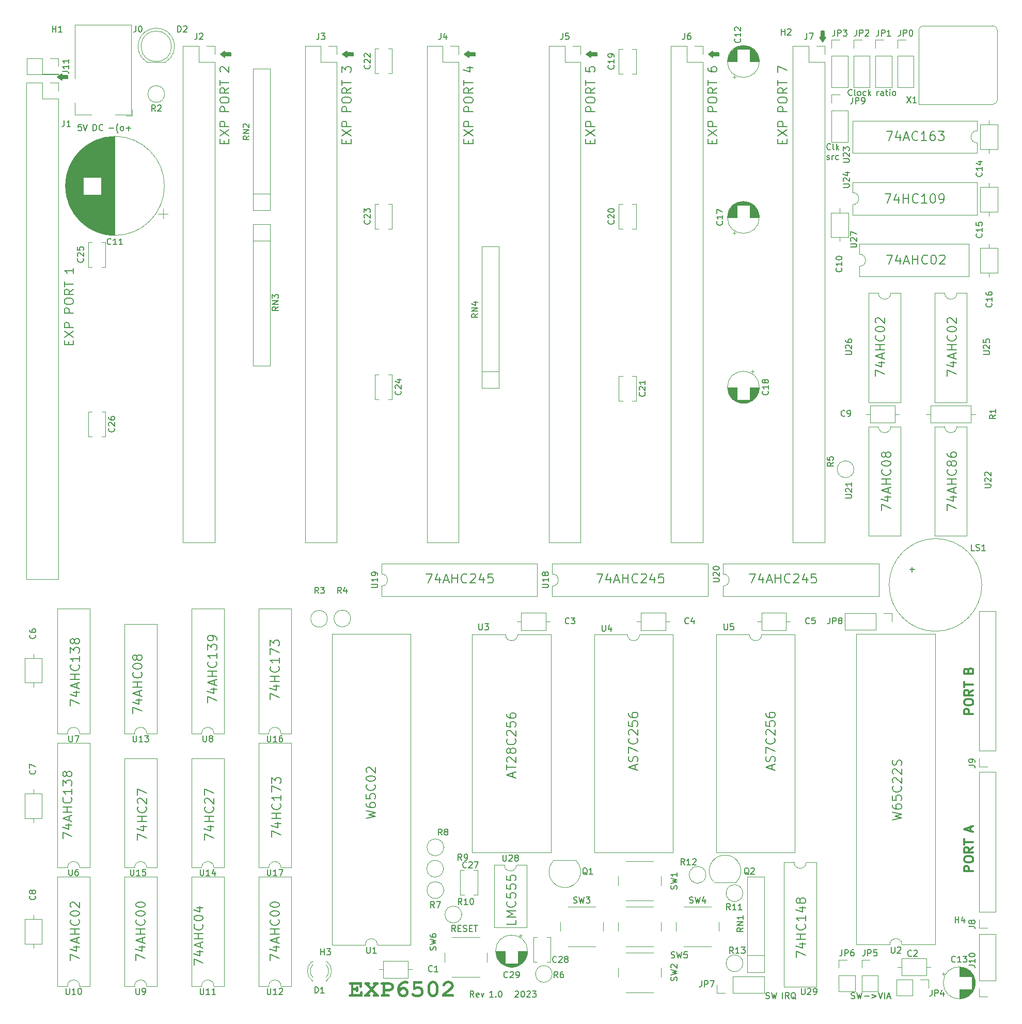
<source format=gbr>
%TF.GenerationSoftware,KiCad,Pcbnew,(7.0.0)*%
%TF.CreationDate,2023-04-03T18:31:55+02:00*%
%TF.ProjectId,EXP6502,45585036-3530-4322-9e6b-696361645f70,rev?*%
%TF.SameCoordinates,Original*%
%TF.FileFunction,Legend,Top*%
%TF.FilePolarity,Positive*%
%FSLAX46Y46*%
G04 Gerber Fmt 4.6, Leading zero omitted, Abs format (unit mm)*
G04 Created by KiCad (PCBNEW (7.0.0)) date 2023-04-03 18:31:55*
%MOMM*%
%LPD*%
G01*
G04 APERTURE LIST*
%ADD10C,0.150000*%
%ADD11C,0.200000*%
%ADD12C,0.300000*%
%ADD13C,0.120000*%
G04 APERTURE END LIST*
D10*
G36*
X93000000Y-4750000D02*
G01*
X94000000Y-4750000D01*
X94000000Y-5250000D01*
X93000000Y-5250000D01*
X93000000Y-5500000D01*
X92250000Y-5000000D01*
X93000000Y-4500000D01*
X93000000Y-4750000D01*
G37*
X93000000Y-4750000D02*
X94000000Y-4750000D01*
X94000000Y-5250000D01*
X93000000Y-5250000D01*
X93000000Y-5500000D01*
X92250000Y-5000000D01*
X93000000Y-4500000D01*
X93000000Y-4750000D01*
G36*
X113000000Y-4750000D02*
G01*
X114000000Y-4750000D01*
X114000000Y-5250000D01*
X113000000Y-5250000D01*
X113000000Y-5500000D01*
X112250000Y-5000000D01*
X113000000Y-4500000D01*
X113000000Y-4750000D01*
G37*
X113000000Y-4750000D02*
X114000000Y-4750000D01*
X114000000Y-5250000D01*
X113000000Y-5250000D01*
X113000000Y-5500000D01*
X112250000Y-5000000D01*
X113000000Y-4500000D01*
X113000000Y-4750000D01*
G36*
X73000000Y-4750000D02*
G01*
X74000000Y-4750000D01*
X74000000Y-5250000D01*
X73000000Y-5250000D01*
X73000000Y-5500000D01*
X72250000Y-5000000D01*
X73000000Y-4500000D01*
X73000000Y-4750000D01*
G37*
X73000000Y-4750000D02*
X74000000Y-4750000D01*
X74000000Y-5250000D01*
X73000000Y-5250000D01*
X73000000Y-5500000D01*
X72250000Y-5000000D01*
X73000000Y-4500000D01*
X73000000Y-4750000D01*
G36*
X33000000Y-4750000D02*
G01*
X34000000Y-4750000D01*
X34000000Y-5250000D01*
X33000000Y-5250000D01*
X33000000Y-5500000D01*
X32250000Y-5000000D01*
X33000000Y-4500000D01*
X33000000Y-4750000D01*
G37*
X33000000Y-4750000D02*
X34000000Y-4750000D01*
X34000000Y-5250000D01*
X33000000Y-5250000D01*
X33000000Y-5500000D01*
X32250000Y-5000000D01*
X33000000Y-4500000D01*
X33000000Y-4750000D01*
G36*
X6250000Y-8500000D02*
G01*
X7250000Y-8500000D01*
X7250000Y-9000000D01*
X6250000Y-9000000D01*
X6250000Y-9250000D01*
X5500000Y-8750000D01*
X6250000Y-8250000D01*
X6250000Y-8500000D01*
G37*
X6250000Y-8500000D02*
X7250000Y-8500000D01*
X7250000Y-9000000D01*
X6250000Y-9000000D01*
X6250000Y-9250000D01*
X5500000Y-8750000D01*
X6250000Y-8250000D01*
X6250000Y-8500000D01*
G36*
X131250000Y-2250000D02*
G01*
X131500000Y-2250000D01*
X131000000Y-3000000D01*
X130500000Y-2250000D01*
X130750000Y-2250000D01*
X130750000Y-1250000D01*
X131250000Y-1250000D01*
X131250000Y-2250000D01*
G37*
X131250000Y-2250000D02*
X131500000Y-2250000D01*
X131000000Y-3000000D01*
X130500000Y-2250000D01*
X130750000Y-2250000D01*
X130750000Y-1250000D01*
X131250000Y-1250000D01*
X131250000Y-2250000D01*
G36*
X53000000Y-4750000D02*
G01*
X54000000Y-4750000D01*
X54000000Y-5250000D01*
X53000000Y-5250000D01*
X53000000Y-5500000D01*
X52250000Y-5000000D01*
X53000000Y-4500000D01*
X53000000Y-4750000D01*
G37*
X53000000Y-4750000D02*
X54000000Y-4750000D01*
X54000000Y-5250000D01*
X53000000Y-5250000D01*
X53000000Y-5500000D01*
X52250000Y-5000000D01*
X53000000Y-4500000D01*
X53000000Y-4750000D01*
D11*
X141464285Y-37923571D02*
X142464285Y-37923571D01*
X142464285Y-37923571D02*
X141821428Y-39423571D01*
X143678571Y-38423571D02*
X143678571Y-39423571D01*
X143321428Y-37852142D02*
X142964285Y-38923571D01*
X142964285Y-38923571D02*
X143892856Y-38923571D01*
X144392856Y-38995000D02*
X145107142Y-38995000D01*
X144249999Y-39423571D02*
X144749999Y-37923571D01*
X144749999Y-37923571D02*
X145249999Y-39423571D01*
X145749998Y-39423571D02*
X145749998Y-37923571D01*
X145749998Y-38637857D02*
X146607141Y-38637857D01*
X146607141Y-39423571D02*
X146607141Y-37923571D01*
X148178570Y-39280714D02*
X148107142Y-39352142D01*
X148107142Y-39352142D02*
X147892856Y-39423571D01*
X147892856Y-39423571D02*
X147749999Y-39423571D01*
X147749999Y-39423571D02*
X147535713Y-39352142D01*
X147535713Y-39352142D02*
X147392856Y-39209285D01*
X147392856Y-39209285D02*
X147321427Y-39066428D01*
X147321427Y-39066428D02*
X147249999Y-38780714D01*
X147249999Y-38780714D02*
X147249999Y-38566428D01*
X147249999Y-38566428D02*
X147321427Y-38280714D01*
X147321427Y-38280714D02*
X147392856Y-38137857D01*
X147392856Y-38137857D02*
X147535713Y-37995000D01*
X147535713Y-37995000D02*
X147749999Y-37923571D01*
X147749999Y-37923571D02*
X147892856Y-37923571D01*
X147892856Y-37923571D02*
X148107142Y-37995000D01*
X148107142Y-37995000D02*
X148178570Y-38066428D01*
X149107142Y-37923571D02*
X149249999Y-37923571D01*
X149249999Y-37923571D02*
X149392856Y-37995000D01*
X149392856Y-37995000D02*
X149464285Y-38066428D01*
X149464285Y-38066428D02*
X149535713Y-38209285D01*
X149535713Y-38209285D02*
X149607142Y-38495000D01*
X149607142Y-38495000D02*
X149607142Y-38852142D01*
X149607142Y-38852142D02*
X149535713Y-39137857D01*
X149535713Y-39137857D02*
X149464285Y-39280714D01*
X149464285Y-39280714D02*
X149392856Y-39352142D01*
X149392856Y-39352142D02*
X149249999Y-39423571D01*
X149249999Y-39423571D02*
X149107142Y-39423571D01*
X149107142Y-39423571D02*
X148964285Y-39352142D01*
X148964285Y-39352142D02*
X148892856Y-39280714D01*
X148892856Y-39280714D02*
X148821427Y-39137857D01*
X148821427Y-39137857D02*
X148749999Y-38852142D01*
X148749999Y-38852142D02*
X148749999Y-38495000D01*
X148749999Y-38495000D02*
X148821427Y-38209285D01*
X148821427Y-38209285D02*
X148892856Y-38066428D01*
X148892856Y-38066428D02*
X148964285Y-37995000D01*
X148964285Y-37995000D02*
X149107142Y-37923571D01*
X150178570Y-38066428D02*
X150249998Y-37995000D01*
X150249998Y-37995000D02*
X150392856Y-37923571D01*
X150392856Y-37923571D02*
X150749998Y-37923571D01*
X150749998Y-37923571D02*
X150892856Y-37995000D01*
X150892856Y-37995000D02*
X150964284Y-38066428D01*
X150964284Y-38066428D02*
X151035713Y-38209285D01*
X151035713Y-38209285D02*
X151035713Y-38352142D01*
X151035713Y-38352142D02*
X150964284Y-38566428D01*
X150964284Y-38566428D02*
X150107141Y-39423571D01*
X150107141Y-39423571D02*
X151035713Y-39423571D01*
X92887857Y-19642857D02*
X92887857Y-19142857D01*
X93673571Y-18928571D02*
X93673571Y-19642857D01*
X93673571Y-19642857D02*
X92173571Y-19642857D01*
X92173571Y-19642857D02*
X92173571Y-18928571D01*
X92173571Y-18428571D02*
X93673571Y-17428571D01*
X92173571Y-17428571D02*
X93673571Y-18428571D01*
X93673571Y-16857143D02*
X92173571Y-16857143D01*
X92173571Y-16857143D02*
X92173571Y-16285714D01*
X92173571Y-16285714D02*
X92245000Y-16142857D01*
X92245000Y-16142857D02*
X92316428Y-16071428D01*
X92316428Y-16071428D02*
X92459285Y-16000000D01*
X92459285Y-16000000D02*
X92673571Y-16000000D01*
X92673571Y-16000000D02*
X92816428Y-16071428D01*
X92816428Y-16071428D02*
X92887857Y-16142857D01*
X92887857Y-16142857D02*
X92959285Y-16285714D01*
X92959285Y-16285714D02*
X92959285Y-16857143D01*
X93673571Y-14457143D02*
X92173571Y-14457143D01*
X92173571Y-14457143D02*
X92173571Y-13885714D01*
X92173571Y-13885714D02*
X92245000Y-13742857D01*
X92245000Y-13742857D02*
X92316428Y-13671428D01*
X92316428Y-13671428D02*
X92459285Y-13600000D01*
X92459285Y-13600000D02*
X92673571Y-13600000D01*
X92673571Y-13600000D02*
X92816428Y-13671428D01*
X92816428Y-13671428D02*
X92887857Y-13742857D01*
X92887857Y-13742857D02*
X92959285Y-13885714D01*
X92959285Y-13885714D02*
X92959285Y-14457143D01*
X92173571Y-12671428D02*
X92173571Y-12385714D01*
X92173571Y-12385714D02*
X92245000Y-12242857D01*
X92245000Y-12242857D02*
X92387857Y-12100000D01*
X92387857Y-12100000D02*
X92673571Y-12028571D01*
X92673571Y-12028571D02*
X93173571Y-12028571D01*
X93173571Y-12028571D02*
X93459285Y-12100000D01*
X93459285Y-12100000D02*
X93602142Y-12242857D01*
X93602142Y-12242857D02*
X93673571Y-12385714D01*
X93673571Y-12385714D02*
X93673571Y-12671428D01*
X93673571Y-12671428D02*
X93602142Y-12814286D01*
X93602142Y-12814286D02*
X93459285Y-12957143D01*
X93459285Y-12957143D02*
X93173571Y-13028571D01*
X93173571Y-13028571D02*
X92673571Y-13028571D01*
X92673571Y-13028571D02*
X92387857Y-12957143D01*
X92387857Y-12957143D02*
X92245000Y-12814286D01*
X92245000Y-12814286D02*
X92173571Y-12671428D01*
X93673571Y-10528571D02*
X92959285Y-11028571D01*
X93673571Y-11385714D02*
X92173571Y-11385714D01*
X92173571Y-11385714D02*
X92173571Y-10814285D01*
X92173571Y-10814285D02*
X92245000Y-10671428D01*
X92245000Y-10671428D02*
X92316428Y-10599999D01*
X92316428Y-10599999D02*
X92459285Y-10528571D01*
X92459285Y-10528571D02*
X92673571Y-10528571D01*
X92673571Y-10528571D02*
X92816428Y-10599999D01*
X92816428Y-10599999D02*
X92887857Y-10671428D01*
X92887857Y-10671428D02*
X92959285Y-10814285D01*
X92959285Y-10814285D02*
X92959285Y-11385714D01*
X92173571Y-10099999D02*
X92173571Y-9242857D01*
X93673571Y-9671428D02*
X92173571Y-9671428D01*
X92173571Y-7128571D02*
X92173571Y-7842857D01*
X92173571Y-7842857D02*
X92887857Y-7914285D01*
X92887857Y-7914285D02*
X92816428Y-7842857D01*
X92816428Y-7842857D02*
X92745000Y-7700000D01*
X92745000Y-7700000D02*
X92745000Y-7342857D01*
X92745000Y-7342857D02*
X92816428Y-7200000D01*
X92816428Y-7200000D02*
X92887857Y-7128571D01*
X92887857Y-7128571D02*
X93030714Y-7057142D01*
X93030714Y-7057142D02*
X93387857Y-7057142D01*
X93387857Y-7057142D02*
X93530714Y-7128571D01*
X93530714Y-7128571D02*
X93602142Y-7200000D01*
X93602142Y-7200000D02*
X93673571Y-7342857D01*
X93673571Y-7342857D02*
X93673571Y-7700000D01*
X93673571Y-7700000D02*
X93602142Y-7842857D01*
X93602142Y-7842857D02*
X93530714Y-7914285D01*
X80673571Y-146928571D02*
X80673571Y-147642857D01*
X80673571Y-147642857D02*
X79173571Y-147642857D01*
X80673571Y-146428571D02*
X79173571Y-146428571D01*
X79173571Y-146428571D02*
X80245000Y-145928571D01*
X80245000Y-145928571D02*
X79173571Y-145428571D01*
X79173571Y-145428571D02*
X80673571Y-145428571D01*
X80530714Y-143857142D02*
X80602142Y-143928570D01*
X80602142Y-143928570D02*
X80673571Y-144142856D01*
X80673571Y-144142856D02*
X80673571Y-144285713D01*
X80673571Y-144285713D02*
X80602142Y-144499999D01*
X80602142Y-144499999D02*
X80459285Y-144642856D01*
X80459285Y-144642856D02*
X80316428Y-144714285D01*
X80316428Y-144714285D02*
X80030714Y-144785713D01*
X80030714Y-144785713D02*
X79816428Y-144785713D01*
X79816428Y-144785713D02*
X79530714Y-144714285D01*
X79530714Y-144714285D02*
X79387857Y-144642856D01*
X79387857Y-144642856D02*
X79245000Y-144499999D01*
X79245000Y-144499999D02*
X79173571Y-144285713D01*
X79173571Y-144285713D02*
X79173571Y-144142856D01*
X79173571Y-144142856D02*
X79245000Y-143928570D01*
X79245000Y-143928570D02*
X79316428Y-143857142D01*
X79173571Y-142499999D02*
X79173571Y-143214285D01*
X79173571Y-143214285D02*
X79887857Y-143285713D01*
X79887857Y-143285713D02*
X79816428Y-143214285D01*
X79816428Y-143214285D02*
X79745000Y-143071428D01*
X79745000Y-143071428D02*
X79745000Y-142714285D01*
X79745000Y-142714285D02*
X79816428Y-142571428D01*
X79816428Y-142571428D02*
X79887857Y-142499999D01*
X79887857Y-142499999D02*
X80030714Y-142428570D01*
X80030714Y-142428570D02*
X80387857Y-142428570D01*
X80387857Y-142428570D02*
X80530714Y-142499999D01*
X80530714Y-142499999D02*
X80602142Y-142571428D01*
X80602142Y-142571428D02*
X80673571Y-142714285D01*
X80673571Y-142714285D02*
X80673571Y-143071428D01*
X80673571Y-143071428D02*
X80602142Y-143214285D01*
X80602142Y-143214285D02*
X80530714Y-143285713D01*
X79173571Y-141071428D02*
X79173571Y-141785714D01*
X79173571Y-141785714D02*
X79887857Y-141857142D01*
X79887857Y-141857142D02*
X79816428Y-141785714D01*
X79816428Y-141785714D02*
X79745000Y-141642857D01*
X79745000Y-141642857D02*
X79745000Y-141285714D01*
X79745000Y-141285714D02*
X79816428Y-141142857D01*
X79816428Y-141142857D02*
X79887857Y-141071428D01*
X79887857Y-141071428D02*
X80030714Y-140999999D01*
X80030714Y-140999999D02*
X80387857Y-140999999D01*
X80387857Y-140999999D02*
X80530714Y-141071428D01*
X80530714Y-141071428D02*
X80602142Y-141142857D01*
X80602142Y-141142857D02*
X80673571Y-141285714D01*
X80673571Y-141285714D02*
X80673571Y-141642857D01*
X80673571Y-141642857D02*
X80602142Y-141785714D01*
X80602142Y-141785714D02*
X80530714Y-141857142D01*
X79173571Y-139642857D02*
X79173571Y-140357143D01*
X79173571Y-140357143D02*
X79887857Y-140428571D01*
X79887857Y-140428571D02*
X79816428Y-140357143D01*
X79816428Y-140357143D02*
X79745000Y-140214286D01*
X79745000Y-140214286D02*
X79745000Y-139857143D01*
X79745000Y-139857143D02*
X79816428Y-139714286D01*
X79816428Y-139714286D02*
X79887857Y-139642857D01*
X79887857Y-139642857D02*
X80030714Y-139571428D01*
X80030714Y-139571428D02*
X80387857Y-139571428D01*
X80387857Y-139571428D02*
X80530714Y-139642857D01*
X80530714Y-139642857D02*
X80602142Y-139714286D01*
X80602142Y-139714286D02*
X80673571Y-139857143D01*
X80673571Y-139857143D02*
X80673571Y-140214286D01*
X80673571Y-140214286D02*
X80602142Y-140357143D01*
X80602142Y-140357143D02*
X80530714Y-140428571D01*
X141464285Y-17673571D02*
X142464285Y-17673571D01*
X142464285Y-17673571D02*
X141821428Y-19173571D01*
X143678571Y-18173571D02*
X143678571Y-19173571D01*
X143321428Y-17602142D02*
X142964285Y-18673571D01*
X142964285Y-18673571D02*
X143892856Y-18673571D01*
X144392856Y-18745000D02*
X145107142Y-18745000D01*
X144249999Y-19173571D02*
X144749999Y-17673571D01*
X144749999Y-17673571D02*
X145249999Y-19173571D01*
X146607141Y-19030714D02*
X146535713Y-19102142D01*
X146535713Y-19102142D02*
X146321427Y-19173571D01*
X146321427Y-19173571D02*
X146178570Y-19173571D01*
X146178570Y-19173571D02*
X145964284Y-19102142D01*
X145964284Y-19102142D02*
X145821427Y-18959285D01*
X145821427Y-18959285D02*
X145749998Y-18816428D01*
X145749998Y-18816428D02*
X145678570Y-18530714D01*
X145678570Y-18530714D02*
X145678570Y-18316428D01*
X145678570Y-18316428D02*
X145749998Y-18030714D01*
X145749998Y-18030714D02*
X145821427Y-17887857D01*
X145821427Y-17887857D02*
X145964284Y-17745000D01*
X145964284Y-17745000D02*
X146178570Y-17673571D01*
X146178570Y-17673571D02*
X146321427Y-17673571D01*
X146321427Y-17673571D02*
X146535713Y-17745000D01*
X146535713Y-17745000D02*
X146607141Y-17816428D01*
X148035713Y-19173571D02*
X147178570Y-19173571D01*
X147607141Y-19173571D02*
X147607141Y-17673571D01*
X147607141Y-17673571D02*
X147464284Y-17887857D01*
X147464284Y-17887857D02*
X147321427Y-18030714D01*
X147321427Y-18030714D02*
X147178570Y-18102142D01*
X149321427Y-17673571D02*
X149035712Y-17673571D01*
X149035712Y-17673571D02*
X148892855Y-17745000D01*
X148892855Y-17745000D02*
X148821427Y-17816428D01*
X148821427Y-17816428D02*
X148678569Y-18030714D01*
X148678569Y-18030714D02*
X148607141Y-18316428D01*
X148607141Y-18316428D02*
X148607141Y-18887857D01*
X148607141Y-18887857D02*
X148678569Y-19030714D01*
X148678569Y-19030714D02*
X148749998Y-19102142D01*
X148749998Y-19102142D02*
X148892855Y-19173571D01*
X148892855Y-19173571D02*
X149178569Y-19173571D01*
X149178569Y-19173571D02*
X149321427Y-19102142D01*
X149321427Y-19102142D02*
X149392855Y-19030714D01*
X149392855Y-19030714D02*
X149464284Y-18887857D01*
X149464284Y-18887857D02*
X149464284Y-18530714D01*
X149464284Y-18530714D02*
X149392855Y-18387857D01*
X149392855Y-18387857D02*
X149321427Y-18316428D01*
X149321427Y-18316428D02*
X149178569Y-18245000D01*
X149178569Y-18245000D02*
X148892855Y-18245000D01*
X148892855Y-18245000D02*
X148749998Y-18316428D01*
X148749998Y-18316428D02*
X148678569Y-18387857D01*
X148678569Y-18387857D02*
X148607141Y-18530714D01*
X149964283Y-17673571D02*
X150892855Y-17673571D01*
X150892855Y-17673571D02*
X150392855Y-18245000D01*
X150392855Y-18245000D02*
X150607140Y-18245000D01*
X150607140Y-18245000D02*
X150749998Y-18316428D01*
X150749998Y-18316428D02*
X150821426Y-18387857D01*
X150821426Y-18387857D02*
X150892855Y-18530714D01*
X150892855Y-18530714D02*
X150892855Y-18887857D01*
X150892855Y-18887857D02*
X150821426Y-19030714D01*
X150821426Y-19030714D02*
X150749998Y-19102142D01*
X150749998Y-19102142D02*
X150607140Y-19173571D01*
X150607140Y-19173571D02*
X150178569Y-19173571D01*
X150178569Y-19173571D02*
X150035712Y-19102142D01*
X150035712Y-19102142D02*
X149964283Y-19030714D01*
D10*
X73809523Y-159532380D02*
X73476190Y-159056190D01*
X73238095Y-159532380D02*
X73238095Y-158532380D01*
X73238095Y-158532380D02*
X73619047Y-158532380D01*
X73619047Y-158532380D02*
X73714285Y-158580000D01*
X73714285Y-158580000D02*
X73761904Y-158627619D01*
X73761904Y-158627619D02*
X73809523Y-158722857D01*
X73809523Y-158722857D02*
X73809523Y-158865714D01*
X73809523Y-158865714D02*
X73761904Y-158960952D01*
X73761904Y-158960952D02*
X73714285Y-159008571D01*
X73714285Y-159008571D02*
X73619047Y-159056190D01*
X73619047Y-159056190D02*
X73238095Y-159056190D01*
X74619047Y-159484761D02*
X74523809Y-159532380D01*
X74523809Y-159532380D02*
X74333333Y-159532380D01*
X74333333Y-159532380D02*
X74238095Y-159484761D01*
X74238095Y-159484761D02*
X74190476Y-159389523D01*
X74190476Y-159389523D02*
X74190476Y-159008571D01*
X74190476Y-159008571D02*
X74238095Y-158913333D01*
X74238095Y-158913333D02*
X74333333Y-158865714D01*
X74333333Y-158865714D02*
X74523809Y-158865714D01*
X74523809Y-158865714D02*
X74619047Y-158913333D01*
X74619047Y-158913333D02*
X74666666Y-159008571D01*
X74666666Y-159008571D02*
X74666666Y-159103809D01*
X74666666Y-159103809D02*
X74190476Y-159199047D01*
X75000000Y-158865714D02*
X75238095Y-159532380D01*
X75238095Y-159532380D02*
X75476190Y-158865714D01*
X76980952Y-159532380D02*
X76409524Y-159532380D01*
X76695238Y-159532380D02*
X76695238Y-158532380D01*
X76695238Y-158532380D02*
X76600000Y-158675238D01*
X76600000Y-158675238D02*
X76504762Y-158770476D01*
X76504762Y-158770476D02*
X76409524Y-158818095D01*
X77409524Y-159437142D02*
X77457143Y-159484761D01*
X77457143Y-159484761D02*
X77409524Y-159532380D01*
X77409524Y-159532380D02*
X77361905Y-159484761D01*
X77361905Y-159484761D02*
X77409524Y-159437142D01*
X77409524Y-159437142D02*
X77409524Y-159532380D01*
X78076190Y-158532380D02*
X78171428Y-158532380D01*
X78171428Y-158532380D02*
X78266666Y-158580000D01*
X78266666Y-158580000D02*
X78314285Y-158627619D01*
X78314285Y-158627619D02*
X78361904Y-158722857D01*
X78361904Y-158722857D02*
X78409523Y-158913333D01*
X78409523Y-158913333D02*
X78409523Y-159151428D01*
X78409523Y-159151428D02*
X78361904Y-159341904D01*
X78361904Y-159341904D02*
X78314285Y-159437142D01*
X78314285Y-159437142D02*
X78266666Y-159484761D01*
X78266666Y-159484761D02*
X78171428Y-159532380D01*
X78171428Y-159532380D02*
X78076190Y-159532380D01*
X78076190Y-159532380D02*
X77980952Y-159484761D01*
X77980952Y-159484761D02*
X77933333Y-159437142D01*
X77933333Y-159437142D02*
X77885714Y-159341904D01*
X77885714Y-159341904D02*
X77838095Y-159151428D01*
X77838095Y-159151428D02*
X77838095Y-158913333D01*
X77838095Y-158913333D02*
X77885714Y-158722857D01*
X77885714Y-158722857D02*
X77933333Y-158627619D01*
X77933333Y-158627619D02*
X77980952Y-158580000D01*
X77980952Y-158580000D02*
X78076190Y-158532380D01*
X80590476Y-158627619D02*
X80638095Y-158580000D01*
X80638095Y-158580000D02*
X80733333Y-158532380D01*
X80733333Y-158532380D02*
X80971428Y-158532380D01*
X80971428Y-158532380D02*
X81066666Y-158580000D01*
X81066666Y-158580000D02*
X81114285Y-158627619D01*
X81114285Y-158627619D02*
X81161904Y-158722857D01*
X81161904Y-158722857D02*
X81161904Y-158818095D01*
X81161904Y-158818095D02*
X81114285Y-158960952D01*
X81114285Y-158960952D02*
X80542857Y-159532380D01*
X80542857Y-159532380D02*
X81161904Y-159532380D01*
X81780952Y-158532380D02*
X81876190Y-158532380D01*
X81876190Y-158532380D02*
X81971428Y-158580000D01*
X81971428Y-158580000D02*
X82019047Y-158627619D01*
X82019047Y-158627619D02*
X82066666Y-158722857D01*
X82066666Y-158722857D02*
X82114285Y-158913333D01*
X82114285Y-158913333D02*
X82114285Y-159151428D01*
X82114285Y-159151428D02*
X82066666Y-159341904D01*
X82066666Y-159341904D02*
X82019047Y-159437142D01*
X82019047Y-159437142D02*
X81971428Y-159484761D01*
X81971428Y-159484761D02*
X81876190Y-159532380D01*
X81876190Y-159532380D02*
X81780952Y-159532380D01*
X81780952Y-159532380D02*
X81685714Y-159484761D01*
X81685714Y-159484761D02*
X81638095Y-159437142D01*
X81638095Y-159437142D02*
X81590476Y-159341904D01*
X81590476Y-159341904D02*
X81542857Y-159151428D01*
X81542857Y-159151428D02*
X81542857Y-158913333D01*
X81542857Y-158913333D02*
X81590476Y-158722857D01*
X81590476Y-158722857D02*
X81638095Y-158627619D01*
X81638095Y-158627619D02*
X81685714Y-158580000D01*
X81685714Y-158580000D02*
X81780952Y-158532380D01*
X82495238Y-158627619D02*
X82542857Y-158580000D01*
X82542857Y-158580000D02*
X82638095Y-158532380D01*
X82638095Y-158532380D02*
X82876190Y-158532380D01*
X82876190Y-158532380D02*
X82971428Y-158580000D01*
X82971428Y-158580000D02*
X83019047Y-158627619D01*
X83019047Y-158627619D02*
X83066666Y-158722857D01*
X83066666Y-158722857D02*
X83066666Y-158818095D01*
X83066666Y-158818095D02*
X83019047Y-158960952D01*
X83019047Y-158960952D02*
X82447619Y-159532380D01*
X82447619Y-159532380D02*
X83066666Y-159532380D01*
X83400000Y-158532380D02*
X84019047Y-158532380D01*
X84019047Y-158532380D02*
X83685714Y-158913333D01*
X83685714Y-158913333D02*
X83828571Y-158913333D01*
X83828571Y-158913333D02*
X83923809Y-158960952D01*
X83923809Y-158960952D02*
X83971428Y-159008571D01*
X83971428Y-159008571D02*
X84019047Y-159103809D01*
X84019047Y-159103809D02*
X84019047Y-159341904D01*
X84019047Y-159341904D02*
X83971428Y-159437142D01*
X83971428Y-159437142D02*
X83923809Y-159484761D01*
X83923809Y-159484761D02*
X83828571Y-159532380D01*
X83828571Y-159532380D02*
X83542857Y-159532380D01*
X83542857Y-159532380D02*
X83447619Y-159484761D01*
X83447619Y-159484761D02*
X83400000Y-159437142D01*
D11*
X7673571Y-153535714D02*
X7673571Y-152535714D01*
X7673571Y-152535714D02*
X9173571Y-153178571D01*
X8173571Y-151321429D02*
X9173571Y-151321429D01*
X7602142Y-151678571D02*
X8673571Y-152035714D01*
X8673571Y-152035714D02*
X8673571Y-151107143D01*
X8745000Y-150607143D02*
X8745000Y-149892858D01*
X9173571Y-150750000D02*
X7673571Y-150250000D01*
X7673571Y-150250000D02*
X9173571Y-149750000D01*
X9173571Y-149250001D02*
X7673571Y-149250001D01*
X8387857Y-149250001D02*
X8387857Y-148392858D01*
X9173571Y-148392858D02*
X7673571Y-148392858D01*
X9030714Y-146821429D02*
X9102142Y-146892857D01*
X9102142Y-146892857D02*
X9173571Y-147107143D01*
X9173571Y-147107143D02*
X9173571Y-147250000D01*
X9173571Y-147250000D02*
X9102142Y-147464286D01*
X9102142Y-147464286D02*
X8959285Y-147607143D01*
X8959285Y-147607143D02*
X8816428Y-147678572D01*
X8816428Y-147678572D02*
X8530714Y-147750000D01*
X8530714Y-147750000D02*
X8316428Y-147750000D01*
X8316428Y-147750000D02*
X8030714Y-147678572D01*
X8030714Y-147678572D02*
X7887857Y-147607143D01*
X7887857Y-147607143D02*
X7745000Y-147464286D01*
X7745000Y-147464286D02*
X7673571Y-147250000D01*
X7673571Y-147250000D02*
X7673571Y-147107143D01*
X7673571Y-147107143D02*
X7745000Y-146892857D01*
X7745000Y-146892857D02*
X7816428Y-146821429D01*
X7673571Y-145892857D02*
X7673571Y-145750000D01*
X7673571Y-145750000D02*
X7745000Y-145607143D01*
X7745000Y-145607143D02*
X7816428Y-145535715D01*
X7816428Y-145535715D02*
X7959285Y-145464286D01*
X7959285Y-145464286D02*
X8245000Y-145392857D01*
X8245000Y-145392857D02*
X8602142Y-145392857D01*
X8602142Y-145392857D02*
X8887857Y-145464286D01*
X8887857Y-145464286D02*
X9030714Y-145535715D01*
X9030714Y-145535715D02*
X9102142Y-145607143D01*
X9102142Y-145607143D02*
X9173571Y-145750000D01*
X9173571Y-145750000D02*
X9173571Y-145892857D01*
X9173571Y-145892857D02*
X9102142Y-146035715D01*
X9102142Y-146035715D02*
X9030714Y-146107143D01*
X9030714Y-146107143D02*
X8887857Y-146178572D01*
X8887857Y-146178572D02*
X8602142Y-146250000D01*
X8602142Y-146250000D02*
X8245000Y-146250000D01*
X8245000Y-146250000D02*
X7959285Y-146178572D01*
X7959285Y-146178572D02*
X7816428Y-146107143D01*
X7816428Y-146107143D02*
X7745000Y-146035715D01*
X7745000Y-146035715D02*
X7673571Y-145892857D01*
X7816428Y-144821429D02*
X7745000Y-144750001D01*
X7745000Y-144750001D02*
X7673571Y-144607144D01*
X7673571Y-144607144D02*
X7673571Y-144250001D01*
X7673571Y-144250001D02*
X7745000Y-144107144D01*
X7745000Y-144107144D02*
X7816428Y-144035715D01*
X7816428Y-144035715D02*
X7959285Y-143964286D01*
X7959285Y-143964286D02*
X8102142Y-143964286D01*
X8102142Y-143964286D02*
X8316428Y-144035715D01*
X8316428Y-144035715D02*
X9173571Y-144892858D01*
X9173571Y-144892858D02*
X9173571Y-143964286D01*
X65964285Y-90173571D02*
X66964285Y-90173571D01*
X66964285Y-90173571D02*
X66321428Y-91673571D01*
X68178571Y-90673571D02*
X68178571Y-91673571D01*
X67821428Y-90102142D02*
X67464285Y-91173571D01*
X67464285Y-91173571D02*
X68392856Y-91173571D01*
X68892856Y-91245000D02*
X69607142Y-91245000D01*
X68749999Y-91673571D02*
X69249999Y-90173571D01*
X69249999Y-90173571D02*
X69749999Y-91673571D01*
X70249998Y-91673571D02*
X70249998Y-90173571D01*
X70249998Y-90887857D02*
X71107141Y-90887857D01*
X71107141Y-91673571D02*
X71107141Y-90173571D01*
X72678570Y-91530714D02*
X72607142Y-91602142D01*
X72607142Y-91602142D02*
X72392856Y-91673571D01*
X72392856Y-91673571D02*
X72249999Y-91673571D01*
X72249999Y-91673571D02*
X72035713Y-91602142D01*
X72035713Y-91602142D02*
X71892856Y-91459285D01*
X71892856Y-91459285D02*
X71821427Y-91316428D01*
X71821427Y-91316428D02*
X71749999Y-91030714D01*
X71749999Y-91030714D02*
X71749999Y-90816428D01*
X71749999Y-90816428D02*
X71821427Y-90530714D01*
X71821427Y-90530714D02*
X71892856Y-90387857D01*
X71892856Y-90387857D02*
X72035713Y-90245000D01*
X72035713Y-90245000D02*
X72249999Y-90173571D01*
X72249999Y-90173571D02*
X72392856Y-90173571D01*
X72392856Y-90173571D02*
X72607142Y-90245000D01*
X72607142Y-90245000D02*
X72678570Y-90316428D01*
X73249999Y-90316428D02*
X73321427Y-90245000D01*
X73321427Y-90245000D02*
X73464285Y-90173571D01*
X73464285Y-90173571D02*
X73821427Y-90173571D01*
X73821427Y-90173571D02*
X73964285Y-90245000D01*
X73964285Y-90245000D02*
X74035713Y-90316428D01*
X74035713Y-90316428D02*
X74107142Y-90459285D01*
X74107142Y-90459285D02*
X74107142Y-90602142D01*
X74107142Y-90602142D02*
X74035713Y-90816428D01*
X74035713Y-90816428D02*
X73178570Y-91673571D01*
X73178570Y-91673571D02*
X74107142Y-91673571D01*
X75392856Y-90673571D02*
X75392856Y-91673571D01*
X75035713Y-90102142D02*
X74678570Y-91173571D01*
X74678570Y-91173571D02*
X75607141Y-91173571D01*
X76892855Y-90173571D02*
X76178569Y-90173571D01*
X76178569Y-90173571D02*
X76107141Y-90887857D01*
X76107141Y-90887857D02*
X76178569Y-90816428D01*
X76178569Y-90816428D02*
X76321427Y-90745000D01*
X76321427Y-90745000D02*
X76678569Y-90745000D01*
X76678569Y-90745000D02*
X76821427Y-90816428D01*
X76821427Y-90816428D02*
X76892855Y-90887857D01*
X76892855Y-90887857D02*
X76964284Y-91030714D01*
X76964284Y-91030714D02*
X76964284Y-91387857D01*
X76964284Y-91387857D02*
X76892855Y-91530714D01*
X76892855Y-91530714D02*
X76821427Y-91602142D01*
X76821427Y-91602142D02*
X76678569Y-91673571D01*
X76678569Y-91673571D02*
X76321427Y-91673571D01*
X76321427Y-91673571D02*
X76178569Y-91602142D01*
X76178569Y-91602142D02*
X76107141Y-91530714D01*
D12*
X155673571Y-138892857D02*
X154173571Y-138892857D01*
X154173571Y-138892857D02*
X154173571Y-138321428D01*
X154173571Y-138321428D02*
X154245000Y-138178571D01*
X154245000Y-138178571D02*
X154316428Y-138107142D01*
X154316428Y-138107142D02*
X154459285Y-138035714D01*
X154459285Y-138035714D02*
X154673571Y-138035714D01*
X154673571Y-138035714D02*
X154816428Y-138107142D01*
X154816428Y-138107142D02*
X154887857Y-138178571D01*
X154887857Y-138178571D02*
X154959285Y-138321428D01*
X154959285Y-138321428D02*
X154959285Y-138892857D01*
X154173571Y-137107142D02*
X154173571Y-136821428D01*
X154173571Y-136821428D02*
X154245000Y-136678571D01*
X154245000Y-136678571D02*
X154387857Y-136535714D01*
X154387857Y-136535714D02*
X154673571Y-136464285D01*
X154673571Y-136464285D02*
X155173571Y-136464285D01*
X155173571Y-136464285D02*
X155459285Y-136535714D01*
X155459285Y-136535714D02*
X155602142Y-136678571D01*
X155602142Y-136678571D02*
X155673571Y-136821428D01*
X155673571Y-136821428D02*
X155673571Y-137107142D01*
X155673571Y-137107142D02*
X155602142Y-137250000D01*
X155602142Y-137250000D02*
X155459285Y-137392857D01*
X155459285Y-137392857D02*
X155173571Y-137464285D01*
X155173571Y-137464285D02*
X154673571Y-137464285D01*
X154673571Y-137464285D02*
X154387857Y-137392857D01*
X154387857Y-137392857D02*
X154245000Y-137250000D01*
X154245000Y-137250000D02*
X154173571Y-137107142D01*
X155673571Y-134964285D02*
X154959285Y-135464285D01*
X155673571Y-135821428D02*
X154173571Y-135821428D01*
X154173571Y-135821428D02*
X154173571Y-135249999D01*
X154173571Y-135249999D02*
X154245000Y-135107142D01*
X154245000Y-135107142D02*
X154316428Y-135035713D01*
X154316428Y-135035713D02*
X154459285Y-134964285D01*
X154459285Y-134964285D02*
X154673571Y-134964285D01*
X154673571Y-134964285D02*
X154816428Y-135035713D01*
X154816428Y-135035713D02*
X154887857Y-135107142D01*
X154887857Y-135107142D02*
X154959285Y-135249999D01*
X154959285Y-135249999D02*
X154959285Y-135821428D01*
X154173571Y-134535713D02*
X154173571Y-133678571D01*
X155673571Y-134107142D02*
X154173571Y-134107142D01*
X155245000Y-132349999D02*
X155245000Y-131635714D01*
X155673571Y-132492856D02*
X154173571Y-131992856D01*
X154173571Y-131992856D02*
X155673571Y-131492856D01*
D11*
X72887857Y-19642857D02*
X72887857Y-19142857D01*
X73673571Y-18928571D02*
X73673571Y-19642857D01*
X73673571Y-19642857D02*
X72173571Y-19642857D01*
X72173571Y-19642857D02*
X72173571Y-18928571D01*
X72173571Y-18428571D02*
X73673571Y-17428571D01*
X72173571Y-17428571D02*
X73673571Y-18428571D01*
X73673571Y-16857143D02*
X72173571Y-16857143D01*
X72173571Y-16857143D02*
X72173571Y-16285714D01*
X72173571Y-16285714D02*
X72245000Y-16142857D01*
X72245000Y-16142857D02*
X72316428Y-16071428D01*
X72316428Y-16071428D02*
X72459285Y-16000000D01*
X72459285Y-16000000D02*
X72673571Y-16000000D01*
X72673571Y-16000000D02*
X72816428Y-16071428D01*
X72816428Y-16071428D02*
X72887857Y-16142857D01*
X72887857Y-16142857D02*
X72959285Y-16285714D01*
X72959285Y-16285714D02*
X72959285Y-16857143D01*
X73673571Y-14457143D02*
X72173571Y-14457143D01*
X72173571Y-14457143D02*
X72173571Y-13885714D01*
X72173571Y-13885714D02*
X72245000Y-13742857D01*
X72245000Y-13742857D02*
X72316428Y-13671428D01*
X72316428Y-13671428D02*
X72459285Y-13600000D01*
X72459285Y-13600000D02*
X72673571Y-13600000D01*
X72673571Y-13600000D02*
X72816428Y-13671428D01*
X72816428Y-13671428D02*
X72887857Y-13742857D01*
X72887857Y-13742857D02*
X72959285Y-13885714D01*
X72959285Y-13885714D02*
X72959285Y-14457143D01*
X72173571Y-12671428D02*
X72173571Y-12385714D01*
X72173571Y-12385714D02*
X72245000Y-12242857D01*
X72245000Y-12242857D02*
X72387857Y-12100000D01*
X72387857Y-12100000D02*
X72673571Y-12028571D01*
X72673571Y-12028571D02*
X73173571Y-12028571D01*
X73173571Y-12028571D02*
X73459285Y-12100000D01*
X73459285Y-12100000D02*
X73602142Y-12242857D01*
X73602142Y-12242857D02*
X73673571Y-12385714D01*
X73673571Y-12385714D02*
X73673571Y-12671428D01*
X73673571Y-12671428D02*
X73602142Y-12814286D01*
X73602142Y-12814286D02*
X73459285Y-12957143D01*
X73459285Y-12957143D02*
X73173571Y-13028571D01*
X73173571Y-13028571D02*
X72673571Y-13028571D01*
X72673571Y-13028571D02*
X72387857Y-12957143D01*
X72387857Y-12957143D02*
X72245000Y-12814286D01*
X72245000Y-12814286D02*
X72173571Y-12671428D01*
X73673571Y-10528571D02*
X72959285Y-11028571D01*
X73673571Y-11385714D02*
X72173571Y-11385714D01*
X72173571Y-11385714D02*
X72173571Y-10814285D01*
X72173571Y-10814285D02*
X72245000Y-10671428D01*
X72245000Y-10671428D02*
X72316428Y-10599999D01*
X72316428Y-10599999D02*
X72459285Y-10528571D01*
X72459285Y-10528571D02*
X72673571Y-10528571D01*
X72673571Y-10528571D02*
X72816428Y-10599999D01*
X72816428Y-10599999D02*
X72887857Y-10671428D01*
X72887857Y-10671428D02*
X72959285Y-10814285D01*
X72959285Y-10814285D02*
X72959285Y-11385714D01*
X72173571Y-10099999D02*
X72173571Y-9242857D01*
X73673571Y-9671428D02*
X72173571Y-9671428D01*
X72673571Y-7200000D02*
X73673571Y-7200000D01*
X72102142Y-7557142D02*
X73173571Y-7914285D01*
X73173571Y-7914285D02*
X73173571Y-6985714D01*
X17923571Y-113035714D02*
X17923571Y-112035714D01*
X17923571Y-112035714D02*
X19423571Y-112678571D01*
X18423571Y-110821429D02*
X19423571Y-110821429D01*
X17852142Y-111178571D02*
X18923571Y-111535714D01*
X18923571Y-111535714D02*
X18923571Y-110607143D01*
X18995000Y-110107143D02*
X18995000Y-109392858D01*
X19423571Y-110250000D02*
X17923571Y-109750000D01*
X17923571Y-109750000D02*
X19423571Y-109250000D01*
X19423571Y-108750001D02*
X17923571Y-108750001D01*
X18637857Y-108750001D02*
X18637857Y-107892858D01*
X19423571Y-107892858D02*
X17923571Y-107892858D01*
X19280714Y-106321429D02*
X19352142Y-106392857D01*
X19352142Y-106392857D02*
X19423571Y-106607143D01*
X19423571Y-106607143D02*
X19423571Y-106750000D01*
X19423571Y-106750000D02*
X19352142Y-106964286D01*
X19352142Y-106964286D02*
X19209285Y-107107143D01*
X19209285Y-107107143D02*
X19066428Y-107178572D01*
X19066428Y-107178572D02*
X18780714Y-107250000D01*
X18780714Y-107250000D02*
X18566428Y-107250000D01*
X18566428Y-107250000D02*
X18280714Y-107178572D01*
X18280714Y-107178572D02*
X18137857Y-107107143D01*
X18137857Y-107107143D02*
X17995000Y-106964286D01*
X17995000Y-106964286D02*
X17923571Y-106750000D01*
X17923571Y-106750000D02*
X17923571Y-106607143D01*
X17923571Y-106607143D02*
X17995000Y-106392857D01*
X17995000Y-106392857D02*
X18066428Y-106321429D01*
X17923571Y-105392857D02*
X17923571Y-105250000D01*
X17923571Y-105250000D02*
X17995000Y-105107143D01*
X17995000Y-105107143D02*
X18066428Y-105035715D01*
X18066428Y-105035715D02*
X18209285Y-104964286D01*
X18209285Y-104964286D02*
X18495000Y-104892857D01*
X18495000Y-104892857D02*
X18852142Y-104892857D01*
X18852142Y-104892857D02*
X19137857Y-104964286D01*
X19137857Y-104964286D02*
X19280714Y-105035715D01*
X19280714Y-105035715D02*
X19352142Y-105107143D01*
X19352142Y-105107143D02*
X19423571Y-105250000D01*
X19423571Y-105250000D02*
X19423571Y-105392857D01*
X19423571Y-105392857D02*
X19352142Y-105535715D01*
X19352142Y-105535715D02*
X19280714Y-105607143D01*
X19280714Y-105607143D02*
X19137857Y-105678572D01*
X19137857Y-105678572D02*
X18852142Y-105750000D01*
X18852142Y-105750000D02*
X18495000Y-105750000D01*
X18495000Y-105750000D02*
X18209285Y-105678572D01*
X18209285Y-105678572D02*
X18066428Y-105607143D01*
X18066428Y-105607143D02*
X17995000Y-105535715D01*
X17995000Y-105535715D02*
X17923571Y-105392857D01*
X18566428Y-104035715D02*
X18495000Y-104178572D01*
X18495000Y-104178572D02*
X18423571Y-104250001D01*
X18423571Y-104250001D02*
X18280714Y-104321429D01*
X18280714Y-104321429D02*
X18209285Y-104321429D01*
X18209285Y-104321429D02*
X18066428Y-104250001D01*
X18066428Y-104250001D02*
X17995000Y-104178572D01*
X17995000Y-104178572D02*
X17923571Y-104035715D01*
X17923571Y-104035715D02*
X17923571Y-103750001D01*
X17923571Y-103750001D02*
X17995000Y-103607144D01*
X17995000Y-103607144D02*
X18066428Y-103535715D01*
X18066428Y-103535715D02*
X18209285Y-103464286D01*
X18209285Y-103464286D02*
X18280714Y-103464286D01*
X18280714Y-103464286D02*
X18423571Y-103535715D01*
X18423571Y-103535715D02*
X18495000Y-103607144D01*
X18495000Y-103607144D02*
X18566428Y-103750001D01*
X18566428Y-103750001D02*
X18566428Y-104035715D01*
X18566428Y-104035715D02*
X18637857Y-104178572D01*
X18637857Y-104178572D02*
X18709285Y-104250001D01*
X18709285Y-104250001D02*
X18852142Y-104321429D01*
X18852142Y-104321429D02*
X19137857Y-104321429D01*
X19137857Y-104321429D02*
X19280714Y-104250001D01*
X19280714Y-104250001D02*
X19352142Y-104178572D01*
X19352142Y-104178572D02*
X19423571Y-104035715D01*
X19423571Y-104035715D02*
X19423571Y-103750001D01*
X19423571Y-103750001D02*
X19352142Y-103607144D01*
X19352142Y-103607144D02*
X19280714Y-103535715D01*
X19280714Y-103535715D02*
X19137857Y-103464286D01*
X19137857Y-103464286D02*
X18852142Y-103464286D01*
X18852142Y-103464286D02*
X18709285Y-103535715D01*
X18709285Y-103535715D02*
X18637857Y-103607144D01*
X18637857Y-103607144D02*
X18566428Y-103750001D01*
X56173571Y-130285714D02*
X57673571Y-129928571D01*
X57673571Y-129928571D02*
X56602142Y-129642857D01*
X56602142Y-129642857D02*
X57673571Y-129357142D01*
X57673571Y-129357142D02*
X56173571Y-129000000D01*
X56173571Y-127785714D02*
X56173571Y-128071428D01*
X56173571Y-128071428D02*
X56245000Y-128214285D01*
X56245000Y-128214285D02*
X56316428Y-128285714D01*
X56316428Y-128285714D02*
X56530714Y-128428571D01*
X56530714Y-128428571D02*
X56816428Y-128499999D01*
X56816428Y-128499999D02*
X57387857Y-128499999D01*
X57387857Y-128499999D02*
X57530714Y-128428571D01*
X57530714Y-128428571D02*
X57602142Y-128357142D01*
X57602142Y-128357142D02*
X57673571Y-128214285D01*
X57673571Y-128214285D02*
X57673571Y-127928571D01*
X57673571Y-127928571D02*
X57602142Y-127785714D01*
X57602142Y-127785714D02*
X57530714Y-127714285D01*
X57530714Y-127714285D02*
X57387857Y-127642856D01*
X57387857Y-127642856D02*
X57030714Y-127642856D01*
X57030714Y-127642856D02*
X56887857Y-127714285D01*
X56887857Y-127714285D02*
X56816428Y-127785714D01*
X56816428Y-127785714D02*
X56745000Y-127928571D01*
X56745000Y-127928571D02*
X56745000Y-128214285D01*
X56745000Y-128214285D02*
X56816428Y-128357142D01*
X56816428Y-128357142D02*
X56887857Y-128428571D01*
X56887857Y-128428571D02*
X57030714Y-128499999D01*
X56173571Y-126285714D02*
X56173571Y-127000000D01*
X56173571Y-127000000D02*
X56887857Y-127071428D01*
X56887857Y-127071428D02*
X56816428Y-127000000D01*
X56816428Y-127000000D02*
X56745000Y-126857143D01*
X56745000Y-126857143D02*
X56745000Y-126500000D01*
X56745000Y-126500000D02*
X56816428Y-126357143D01*
X56816428Y-126357143D02*
X56887857Y-126285714D01*
X56887857Y-126285714D02*
X57030714Y-126214285D01*
X57030714Y-126214285D02*
X57387857Y-126214285D01*
X57387857Y-126214285D02*
X57530714Y-126285714D01*
X57530714Y-126285714D02*
X57602142Y-126357143D01*
X57602142Y-126357143D02*
X57673571Y-126500000D01*
X57673571Y-126500000D02*
X57673571Y-126857143D01*
X57673571Y-126857143D02*
X57602142Y-127000000D01*
X57602142Y-127000000D02*
X57530714Y-127071428D01*
X57530714Y-124714286D02*
X57602142Y-124785714D01*
X57602142Y-124785714D02*
X57673571Y-125000000D01*
X57673571Y-125000000D02*
X57673571Y-125142857D01*
X57673571Y-125142857D02*
X57602142Y-125357143D01*
X57602142Y-125357143D02*
X57459285Y-125500000D01*
X57459285Y-125500000D02*
X57316428Y-125571429D01*
X57316428Y-125571429D02*
X57030714Y-125642857D01*
X57030714Y-125642857D02*
X56816428Y-125642857D01*
X56816428Y-125642857D02*
X56530714Y-125571429D01*
X56530714Y-125571429D02*
X56387857Y-125500000D01*
X56387857Y-125500000D02*
X56245000Y-125357143D01*
X56245000Y-125357143D02*
X56173571Y-125142857D01*
X56173571Y-125142857D02*
X56173571Y-125000000D01*
X56173571Y-125000000D02*
X56245000Y-124785714D01*
X56245000Y-124785714D02*
X56316428Y-124714286D01*
X56173571Y-123785714D02*
X56173571Y-123642857D01*
X56173571Y-123642857D02*
X56245000Y-123500000D01*
X56245000Y-123500000D02*
X56316428Y-123428572D01*
X56316428Y-123428572D02*
X56459285Y-123357143D01*
X56459285Y-123357143D02*
X56745000Y-123285714D01*
X56745000Y-123285714D02*
X57102142Y-123285714D01*
X57102142Y-123285714D02*
X57387857Y-123357143D01*
X57387857Y-123357143D02*
X57530714Y-123428572D01*
X57530714Y-123428572D02*
X57602142Y-123500000D01*
X57602142Y-123500000D02*
X57673571Y-123642857D01*
X57673571Y-123642857D02*
X57673571Y-123785714D01*
X57673571Y-123785714D02*
X57602142Y-123928572D01*
X57602142Y-123928572D02*
X57530714Y-124000000D01*
X57530714Y-124000000D02*
X57387857Y-124071429D01*
X57387857Y-124071429D02*
X57102142Y-124142857D01*
X57102142Y-124142857D02*
X56745000Y-124142857D01*
X56745000Y-124142857D02*
X56459285Y-124071429D01*
X56459285Y-124071429D02*
X56316428Y-124000000D01*
X56316428Y-124000000D02*
X56245000Y-123928572D01*
X56245000Y-123928572D02*
X56173571Y-123785714D01*
X56316428Y-122714286D02*
X56245000Y-122642858D01*
X56245000Y-122642858D02*
X56173571Y-122500001D01*
X56173571Y-122500001D02*
X56173571Y-122142858D01*
X56173571Y-122142858D02*
X56245000Y-122000001D01*
X56245000Y-122000001D02*
X56316428Y-121928572D01*
X56316428Y-121928572D02*
X56459285Y-121857143D01*
X56459285Y-121857143D02*
X56602142Y-121857143D01*
X56602142Y-121857143D02*
X56816428Y-121928572D01*
X56816428Y-121928572D02*
X57673571Y-122785715D01*
X57673571Y-122785715D02*
X57673571Y-121857143D01*
X30173571Y-111285714D02*
X30173571Y-110285714D01*
X30173571Y-110285714D02*
X31673571Y-110928571D01*
X30673571Y-109071429D02*
X31673571Y-109071429D01*
X30102142Y-109428571D02*
X31173571Y-109785714D01*
X31173571Y-109785714D02*
X31173571Y-108857143D01*
X31245000Y-108357143D02*
X31245000Y-107642858D01*
X31673571Y-108500000D02*
X30173571Y-108000000D01*
X30173571Y-108000000D02*
X31673571Y-107500000D01*
X31673571Y-107000001D02*
X30173571Y-107000001D01*
X30887857Y-107000001D02*
X30887857Y-106142858D01*
X31673571Y-106142858D02*
X30173571Y-106142858D01*
X31530714Y-104571429D02*
X31602142Y-104642857D01*
X31602142Y-104642857D02*
X31673571Y-104857143D01*
X31673571Y-104857143D02*
X31673571Y-105000000D01*
X31673571Y-105000000D02*
X31602142Y-105214286D01*
X31602142Y-105214286D02*
X31459285Y-105357143D01*
X31459285Y-105357143D02*
X31316428Y-105428572D01*
X31316428Y-105428572D02*
X31030714Y-105500000D01*
X31030714Y-105500000D02*
X30816428Y-105500000D01*
X30816428Y-105500000D02*
X30530714Y-105428572D01*
X30530714Y-105428572D02*
X30387857Y-105357143D01*
X30387857Y-105357143D02*
X30245000Y-105214286D01*
X30245000Y-105214286D02*
X30173571Y-105000000D01*
X30173571Y-105000000D02*
X30173571Y-104857143D01*
X30173571Y-104857143D02*
X30245000Y-104642857D01*
X30245000Y-104642857D02*
X30316428Y-104571429D01*
X31673571Y-103142857D02*
X31673571Y-104000000D01*
X31673571Y-103571429D02*
X30173571Y-103571429D01*
X30173571Y-103571429D02*
X30387857Y-103714286D01*
X30387857Y-103714286D02*
X30530714Y-103857143D01*
X30530714Y-103857143D02*
X30602142Y-104000000D01*
X30173571Y-102642858D02*
X30173571Y-101714286D01*
X30173571Y-101714286D02*
X30745000Y-102214286D01*
X30745000Y-102214286D02*
X30745000Y-102000001D01*
X30745000Y-102000001D02*
X30816428Y-101857144D01*
X30816428Y-101857144D02*
X30887857Y-101785715D01*
X30887857Y-101785715D02*
X31030714Y-101714286D01*
X31030714Y-101714286D02*
X31387857Y-101714286D01*
X31387857Y-101714286D02*
X31530714Y-101785715D01*
X31530714Y-101785715D02*
X31602142Y-101857144D01*
X31602142Y-101857144D02*
X31673571Y-102000001D01*
X31673571Y-102000001D02*
X31673571Y-102428572D01*
X31673571Y-102428572D02*
X31602142Y-102571429D01*
X31602142Y-102571429D02*
X31530714Y-102642858D01*
X31673571Y-101000001D02*
X31673571Y-100714287D01*
X31673571Y-100714287D02*
X31602142Y-100571430D01*
X31602142Y-100571430D02*
X31530714Y-100500001D01*
X31530714Y-100500001D02*
X31316428Y-100357144D01*
X31316428Y-100357144D02*
X31030714Y-100285715D01*
X31030714Y-100285715D02*
X30459285Y-100285715D01*
X30459285Y-100285715D02*
X30316428Y-100357144D01*
X30316428Y-100357144D02*
X30245000Y-100428573D01*
X30245000Y-100428573D02*
X30173571Y-100571430D01*
X30173571Y-100571430D02*
X30173571Y-100857144D01*
X30173571Y-100857144D02*
X30245000Y-101000001D01*
X30245000Y-101000001D02*
X30316428Y-101071430D01*
X30316428Y-101071430D02*
X30459285Y-101142858D01*
X30459285Y-101142858D02*
X30816428Y-101142858D01*
X30816428Y-101142858D02*
X30959285Y-101071430D01*
X30959285Y-101071430D02*
X31030714Y-101000001D01*
X31030714Y-101000001D02*
X31102142Y-100857144D01*
X31102142Y-100857144D02*
X31102142Y-100571430D01*
X31102142Y-100571430D02*
X31030714Y-100428573D01*
X31030714Y-100428573D02*
X30959285Y-100357144D01*
X30959285Y-100357144D02*
X30816428Y-100285715D01*
D10*
X121690476Y-159734761D02*
X121833333Y-159782380D01*
X121833333Y-159782380D02*
X122071428Y-159782380D01*
X122071428Y-159782380D02*
X122166666Y-159734761D01*
X122166666Y-159734761D02*
X122214285Y-159687142D01*
X122214285Y-159687142D02*
X122261904Y-159591904D01*
X122261904Y-159591904D02*
X122261904Y-159496666D01*
X122261904Y-159496666D02*
X122214285Y-159401428D01*
X122214285Y-159401428D02*
X122166666Y-159353809D01*
X122166666Y-159353809D02*
X122071428Y-159306190D01*
X122071428Y-159306190D02*
X121880952Y-159258571D01*
X121880952Y-159258571D02*
X121785714Y-159210952D01*
X121785714Y-159210952D02*
X121738095Y-159163333D01*
X121738095Y-159163333D02*
X121690476Y-159068095D01*
X121690476Y-159068095D02*
X121690476Y-158972857D01*
X121690476Y-158972857D02*
X121738095Y-158877619D01*
X121738095Y-158877619D02*
X121785714Y-158830000D01*
X121785714Y-158830000D02*
X121880952Y-158782380D01*
X121880952Y-158782380D02*
X122119047Y-158782380D01*
X122119047Y-158782380D02*
X122261904Y-158830000D01*
X122595238Y-158782380D02*
X122833333Y-159782380D01*
X122833333Y-159782380D02*
X123023809Y-159068095D01*
X123023809Y-159068095D02*
X123214285Y-159782380D01*
X123214285Y-159782380D02*
X123452381Y-158782380D01*
X124433333Y-159782380D02*
X124433333Y-158782380D01*
X125480951Y-159782380D02*
X125147618Y-159306190D01*
X124909523Y-159782380D02*
X124909523Y-158782380D01*
X124909523Y-158782380D02*
X125290475Y-158782380D01*
X125290475Y-158782380D02*
X125385713Y-158830000D01*
X125385713Y-158830000D02*
X125433332Y-158877619D01*
X125433332Y-158877619D02*
X125480951Y-158972857D01*
X125480951Y-158972857D02*
X125480951Y-159115714D01*
X125480951Y-159115714D02*
X125433332Y-159210952D01*
X125433332Y-159210952D02*
X125385713Y-159258571D01*
X125385713Y-159258571D02*
X125290475Y-159306190D01*
X125290475Y-159306190D02*
X124909523Y-159306190D01*
X126576189Y-159877619D02*
X126480951Y-159830000D01*
X126480951Y-159830000D02*
X126385713Y-159734761D01*
X126385713Y-159734761D02*
X126242856Y-159591904D01*
X126242856Y-159591904D02*
X126147618Y-159544285D01*
X126147618Y-159544285D02*
X126052380Y-159544285D01*
X126099999Y-159782380D02*
X126004761Y-159734761D01*
X126004761Y-159734761D02*
X125909523Y-159639523D01*
X125909523Y-159639523D02*
X125861904Y-159449047D01*
X125861904Y-159449047D02*
X125861904Y-159115714D01*
X125861904Y-159115714D02*
X125909523Y-158925238D01*
X125909523Y-158925238D02*
X126004761Y-158830000D01*
X126004761Y-158830000D02*
X126099999Y-158782380D01*
X126099999Y-158782380D02*
X126290475Y-158782380D01*
X126290475Y-158782380D02*
X126385713Y-158830000D01*
X126385713Y-158830000D02*
X126480951Y-158925238D01*
X126480951Y-158925238D02*
X126528570Y-159115714D01*
X126528570Y-159115714D02*
X126528570Y-159449047D01*
X126528570Y-159449047D02*
X126480951Y-159639523D01*
X126480951Y-159639523D02*
X126385713Y-159734761D01*
X126385713Y-159734761D02*
X126290475Y-159782380D01*
X126290475Y-159782380D02*
X126099999Y-159782380D01*
D11*
X126673571Y-153035714D02*
X126673571Y-152035714D01*
X126673571Y-152035714D02*
X128173571Y-152678571D01*
X127173571Y-150821429D02*
X128173571Y-150821429D01*
X126602142Y-151178571D02*
X127673571Y-151535714D01*
X127673571Y-151535714D02*
X127673571Y-150607143D01*
X128173571Y-150035715D02*
X126673571Y-150035715D01*
X127387857Y-150035715D02*
X127387857Y-149178572D01*
X128173571Y-149178572D02*
X126673571Y-149178572D01*
X128030714Y-147607143D02*
X128102142Y-147678571D01*
X128102142Y-147678571D02*
X128173571Y-147892857D01*
X128173571Y-147892857D02*
X128173571Y-148035714D01*
X128173571Y-148035714D02*
X128102142Y-148250000D01*
X128102142Y-148250000D02*
X127959285Y-148392857D01*
X127959285Y-148392857D02*
X127816428Y-148464286D01*
X127816428Y-148464286D02*
X127530714Y-148535714D01*
X127530714Y-148535714D02*
X127316428Y-148535714D01*
X127316428Y-148535714D02*
X127030714Y-148464286D01*
X127030714Y-148464286D02*
X126887857Y-148392857D01*
X126887857Y-148392857D02*
X126745000Y-148250000D01*
X126745000Y-148250000D02*
X126673571Y-148035714D01*
X126673571Y-148035714D02*
X126673571Y-147892857D01*
X126673571Y-147892857D02*
X126745000Y-147678571D01*
X126745000Y-147678571D02*
X126816428Y-147607143D01*
X128173571Y-146178571D02*
X128173571Y-147035714D01*
X128173571Y-146607143D02*
X126673571Y-146607143D01*
X126673571Y-146607143D02*
X126887857Y-146750000D01*
X126887857Y-146750000D02*
X127030714Y-146892857D01*
X127030714Y-146892857D02*
X127102142Y-147035714D01*
X127173571Y-144892858D02*
X128173571Y-144892858D01*
X126602142Y-145250000D02*
X127673571Y-145607143D01*
X127673571Y-145607143D02*
X127673571Y-144678572D01*
X127316428Y-143892858D02*
X127245000Y-144035715D01*
X127245000Y-144035715D02*
X127173571Y-144107144D01*
X127173571Y-144107144D02*
X127030714Y-144178572D01*
X127030714Y-144178572D02*
X126959285Y-144178572D01*
X126959285Y-144178572D02*
X126816428Y-144107144D01*
X126816428Y-144107144D02*
X126745000Y-144035715D01*
X126745000Y-144035715D02*
X126673571Y-143892858D01*
X126673571Y-143892858D02*
X126673571Y-143607144D01*
X126673571Y-143607144D02*
X126745000Y-143464287D01*
X126745000Y-143464287D02*
X126816428Y-143392858D01*
X126816428Y-143392858D02*
X126959285Y-143321429D01*
X126959285Y-143321429D02*
X127030714Y-143321429D01*
X127030714Y-143321429D02*
X127173571Y-143392858D01*
X127173571Y-143392858D02*
X127245000Y-143464287D01*
X127245000Y-143464287D02*
X127316428Y-143607144D01*
X127316428Y-143607144D02*
X127316428Y-143892858D01*
X127316428Y-143892858D02*
X127387857Y-144035715D01*
X127387857Y-144035715D02*
X127459285Y-144107144D01*
X127459285Y-144107144D02*
X127602142Y-144178572D01*
X127602142Y-144178572D02*
X127887857Y-144178572D01*
X127887857Y-144178572D02*
X128030714Y-144107144D01*
X128030714Y-144107144D02*
X128102142Y-144035715D01*
X128102142Y-144035715D02*
X128173571Y-143892858D01*
X128173571Y-143892858D02*
X128173571Y-143607144D01*
X128173571Y-143607144D02*
X128102142Y-143464287D01*
X128102142Y-143464287D02*
X128030714Y-143392858D01*
X128030714Y-143392858D02*
X127887857Y-143321429D01*
X127887857Y-143321429D02*
X127602142Y-143321429D01*
X127602142Y-143321429D02*
X127459285Y-143392858D01*
X127459285Y-143392858D02*
X127387857Y-143464287D01*
X127387857Y-143464287D02*
X127316428Y-143607144D01*
X141214285Y-27923571D02*
X142214285Y-27923571D01*
X142214285Y-27923571D02*
X141571428Y-29423571D01*
X143428571Y-28423571D02*
X143428571Y-29423571D01*
X143071428Y-27852142D02*
X142714285Y-28923571D01*
X142714285Y-28923571D02*
X143642856Y-28923571D01*
X144214284Y-29423571D02*
X144214284Y-27923571D01*
X144214284Y-28637857D02*
X145071427Y-28637857D01*
X145071427Y-29423571D02*
X145071427Y-27923571D01*
X146642856Y-29280714D02*
X146571428Y-29352142D01*
X146571428Y-29352142D02*
X146357142Y-29423571D01*
X146357142Y-29423571D02*
X146214285Y-29423571D01*
X146214285Y-29423571D02*
X145999999Y-29352142D01*
X145999999Y-29352142D02*
X145857142Y-29209285D01*
X145857142Y-29209285D02*
X145785713Y-29066428D01*
X145785713Y-29066428D02*
X145714285Y-28780714D01*
X145714285Y-28780714D02*
X145714285Y-28566428D01*
X145714285Y-28566428D02*
X145785713Y-28280714D01*
X145785713Y-28280714D02*
X145857142Y-28137857D01*
X145857142Y-28137857D02*
X145999999Y-27995000D01*
X145999999Y-27995000D02*
X146214285Y-27923571D01*
X146214285Y-27923571D02*
X146357142Y-27923571D01*
X146357142Y-27923571D02*
X146571428Y-27995000D01*
X146571428Y-27995000D02*
X146642856Y-28066428D01*
X148071428Y-29423571D02*
X147214285Y-29423571D01*
X147642856Y-29423571D02*
X147642856Y-27923571D01*
X147642856Y-27923571D02*
X147499999Y-28137857D01*
X147499999Y-28137857D02*
X147357142Y-28280714D01*
X147357142Y-28280714D02*
X147214285Y-28352142D01*
X148999999Y-27923571D02*
X149142856Y-27923571D01*
X149142856Y-27923571D02*
X149285713Y-27995000D01*
X149285713Y-27995000D02*
X149357142Y-28066428D01*
X149357142Y-28066428D02*
X149428570Y-28209285D01*
X149428570Y-28209285D02*
X149499999Y-28495000D01*
X149499999Y-28495000D02*
X149499999Y-28852142D01*
X149499999Y-28852142D02*
X149428570Y-29137857D01*
X149428570Y-29137857D02*
X149357142Y-29280714D01*
X149357142Y-29280714D02*
X149285713Y-29352142D01*
X149285713Y-29352142D02*
X149142856Y-29423571D01*
X149142856Y-29423571D02*
X148999999Y-29423571D01*
X148999999Y-29423571D02*
X148857142Y-29352142D01*
X148857142Y-29352142D02*
X148785713Y-29280714D01*
X148785713Y-29280714D02*
X148714284Y-29137857D01*
X148714284Y-29137857D02*
X148642856Y-28852142D01*
X148642856Y-28852142D02*
X148642856Y-28495000D01*
X148642856Y-28495000D02*
X148714284Y-28209285D01*
X148714284Y-28209285D02*
X148785713Y-28066428D01*
X148785713Y-28066428D02*
X148857142Y-27995000D01*
X148857142Y-27995000D02*
X148999999Y-27923571D01*
X150214284Y-29423571D02*
X150499998Y-29423571D01*
X150499998Y-29423571D02*
X150642855Y-29352142D01*
X150642855Y-29352142D02*
X150714284Y-29280714D01*
X150714284Y-29280714D02*
X150857141Y-29066428D01*
X150857141Y-29066428D02*
X150928570Y-28780714D01*
X150928570Y-28780714D02*
X150928570Y-28209285D01*
X150928570Y-28209285D02*
X150857141Y-28066428D01*
X150857141Y-28066428D02*
X150785713Y-27995000D01*
X150785713Y-27995000D02*
X150642855Y-27923571D01*
X150642855Y-27923571D02*
X150357141Y-27923571D01*
X150357141Y-27923571D02*
X150214284Y-27995000D01*
X150214284Y-27995000D02*
X150142855Y-28066428D01*
X150142855Y-28066428D02*
X150071427Y-28209285D01*
X150071427Y-28209285D02*
X150071427Y-28566428D01*
X150071427Y-28566428D02*
X150142855Y-28709285D01*
X150142855Y-28709285D02*
X150214284Y-28780714D01*
X150214284Y-28780714D02*
X150357141Y-28852142D01*
X150357141Y-28852142D02*
X150642855Y-28852142D01*
X150642855Y-28852142D02*
X150785713Y-28780714D01*
X150785713Y-28780714D02*
X150857141Y-28709285D01*
X150857141Y-28709285D02*
X150928570Y-28566428D01*
X151423571Y-79785714D02*
X151423571Y-78785714D01*
X151423571Y-78785714D02*
X152923571Y-79428571D01*
X151923571Y-77571429D02*
X152923571Y-77571429D01*
X151352142Y-77928571D02*
X152423571Y-78285714D01*
X152423571Y-78285714D02*
X152423571Y-77357143D01*
X152495000Y-76857143D02*
X152495000Y-76142858D01*
X152923571Y-77000000D02*
X151423571Y-76500000D01*
X151423571Y-76500000D02*
X152923571Y-76000000D01*
X152923571Y-75500001D02*
X151423571Y-75500001D01*
X152137857Y-75500001D02*
X152137857Y-74642858D01*
X152923571Y-74642858D02*
X151423571Y-74642858D01*
X152780714Y-73071429D02*
X152852142Y-73142857D01*
X152852142Y-73142857D02*
X152923571Y-73357143D01*
X152923571Y-73357143D02*
X152923571Y-73500000D01*
X152923571Y-73500000D02*
X152852142Y-73714286D01*
X152852142Y-73714286D02*
X152709285Y-73857143D01*
X152709285Y-73857143D02*
X152566428Y-73928572D01*
X152566428Y-73928572D02*
X152280714Y-74000000D01*
X152280714Y-74000000D02*
X152066428Y-74000000D01*
X152066428Y-74000000D02*
X151780714Y-73928572D01*
X151780714Y-73928572D02*
X151637857Y-73857143D01*
X151637857Y-73857143D02*
X151495000Y-73714286D01*
X151495000Y-73714286D02*
X151423571Y-73500000D01*
X151423571Y-73500000D02*
X151423571Y-73357143D01*
X151423571Y-73357143D02*
X151495000Y-73142857D01*
X151495000Y-73142857D02*
X151566428Y-73071429D01*
X152066428Y-72214286D02*
X151995000Y-72357143D01*
X151995000Y-72357143D02*
X151923571Y-72428572D01*
X151923571Y-72428572D02*
X151780714Y-72500000D01*
X151780714Y-72500000D02*
X151709285Y-72500000D01*
X151709285Y-72500000D02*
X151566428Y-72428572D01*
X151566428Y-72428572D02*
X151495000Y-72357143D01*
X151495000Y-72357143D02*
X151423571Y-72214286D01*
X151423571Y-72214286D02*
X151423571Y-71928572D01*
X151423571Y-71928572D02*
X151495000Y-71785715D01*
X151495000Y-71785715D02*
X151566428Y-71714286D01*
X151566428Y-71714286D02*
X151709285Y-71642857D01*
X151709285Y-71642857D02*
X151780714Y-71642857D01*
X151780714Y-71642857D02*
X151923571Y-71714286D01*
X151923571Y-71714286D02*
X151995000Y-71785715D01*
X151995000Y-71785715D02*
X152066428Y-71928572D01*
X152066428Y-71928572D02*
X152066428Y-72214286D01*
X152066428Y-72214286D02*
X152137857Y-72357143D01*
X152137857Y-72357143D02*
X152209285Y-72428572D01*
X152209285Y-72428572D02*
X152352142Y-72500000D01*
X152352142Y-72500000D02*
X152637857Y-72500000D01*
X152637857Y-72500000D02*
X152780714Y-72428572D01*
X152780714Y-72428572D02*
X152852142Y-72357143D01*
X152852142Y-72357143D02*
X152923571Y-72214286D01*
X152923571Y-72214286D02*
X152923571Y-71928572D01*
X152923571Y-71928572D02*
X152852142Y-71785715D01*
X152852142Y-71785715D02*
X152780714Y-71714286D01*
X152780714Y-71714286D02*
X152637857Y-71642857D01*
X152637857Y-71642857D02*
X152352142Y-71642857D01*
X152352142Y-71642857D02*
X152209285Y-71714286D01*
X152209285Y-71714286D02*
X152137857Y-71785715D01*
X152137857Y-71785715D02*
X152066428Y-71928572D01*
X151423571Y-70357144D02*
X151423571Y-70642858D01*
X151423571Y-70642858D02*
X151495000Y-70785715D01*
X151495000Y-70785715D02*
X151566428Y-70857144D01*
X151566428Y-70857144D02*
X151780714Y-71000001D01*
X151780714Y-71000001D02*
X152066428Y-71071429D01*
X152066428Y-71071429D02*
X152637857Y-71071429D01*
X152637857Y-71071429D02*
X152780714Y-71000001D01*
X152780714Y-71000001D02*
X152852142Y-70928572D01*
X152852142Y-70928572D02*
X152923571Y-70785715D01*
X152923571Y-70785715D02*
X152923571Y-70500001D01*
X152923571Y-70500001D02*
X152852142Y-70357144D01*
X152852142Y-70357144D02*
X152780714Y-70285715D01*
X152780714Y-70285715D02*
X152637857Y-70214286D01*
X152637857Y-70214286D02*
X152280714Y-70214286D01*
X152280714Y-70214286D02*
X152137857Y-70285715D01*
X152137857Y-70285715D02*
X152066428Y-70357144D01*
X152066428Y-70357144D02*
X151995000Y-70500001D01*
X151995000Y-70500001D02*
X151995000Y-70785715D01*
X151995000Y-70785715D02*
X152066428Y-70928572D01*
X152066428Y-70928572D02*
X152137857Y-71000001D01*
X152137857Y-71000001D02*
X152280714Y-71071429D01*
X7673571Y-111785714D02*
X7673571Y-110785714D01*
X7673571Y-110785714D02*
X9173571Y-111428571D01*
X8173571Y-109571429D02*
X9173571Y-109571429D01*
X7602142Y-109928571D02*
X8673571Y-110285714D01*
X8673571Y-110285714D02*
X8673571Y-109357143D01*
X8745000Y-108857143D02*
X8745000Y-108142858D01*
X9173571Y-109000000D02*
X7673571Y-108500000D01*
X7673571Y-108500000D02*
X9173571Y-108000000D01*
X9173571Y-107500001D02*
X7673571Y-107500001D01*
X8387857Y-107500001D02*
X8387857Y-106642858D01*
X9173571Y-106642858D02*
X7673571Y-106642858D01*
X9030714Y-105071429D02*
X9102142Y-105142857D01*
X9102142Y-105142857D02*
X9173571Y-105357143D01*
X9173571Y-105357143D02*
X9173571Y-105500000D01*
X9173571Y-105500000D02*
X9102142Y-105714286D01*
X9102142Y-105714286D02*
X8959285Y-105857143D01*
X8959285Y-105857143D02*
X8816428Y-105928572D01*
X8816428Y-105928572D02*
X8530714Y-106000000D01*
X8530714Y-106000000D02*
X8316428Y-106000000D01*
X8316428Y-106000000D02*
X8030714Y-105928572D01*
X8030714Y-105928572D02*
X7887857Y-105857143D01*
X7887857Y-105857143D02*
X7745000Y-105714286D01*
X7745000Y-105714286D02*
X7673571Y-105500000D01*
X7673571Y-105500000D02*
X7673571Y-105357143D01*
X7673571Y-105357143D02*
X7745000Y-105142857D01*
X7745000Y-105142857D02*
X7816428Y-105071429D01*
X9173571Y-103642857D02*
X9173571Y-104500000D01*
X9173571Y-104071429D02*
X7673571Y-104071429D01*
X7673571Y-104071429D02*
X7887857Y-104214286D01*
X7887857Y-104214286D02*
X8030714Y-104357143D01*
X8030714Y-104357143D02*
X8102142Y-104500000D01*
X7673571Y-103142858D02*
X7673571Y-102214286D01*
X7673571Y-102214286D02*
X8245000Y-102714286D01*
X8245000Y-102714286D02*
X8245000Y-102500001D01*
X8245000Y-102500001D02*
X8316428Y-102357144D01*
X8316428Y-102357144D02*
X8387857Y-102285715D01*
X8387857Y-102285715D02*
X8530714Y-102214286D01*
X8530714Y-102214286D02*
X8887857Y-102214286D01*
X8887857Y-102214286D02*
X9030714Y-102285715D01*
X9030714Y-102285715D02*
X9102142Y-102357144D01*
X9102142Y-102357144D02*
X9173571Y-102500001D01*
X9173571Y-102500001D02*
X9173571Y-102928572D01*
X9173571Y-102928572D02*
X9102142Y-103071429D01*
X9102142Y-103071429D02*
X9030714Y-103142858D01*
X8316428Y-101357144D02*
X8245000Y-101500001D01*
X8245000Y-101500001D02*
X8173571Y-101571430D01*
X8173571Y-101571430D02*
X8030714Y-101642858D01*
X8030714Y-101642858D02*
X7959285Y-101642858D01*
X7959285Y-101642858D02*
X7816428Y-101571430D01*
X7816428Y-101571430D02*
X7745000Y-101500001D01*
X7745000Y-101500001D02*
X7673571Y-101357144D01*
X7673571Y-101357144D02*
X7673571Y-101071430D01*
X7673571Y-101071430D02*
X7745000Y-100928573D01*
X7745000Y-100928573D02*
X7816428Y-100857144D01*
X7816428Y-100857144D02*
X7959285Y-100785715D01*
X7959285Y-100785715D02*
X8030714Y-100785715D01*
X8030714Y-100785715D02*
X8173571Y-100857144D01*
X8173571Y-100857144D02*
X8245000Y-100928573D01*
X8245000Y-100928573D02*
X8316428Y-101071430D01*
X8316428Y-101071430D02*
X8316428Y-101357144D01*
X8316428Y-101357144D02*
X8387857Y-101500001D01*
X8387857Y-101500001D02*
X8459285Y-101571430D01*
X8459285Y-101571430D02*
X8602142Y-101642858D01*
X8602142Y-101642858D02*
X8887857Y-101642858D01*
X8887857Y-101642858D02*
X9030714Y-101571430D01*
X9030714Y-101571430D02*
X9102142Y-101500001D01*
X9102142Y-101500001D02*
X9173571Y-101357144D01*
X9173571Y-101357144D02*
X9173571Y-101071430D01*
X9173571Y-101071430D02*
X9102142Y-100928573D01*
X9102142Y-100928573D02*
X9030714Y-100857144D01*
X9030714Y-100857144D02*
X8887857Y-100785715D01*
X8887857Y-100785715D02*
X8602142Y-100785715D01*
X8602142Y-100785715D02*
X8459285Y-100857144D01*
X8459285Y-100857144D02*
X8387857Y-100928573D01*
X8387857Y-100928573D02*
X8316428Y-101071430D01*
X151423571Y-57785714D02*
X151423571Y-56785714D01*
X151423571Y-56785714D02*
X152923571Y-57428571D01*
X151923571Y-55571429D02*
X152923571Y-55571429D01*
X151352142Y-55928571D02*
X152423571Y-56285714D01*
X152423571Y-56285714D02*
X152423571Y-55357143D01*
X152495000Y-54857143D02*
X152495000Y-54142858D01*
X152923571Y-55000000D02*
X151423571Y-54500000D01*
X151423571Y-54500000D02*
X152923571Y-54000000D01*
X152923571Y-53500001D02*
X151423571Y-53500001D01*
X152137857Y-53500001D02*
X152137857Y-52642858D01*
X152923571Y-52642858D02*
X151423571Y-52642858D01*
X152780714Y-51071429D02*
X152852142Y-51142857D01*
X152852142Y-51142857D02*
X152923571Y-51357143D01*
X152923571Y-51357143D02*
X152923571Y-51500000D01*
X152923571Y-51500000D02*
X152852142Y-51714286D01*
X152852142Y-51714286D02*
X152709285Y-51857143D01*
X152709285Y-51857143D02*
X152566428Y-51928572D01*
X152566428Y-51928572D02*
X152280714Y-52000000D01*
X152280714Y-52000000D02*
X152066428Y-52000000D01*
X152066428Y-52000000D02*
X151780714Y-51928572D01*
X151780714Y-51928572D02*
X151637857Y-51857143D01*
X151637857Y-51857143D02*
X151495000Y-51714286D01*
X151495000Y-51714286D02*
X151423571Y-51500000D01*
X151423571Y-51500000D02*
X151423571Y-51357143D01*
X151423571Y-51357143D02*
X151495000Y-51142857D01*
X151495000Y-51142857D02*
X151566428Y-51071429D01*
X151423571Y-50142857D02*
X151423571Y-50000000D01*
X151423571Y-50000000D02*
X151495000Y-49857143D01*
X151495000Y-49857143D02*
X151566428Y-49785715D01*
X151566428Y-49785715D02*
X151709285Y-49714286D01*
X151709285Y-49714286D02*
X151995000Y-49642857D01*
X151995000Y-49642857D02*
X152352142Y-49642857D01*
X152352142Y-49642857D02*
X152637857Y-49714286D01*
X152637857Y-49714286D02*
X152780714Y-49785715D01*
X152780714Y-49785715D02*
X152852142Y-49857143D01*
X152852142Y-49857143D02*
X152923571Y-50000000D01*
X152923571Y-50000000D02*
X152923571Y-50142857D01*
X152923571Y-50142857D02*
X152852142Y-50285715D01*
X152852142Y-50285715D02*
X152780714Y-50357143D01*
X152780714Y-50357143D02*
X152637857Y-50428572D01*
X152637857Y-50428572D02*
X152352142Y-50500000D01*
X152352142Y-50500000D02*
X151995000Y-50500000D01*
X151995000Y-50500000D02*
X151709285Y-50428572D01*
X151709285Y-50428572D02*
X151566428Y-50357143D01*
X151566428Y-50357143D02*
X151495000Y-50285715D01*
X151495000Y-50285715D02*
X151423571Y-50142857D01*
X151566428Y-49071429D02*
X151495000Y-49000001D01*
X151495000Y-49000001D02*
X151423571Y-48857144D01*
X151423571Y-48857144D02*
X151423571Y-48500001D01*
X151423571Y-48500001D02*
X151495000Y-48357144D01*
X151495000Y-48357144D02*
X151566428Y-48285715D01*
X151566428Y-48285715D02*
X151709285Y-48214286D01*
X151709285Y-48214286D02*
X151852142Y-48214286D01*
X151852142Y-48214286D02*
X152066428Y-48285715D01*
X152066428Y-48285715D02*
X152923571Y-49142858D01*
X152923571Y-49142858D02*
X152923571Y-48214286D01*
X122745000Y-122214285D02*
X122745000Y-121500000D01*
X123173571Y-122357142D02*
X121673571Y-121857142D01*
X121673571Y-121857142D02*
X123173571Y-121357142D01*
X123102142Y-120928571D02*
X123173571Y-120714286D01*
X123173571Y-120714286D02*
X123173571Y-120357143D01*
X123173571Y-120357143D02*
X123102142Y-120214286D01*
X123102142Y-120214286D02*
X123030714Y-120142857D01*
X123030714Y-120142857D02*
X122887857Y-120071428D01*
X122887857Y-120071428D02*
X122745000Y-120071428D01*
X122745000Y-120071428D02*
X122602142Y-120142857D01*
X122602142Y-120142857D02*
X122530714Y-120214286D01*
X122530714Y-120214286D02*
X122459285Y-120357143D01*
X122459285Y-120357143D02*
X122387857Y-120642857D01*
X122387857Y-120642857D02*
X122316428Y-120785714D01*
X122316428Y-120785714D02*
X122245000Y-120857143D01*
X122245000Y-120857143D02*
X122102142Y-120928571D01*
X122102142Y-120928571D02*
X121959285Y-120928571D01*
X121959285Y-120928571D02*
X121816428Y-120857143D01*
X121816428Y-120857143D02*
X121745000Y-120785714D01*
X121745000Y-120785714D02*
X121673571Y-120642857D01*
X121673571Y-120642857D02*
X121673571Y-120285714D01*
X121673571Y-120285714D02*
X121745000Y-120071428D01*
X121673571Y-119571429D02*
X121673571Y-118571429D01*
X121673571Y-118571429D02*
X123173571Y-119214286D01*
X123030714Y-117142858D02*
X123102142Y-117214286D01*
X123102142Y-117214286D02*
X123173571Y-117428572D01*
X123173571Y-117428572D02*
X123173571Y-117571429D01*
X123173571Y-117571429D02*
X123102142Y-117785715D01*
X123102142Y-117785715D02*
X122959285Y-117928572D01*
X122959285Y-117928572D02*
X122816428Y-118000001D01*
X122816428Y-118000001D02*
X122530714Y-118071429D01*
X122530714Y-118071429D02*
X122316428Y-118071429D01*
X122316428Y-118071429D02*
X122030714Y-118000001D01*
X122030714Y-118000001D02*
X121887857Y-117928572D01*
X121887857Y-117928572D02*
X121745000Y-117785715D01*
X121745000Y-117785715D02*
X121673571Y-117571429D01*
X121673571Y-117571429D02*
X121673571Y-117428572D01*
X121673571Y-117428572D02*
X121745000Y-117214286D01*
X121745000Y-117214286D02*
X121816428Y-117142858D01*
X121816428Y-116571429D02*
X121745000Y-116500001D01*
X121745000Y-116500001D02*
X121673571Y-116357144D01*
X121673571Y-116357144D02*
X121673571Y-116000001D01*
X121673571Y-116000001D02*
X121745000Y-115857144D01*
X121745000Y-115857144D02*
X121816428Y-115785715D01*
X121816428Y-115785715D02*
X121959285Y-115714286D01*
X121959285Y-115714286D02*
X122102142Y-115714286D01*
X122102142Y-115714286D02*
X122316428Y-115785715D01*
X122316428Y-115785715D02*
X123173571Y-116642858D01*
X123173571Y-116642858D02*
X123173571Y-115714286D01*
X121673571Y-114357144D02*
X121673571Y-115071430D01*
X121673571Y-115071430D02*
X122387857Y-115142858D01*
X122387857Y-115142858D02*
X122316428Y-115071430D01*
X122316428Y-115071430D02*
X122245000Y-114928573D01*
X122245000Y-114928573D02*
X122245000Y-114571430D01*
X122245000Y-114571430D02*
X122316428Y-114428573D01*
X122316428Y-114428573D02*
X122387857Y-114357144D01*
X122387857Y-114357144D02*
X122530714Y-114285715D01*
X122530714Y-114285715D02*
X122887857Y-114285715D01*
X122887857Y-114285715D02*
X123030714Y-114357144D01*
X123030714Y-114357144D02*
X123102142Y-114428573D01*
X123102142Y-114428573D02*
X123173571Y-114571430D01*
X123173571Y-114571430D02*
X123173571Y-114928573D01*
X123173571Y-114928573D02*
X123102142Y-115071430D01*
X123102142Y-115071430D02*
X123030714Y-115142858D01*
X121673571Y-113000002D02*
X121673571Y-113285716D01*
X121673571Y-113285716D02*
X121745000Y-113428573D01*
X121745000Y-113428573D02*
X121816428Y-113500002D01*
X121816428Y-113500002D02*
X122030714Y-113642859D01*
X122030714Y-113642859D02*
X122316428Y-113714287D01*
X122316428Y-113714287D02*
X122887857Y-113714287D01*
X122887857Y-113714287D02*
X123030714Y-113642859D01*
X123030714Y-113642859D02*
X123102142Y-113571430D01*
X123102142Y-113571430D02*
X123173571Y-113428573D01*
X123173571Y-113428573D02*
X123173571Y-113142859D01*
X123173571Y-113142859D02*
X123102142Y-113000002D01*
X123102142Y-113000002D02*
X123030714Y-112928573D01*
X123030714Y-112928573D02*
X122887857Y-112857144D01*
X122887857Y-112857144D02*
X122530714Y-112857144D01*
X122530714Y-112857144D02*
X122387857Y-112928573D01*
X122387857Y-112928573D02*
X122316428Y-113000002D01*
X122316428Y-113000002D02*
X122245000Y-113142859D01*
X122245000Y-113142859D02*
X122245000Y-113428573D01*
X122245000Y-113428573D02*
X122316428Y-113571430D01*
X122316428Y-113571430D02*
X122387857Y-113642859D01*
X122387857Y-113642859D02*
X122530714Y-113714287D01*
X18423571Y-153535714D02*
X18423571Y-152535714D01*
X18423571Y-152535714D02*
X19923571Y-153178571D01*
X18923571Y-151321429D02*
X19923571Y-151321429D01*
X18352142Y-151678571D02*
X19423571Y-152035714D01*
X19423571Y-152035714D02*
X19423571Y-151107143D01*
X19495000Y-150607143D02*
X19495000Y-149892858D01*
X19923571Y-150750000D02*
X18423571Y-150250000D01*
X18423571Y-150250000D02*
X19923571Y-149750000D01*
X19923571Y-149250001D02*
X18423571Y-149250001D01*
X19137857Y-149250001D02*
X19137857Y-148392858D01*
X19923571Y-148392858D02*
X18423571Y-148392858D01*
X19780714Y-146821429D02*
X19852142Y-146892857D01*
X19852142Y-146892857D02*
X19923571Y-147107143D01*
X19923571Y-147107143D02*
X19923571Y-147250000D01*
X19923571Y-147250000D02*
X19852142Y-147464286D01*
X19852142Y-147464286D02*
X19709285Y-147607143D01*
X19709285Y-147607143D02*
X19566428Y-147678572D01*
X19566428Y-147678572D02*
X19280714Y-147750000D01*
X19280714Y-147750000D02*
X19066428Y-147750000D01*
X19066428Y-147750000D02*
X18780714Y-147678572D01*
X18780714Y-147678572D02*
X18637857Y-147607143D01*
X18637857Y-147607143D02*
X18495000Y-147464286D01*
X18495000Y-147464286D02*
X18423571Y-147250000D01*
X18423571Y-147250000D02*
X18423571Y-147107143D01*
X18423571Y-147107143D02*
X18495000Y-146892857D01*
X18495000Y-146892857D02*
X18566428Y-146821429D01*
X18423571Y-145892857D02*
X18423571Y-145750000D01*
X18423571Y-145750000D02*
X18495000Y-145607143D01*
X18495000Y-145607143D02*
X18566428Y-145535715D01*
X18566428Y-145535715D02*
X18709285Y-145464286D01*
X18709285Y-145464286D02*
X18995000Y-145392857D01*
X18995000Y-145392857D02*
X19352142Y-145392857D01*
X19352142Y-145392857D02*
X19637857Y-145464286D01*
X19637857Y-145464286D02*
X19780714Y-145535715D01*
X19780714Y-145535715D02*
X19852142Y-145607143D01*
X19852142Y-145607143D02*
X19923571Y-145750000D01*
X19923571Y-145750000D02*
X19923571Y-145892857D01*
X19923571Y-145892857D02*
X19852142Y-146035715D01*
X19852142Y-146035715D02*
X19780714Y-146107143D01*
X19780714Y-146107143D02*
X19637857Y-146178572D01*
X19637857Y-146178572D02*
X19352142Y-146250000D01*
X19352142Y-146250000D02*
X18995000Y-146250000D01*
X18995000Y-146250000D02*
X18709285Y-146178572D01*
X18709285Y-146178572D02*
X18566428Y-146107143D01*
X18566428Y-146107143D02*
X18495000Y-146035715D01*
X18495000Y-146035715D02*
X18423571Y-145892857D01*
X18423571Y-144464286D02*
X18423571Y-144321429D01*
X18423571Y-144321429D02*
X18495000Y-144178572D01*
X18495000Y-144178572D02*
X18566428Y-144107144D01*
X18566428Y-144107144D02*
X18709285Y-144035715D01*
X18709285Y-144035715D02*
X18995000Y-143964286D01*
X18995000Y-143964286D02*
X19352142Y-143964286D01*
X19352142Y-143964286D02*
X19637857Y-144035715D01*
X19637857Y-144035715D02*
X19780714Y-144107144D01*
X19780714Y-144107144D02*
X19852142Y-144178572D01*
X19852142Y-144178572D02*
X19923571Y-144321429D01*
X19923571Y-144321429D02*
X19923571Y-144464286D01*
X19923571Y-144464286D02*
X19852142Y-144607144D01*
X19852142Y-144607144D02*
X19780714Y-144678572D01*
X19780714Y-144678572D02*
X19637857Y-144750001D01*
X19637857Y-144750001D02*
X19352142Y-144821429D01*
X19352142Y-144821429D02*
X18995000Y-144821429D01*
X18995000Y-144821429D02*
X18709285Y-144750001D01*
X18709285Y-144750001D02*
X18566428Y-144678572D01*
X18566428Y-144678572D02*
X18495000Y-144607144D01*
X18495000Y-144607144D02*
X18423571Y-144464286D01*
D12*
G36*
X54082379Y-158458318D02*
G01*
X54082379Y-159067948D01*
X55160223Y-159067948D01*
X55160223Y-158833475D01*
X55161139Y-158796918D01*
X55163886Y-158763087D01*
X55168466Y-158731980D01*
X55176766Y-158696929D01*
X55187929Y-158666135D01*
X55201954Y-158639599D01*
X55218841Y-158617320D01*
X55242334Y-158595158D01*
X55268300Y-158577581D01*
X55296739Y-158564589D01*
X55327651Y-158556183D01*
X55361036Y-158552362D01*
X55372714Y-158552107D01*
X55406151Y-158554400D01*
X55437217Y-158561278D01*
X55465914Y-158572741D01*
X55492240Y-158588789D01*
X55516197Y-158609423D01*
X55523656Y-158617320D01*
X55543826Y-158644565D01*
X55557447Y-158671953D01*
X55568169Y-158703599D01*
X55575994Y-158739502D01*
X55580167Y-158771289D01*
X55582486Y-158805802D01*
X55583007Y-158833475D01*
X55583007Y-159490000D01*
X53594382Y-159490000D01*
X53557642Y-159489095D01*
X53523628Y-159486382D01*
X53492338Y-159481859D01*
X53457058Y-159473663D01*
X53426035Y-159462640D01*
X53399269Y-159448790D01*
X53376762Y-159432114D01*
X53354599Y-159408870D01*
X53337022Y-159383101D01*
X53324031Y-159354808D01*
X53315625Y-159323991D01*
X53311803Y-159290649D01*
X53311549Y-159278974D01*
X53313867Y-159244816D01*
X53320822Y-159213234D01*
X53332414Y-159184228D01*
X53348643Y-159157799D01*
X53369509Y-159133945D01*
X53377494Y-159126566D01*
X53405212Y-159106645D01*
X53432875Y-159093193D01*
X53464689Y-159082602D01*
X53500653Y-159074874D01*
X53532412Y-159070753D01*
X53566827Y-159068463D01*
X53594382Y-159067948D01*
X53660327Y-159067948D01*
X53660327Y-157520425D01*
X53594382Y-157520425D01*
X53557642Y-157519521D01*
X53523628Y-157516807D01*
X53492338Y-157512285D01*
X53457058Y-157504088D01*
X53426035Y-157493065D01*
X53399269Y-157479216D01*
X53376762Y-157462540D01*
X53354599Y-157439296D01*
X53337022Y-157413527D01*
X53324031Y-157385234D01*
X53315625Y-157354416D01*
X53311803Y-157321074D01*
X53311549Y-157309399D01*
X53313841Y-157275242D01*
X53320719Y-157243660D01*
X53332182Y-157214654D01*
X53348231Y-157188224D01*
X53368865Y-157164371D01*
X53376762Y-157156992D01*
X53404282Y-157137071D01*
X53431899Y-157123618D01*
X53463773Y-157113028D01*
X53499905Y-157105300D01*
X53531876Y-157101179D01*
X53566572Y-157098889D01*
X53594382Y-157098374D01*
X55489951Y-157100572D01*
X55489951Y-157754898D01*
X55489046Y-157791466D01*
X55486333Y-157825332D01*
X55481810Y-157856496D01*
X55473614Y-157891651D01*
X55462591Y-157922584D01*
X55448741Y-157949296D01*
X55432065Y-157971786D01*
X55409293Y-157993699D01*
X55383842Y-158011079D01*
X55355712Y-158023924D01*
X55324904Y-158032236D01*
X55291416Y-158036014D01*
X55279658Y-158036266D01*
X55245474Y-158033999D01*
X55213815Y-158027199D01*
X55184680Y-158015864D01*
X55158070Y-157999996D01*
X55133985Y-157979594D01*
X55126517Y-157971786D01*
X55106596Y-157944291D01*
X55093144Y-157916735D01*
X55082554Y-157884958D01*
X55074826Y-157848958D01*
X55070704Y-157817119D01*
X55068414Y-157782577D01*
X55067899Y-157754898D01*
X55067899Y-157520425D01*
X54082379Y-157520425D01*
X54082379Y-158036266D01*
X54453872Y-158036266D01*
X54454353Y-158000065D01*
X54455796Y-157967298D01*
X54458200Y-157937966D01*
X54462558Y-157906131D01*
X54469771Y-157875013D01*
X54482754Y-157845543D01*
X54484647Y-157842826D01*
X54505874Y-157817495D01*
X54529713Y-157796458D01*
X54556163Y-157779714D01*
X54585226Y-157767263D01*
X54616900Y-157759106D01*
X54651185Y-157755242D01*
X54665631Y-157754898D01*
X54699317Y-157757191D01*
X54730581Y-157764069D01*
X54759423Y-157775532D01*
X54785844Y-157791581D01*
X54809844Y-157812214D01*
X54817306Y-157820111D01*
X54837227Y-157847357D01*
X54850679Y-157874745D01*
X54861270Y-157906390D01*
X54868998Y-157942293D01*
X54873119Y-157974081D01*
X54875409Y-158008593D01*
X54875924Y-158036266D01*
X54875924Y-158458318D01*
X54875409Y-158494531D01*
X54873863Y-158527332D01*
X54871287Y-158556721D01*
X54866618Y-158588660D01*
X54858890Y-158619949D01*
X54846944Y-158646752D01*
X54842951Y-158652491D01*
X54821234Y-158677610D01*
X54797299Y-158698472D01*
X54771145Y-158715077D01*
X54742774Y-158727424D01*
X54712184Y-158735513D01*
X54679375Y-158739345D01*
X54665631Y-158739685D01*
X54630301Y-158737539D01*
X54597582Y-158731099D01*
X54567475Y-158720365D01*
X54539980Y-158705339D01*
X54515096Y-158686019D01*
X54492824Y-158662406D01*
X54484647Y-158651758D01*
X54471183Y-158624006D01*
X54463610Y-158594176D01*
X54458952Y-158563414D01*
X54455796Y-158527286D01*
X54454353Y-158494519D01*
X54453872Y-158458318D01*
X54082379Y-158458318D01*
G37*
G36*
X57314445Y-158272937D02*
G01*
X58018597Y-159067948D01*
X58049120Y-159068864D01*
X58084504Y-159072585D01*
X58116811Y-159079168D01*
X58146042Y-159088613D01*
X58177057Y-159103726D01*
X58203641Y-159122960D01*
X58207641Y-159126566D01*
X58229056Y-159149561D01*
X58246040Y-159175132D01*
X58258594Y-159203279D01*
X58266717Y-159234002D01*
X58270409Y-159267302D01*
X58270655Y-159278974D01*
X58268363Y-159313157D01*
X58261485Y-159344816D01*
X58250022Y-159373951D01*
X58233973Y-159400561D01*
X58213339Y-159424646D01*
X58205443Y-159432114D01*
X58177922Y-159451786D01*
X58150306Y-159465070D01*
X58118431Y-159475528D01*
X58082299Y-159483160D01*
X58050328Y-159487230D01*
X58015632Y-159489491D01*
X57987822Y-159490000D01*
X57512281Y-159490000D01*
X57475885Y-159489095D01*
X57442168Y-159486382D01*
X57411131Y-159481859D01*
X57376101Y-159473663D01*
X57345257Y-159462640D01*
X57318599Y-159448790D01*
X57296127Y-159432114D01*
X57274213Y-159408870D01*
X57256834Y-159383101D01*
X57243988Y-159354808D01*
X57235676Y-159323991D01*
X57231898Y-159290649D01*
X57231646Y-159278974D01*
X57233733Y-159244816D01*
X57239993Y-159213234D01*
X57250425Y-159184228D01*
X57265031Y-159157799D01*
X57283810Y-159133945D01*
X57290997Y-159126566D01*
X57315615Y-159106645D01*
X57344406Y-159090846D01*
X57377371Y-159079168D01*
X57408029Y-159072585D01*
X57441585Y-159068864D01*
X57470516Y-159067948D01*
X57041870Y-158583614D01*
X56617620Y-159067948D01*
X56652843Y-159069379D01*
X56685240Y-159073672D01*
X56714810Y-159080828D01*
X56746564Y-159093193D01*
X56774247Y-159109679D01*
X56794207Y-159126566D01*
X56814627Y-159149561D01*
X56830821Y-159175132D01*
X56842791Y-159203279D01*
X56850536Y-159234002D01*
X56854056Y-159267302D01*
X56854291Y-159278974D01*
X56851999Y-159313157D01*
X56845121Y-159344816D01*
X56833657Y-159373951D01*
X56817609Y-159400561D01*
X56796975Y-159424646D01*
X56789078Y-159432114D01*
X56761807Y-159451786D01*
X56734358Y-159465070D01*
X56702616Y-159475528D01*
X56666581Y-159483160D01*
X56634662Y-159487230D01*
X56599994Y-159489491D01*
X56572191Y-159490000D01*
X56098115Y-159490000D01*
X56061376Y-159489095D01*
X56027361Y-159486382D01*
X55996071Y-159481859D01*
X55960791Y-159473663D01*
X55929768Y-159462640D01*
X55903003Y-159448790D01*
X55880495Y-159432114D01*
X55858582Y-159408870D01*
X55841202Y-159383101D01*
X55828357Y-159354808D01*
X55820045Y-159323991D01*
X55816267Y-159290649D01*
X55816015Y-159278974D01*
X55818256Y-159244816D01*
X55824979Y-159213234D01*
X55836185Y-159184228D01*
X55851873Y-159157799D01*
X55872043Y-159133945D01*
X55879762Y-159126566D01*
X55905780Y-159106645D01*
X55936022Y-159090846D01*
X55964451Y-159080828D01*
X55995814Y-159073672D01*
X56030110Y-159069379D01*
X56059660Y-159068005D01*
X56067341Y-159067948D01*
X56766364Y-158272937D01*
X56100314Y-157520425D01*
X56070340Y-157519521D01*
X56035643Y-157515846D01*
X56004023Y-157509346D01*
X55975479Y-157500018D01*
X55945288Y-157485095D01*
X55919529Y-157466101D01*
X55915666Y-157462540D01*
X55894998Y-157439296D01*
X55878606Y-157413527D01*
X55866490Y-157385234D01*
X55858650Y-157354416D01*
X55855087Y-157321074D01*
X55854849Y-157309399D01*
X55857142Y-157275242D01*
X55864020Y-157243660D01*
X55875483Y-157214654D01*
X55891532Y-157188224D01*
X55912165Y-157164371D01*
X55920062Y-157156992D01*
X55947583Y-157137071D01*
X55975199Y-157123618D01*
X56007074Y-157113028D01*
X56043206Y-157105300D01*
X56075177Y-157101179D01*
X56109873Y-157098889D01*
X56137683Y-157098374D01*
X56526762Y-157098374D01*
X56563501Y-157099289D01*
X56597516Y-157102037D01*
X56628805Y-157106617D01*
X56664086Y-157114917D01*
X56695109Y-157126080D01*
X56721874Y-157140105D01*
X56744382Y-157156992D01*
X56766544Y-157179987D01*
X56784121Y-157205558D01*
X56797113Y-157233705D01*
X56805519Y-157264428D01*
X56809340Y-157297727D01*
X56809595Y-157309399D01*
X56808152Y-157344072D01*
X56803825Y-157377200D01*
X56796612Y-157408781D01*
X56786514Y-157438818D01*
X56773531Y-157467308D01*
X56768562Y-157476461D01*
X56748096Y-157497713D01*
X56721145Y-157510765D01*
X56690801Y-157517677D01*
X56659769Y-157520253D01*
X56648394Y-157520425D01*
X57038939Y-157962260D01*
X57427285Y-157520425D01*
X57394956Y-157518880D01*
X57363034Y-157513169D01*
X57334195Y-157501492D01*
X57311494Y-157481785D01*
X57307850Y-157476461D01*
X57293905Y-157448486D01*
X57282846Y-157418965D01*
X57274671Y-157387899D01*
X57269382Y-157355286D01*
X57266978Y-157321129D01*
X57266817Y-157309399D01*
X57269084Y-157275242D01*
X57275885Y-157243660D01*
X57287219Y-157214654D01*
X57303087Y-157188224D01*
X57323489Y-157164371D01*
X57331297Y-157156992D01*
X57358818Y-157137071D01*
X57386435Y-157123618D01*
X57418309Y-157113028D01*
X57454441Y-157105300D01*
X57486412Y-157101179D01*
X57521108Y-157098889D01*
X57548918Y-157098374D01*
X57936531Y-157098374D01*
X57973259Y-157099289D01*
X58007240Y-157102037D01*
X58038472Y-157106617D01*
X58073649Y-157114917D01*
X58104532Y-157126080D01*
X58131122Y-157140105D01*
X58153419Y-157156992D01*
X58175581Y-157179987D01*
X58193158Y-157205558D01*
X58206150Y-157233705D01*
X58214556Y-157264428D01*
X58218377Y-157297727D01*
X58218632Y-157309399D01*
X58216416Y-157343583D01*
X58209770Y-157375242D01*
X58198694Y-157404376D01*
X58183186Y-157430987D01*
X58163248Y-157455072D01*
X58155617Y-157462540D01*
X58130252Y-157482212D01*
X58100869Y-157497814D01*
X58067466Y-157509346D01*
X58036562Y-157515846D01*
X58002866Y-157519521D01*
X57973900Y-157520425D01*
X57314445Y-158272937D01*
G37*
G36*
X59850544Y-157099238D02*
G01*
X59902030Y-157101831D01*
X59952119Y-157106153D01*
X60000811Y-157112204D01*
X60048106Y-157119983D01*
X60094005Y-157129492D01*
X60138506Y-157140729D01*
X60181612Y-157153695D01*
X60223320Y-157168389D01*
X60263631Y-157184813D01*
X60302546Y-157202965D01*
X60340064Y-157222846D01*
X60376185Y-157244456D01*
X60410910Y-157267794D01*
X60444237Y-157292861D01*
X60476168Y-157319658D01*
X60506514Y-157347607D01*
X60534901Y-157376318D01*
X60561331Y-157405790D01*
X60585803Y-157436024D01*
X60608317Y-157467019D01*
X60628874Y-157498775D01*
X60647472Y-157531293D01*
X60664113Y-157564572D01*
X60678796Y-157598612D01*
X60691522Y-157633414D01*
X60702290Y-157668977D01*
X60711099Y-157705302D01*
X60717952Y-157742388D01*
X60722846Y-157780235D01*
X60725783Y-157818843D01*
X60726762Y-157858213D01*
X60726021Y-157890881D01*
X60723799Y-157923214D01*
X60720096Y-157955212D01*
X60714912Y-157986876D01*
X60708247Y-158018204D01*
X60700100Y-158049198D01*
X60690472Y-158079856D01*
X60679363Y-158110180D01*
X60666773Y-158140169D01*
X60652702Y-158169823D01*
X60642498Y-158189406D01*
X60625221Y-158218498D01*
X60605266Y-158247521D01*
X60582632Y-158276475D01*
X60557318Y-158305361D01*
X60536575Y-158326980D01*
X60514325Y-158348560D01*
X60490567Y-158370102D01*
X60465303Y-158391605D01*
X60438532Y-158413070D01*
X60429274Y-158420216D01*
X60401189Y-158441008D01*
X60372988Y-158460796D01*
X60344672Y-158479580D01*
X60316239Y-158497358D01*
X60287690Y-158514132D01*
X60259026Y-158529902D01*
X60230246Y-158544667D01*
X60201349Y-158558427D01*
X60172337Y-158571182D01*
X60143209Y-158582933D01*
X60123726Y-158590209D01*
X60093724Y-158600161D01*
X60061971Y-158609134D01*
X60028466Y-158617128D01*
X59993209Y-158624143D01*
X59956200Y-158630180D01*
X59917440Y-158635237D01*
X59876928Y-158639316D01*
X59834665Y-158642416D01*
X59790649Y-158644537D01*
X59760333Y-158645407D01*
X59729237Y-158645842D01*
X59713398Y-158645896D01*
X59313328Y-158645896D01*
X59313328Y-159067948D01*
X59739776Y-159067948D01*
X59776516Y-159068864D01*
X59810530Y-159071612D01*
X59841820Y-159076191D01*
X59877101Y-159084491D01*
X59908123Y-159095654D01*
X59934889Y-159109679D01*
X59957397Y-159126566D01*
X59979559Y-159149561D01*
X59997136Y-159175132D01*
X60010127Y-159203279D01*
X60018534Y-159234002D01*
X60022355Y-159267302D01*
X60022609Y-159278974D01*
X60020317Y-159313157D01*
X60013439Y-159344816D01*
X60001976Y-159373951D01*
X59985927Y-159400561D01*
X59965293Y-159424646D01*
X59957397Y-159432114D01*
X59929876Y-159451786D01*
X59902259Y-159465070D01*
X59870385Y-159475528D01*
X59834253Y-159483160D01*
X59802282Y-159487230D01*
X59767586Y-159489491D01*
X59739776Y-159490000D01*
X58824598Y-159490000D01*
X58787859Y-159489095D01*
X58753844Y-159486382D01*
X58722554Y-159481859D01*
X58687274Y-159473663D01*
X58656251Y-159462640D01*
X58629486Y-159448790D01*
X58606978Y-159432114D01*
X58585065Y-159408870D01*
X58567685Y-159383101D01*
X58554840Y-159354808D01*
X58546528Y-159323991D01*
X58542750Y-159290649D01*
X58542498Y-159278974D01*
X58544816Y-159244816D01*
X58551771Y-159213234D01*
X58563363Y-159184228D01*
X58579592Y-159157799D01*
X58600458Y-159133945D01*
X58608443Y-159126566D01*
X58636135Y-159106645D01*
X58663738Y-159093193D01*
X58695455Y-159082602D01*
X58731286Y-159074874D01*
X58762914Y-159070753D01*
X58797175Y-159068463D01*
X58824598Y-159067948D01*
X58890544Y-159067948D01*
X58890544Y-157520425D01*
X59313328Y-157520425D01*
X59313328Y-158223845D01*
X59704605Y-158223845D01*
X59738689Y-158223415D01*
X59771879Y-158222127D01*
X59804176Y-158219981D01*
X59835580Y-158216975D01*
X59866092Y-158213111D01*
X59895710Y-158208389D01*
X59938463Y-158199695D01*
X59979207Y-158189069D01*
X60017941Y-158176511D01*
X60054666Y-158162021D01*
X60089382Y-158145599D01*
X60122089Y-158127245D01*
X60142777Y-158113935D01*
X60171716Y-158092804D01*
X60197809Y-158070899D01*
X60221055Y-158048222D01*
X60241455Y-158024771D01*
X60259008Y-158000548D01*
X60277985Y-157967049D01*
X60291901Y-157932176D01*
X60300756Y-157895929D01*
X60304552Y-157858307D01*
X60304710Y-157848688D01*
X60302661Y-157816413D01*
X60296512Y-157785169D01*
X60286266Y-157754956D01*
X60271920Y-157725772D01*
X60253476Y-157697620D01*
X60230933Y-157670497D01*
X60204292Y-157644405D01*
X60181621Y-157625512D01*
X60173551Y-157619344D01*
X60148105Y-157601666D01*
X60120675Y-157585727D01*
X60091261Y-157571527D01*
X60059864Y-157559065D01*
X60026483Y-157548343D01*
X59991119Y-157539359D01*
X59953772Y-157532114D01*
X59914440Y-157526608D01*
X59873126Y-157522840D01*
X59829827Y-157520812D01*
X59799860Y-157520425D01*
X59313328Y-157520425D01*
X58890544Y-157520425D01*
X58824598Y-157520425D01*
X58787859Y-157519521D01*
X58753844Y-157516807D01*
X58722554Y-157512285D01*
X58687274Y-157504088D01*
X58656251Y-157493065D01*
X58629486Y-157479216D01*
X58606978Y-157462540D01*
X58585065Y-157439296D01*
X58567685Y-157413527D01*
X58554840Y-157385234D01*
X58546528Y-157354416D01*
X58542750Y-157321074D01*
X58542498Y-157309399D01*
X58544765Y-157275242D01*
X58551565Y-157243660D01*
X58562900Y-157214654D01*
X58578768Y-157188224D01*
X58599170Y-157164371D01*
X58606978Y-157156992D01*
X58634498Y-157137071D01*
X58662115Y-157123618D01*
X58693989Y-157113028D01*
X58730121Y-157105300D01*
X58762092Y-157101179D01*
X58796788Y-157098889D01*
X58824598Y-157098374D01*
X59797662Y-157098374D01*
X59850544Y-157099238D01*
G37*
G36*
X62632048Y-156864313D02*
G01*
X62662848Y-156865549D01*
X62692749Y-156867610D01*
X62735917Y-156872247D01*
X62777062Y-156878738D01*
X62816185Y-156887084D01*
X62853286Y-156897285D01*
X62888364Y-156909341D01*
X62921421Y-156923251D01*
X62952455Y-156939017D01*
X62981467Y-156956636D01*
X62999685Y-156969413D01*
X63026494Y-156992783D01*
X63048758Y-157018014D01*
X63066479Y-157045105D01*
X63079656Y-157074056D01*
X63088289Y-157104868D01*
X63092378Y-157137540D01*
X63092742Y-157151130D01*
X63091221Y-157180604D01*
X63085383Y-157213989D01*
X63075164Y-157245210D01*
X63060567Y-157274267D01*
X63041591Y-157301160D01*
X63030460Y-157313796D01*
X63006503Y-157336207D01*
X62980795Y-157353981D01*
X62953335Y-157367119D01*
X62924123Y-157375620D01*
X62893159Y-157379484D01*
X62882449Y-157379741D01*
X62851357Y-157375047D01*
X62822365Y-157364904D01*
X62794167Y-157351689D01*
X62768306Y-157337488D01*
X62740300Y-157320390D01*
X62712731Y-157305324D01*
X62682373Y-157293519D01*
X62652710Y-157287163D01*
X62633321Y-157285952D01*
X62595280Y-157286867D01*
X62556994Y-157289610D01*
X62518464Y-157294182D01*
X62479689Y-157300584D01*
X62440669Y-157308814D01*
X62401404Y-157318873D01*
X62361895Y-157330762D01*
X62322141Y-157344479D01*
X62282142Y-157360025D01*
X62241898Y-157377400D01*
X62214933Y-157390000D01*
X62188137Y-157403352D01*
X62161787Y-157417580D01*
X62135884Y-157432684D01*
X62110428Y-157448664D01*
X62085418Y-157465519D01*
X62060854Y-157483251D01*
X62036737Y-157501858D01*
X62013066Y-157521341D01*
X61989842Y-157541700D01*
X61967065Y-157562935D01*
X61944734Y-157585046D01*
X61922849Y-157608032D01*
X61901411Y-157631894D01*
X61880420Y-157656633D01*
X61859875Y-157682247D01*
X61839776Y-157708736D01*
X61819834Y-157737551D01*
X61800947Y-157767667D01*
X61783117Y-157799083D01*
X61766343Y-157831800D01*
X61750625Y-157865819D01*
X61735963Y-157901138D01*
X61722358Y-157937758D01*
X61709808Y-157975679D01*
X61698315Y-158014900D01*
X61687878Y-158055423D01*
X61681507Y-158083161D01*
X61709954Y-158060803D01*
X61738144Y-158039618D01*
X61766077Y-158019604D01*
X61793752Y-158000763D01*
X61821169Y-157983094D01*
X61848329Y-157966597D01*
X61875231Y-157951272D01*
X61901875Y-157937119D01*
X61928262Y-157924138D01*
X61963043Y-157908653D01*
X61971667Y-157905108D01*
X62006575Y-157891884D01*
X62042055Y-157880424D01*
X62078108Y-157870727D01*
X62114733Y-157862793D01*
X62151930Y-157856622D01*
X62189700Y-157852214D01*
X62228042Y-157849569D01*
X62266957Y-157848688D01*
X62308036Y-157849684D01*
X62348473Y-157852672D01*
X62388269Y-157857652D01*
X62427424Y-157864624D01*
X62465939Y-157873589D01*
X62503811Y-157884545D01*
X62541043Y-157897494D01*
X62577634Y-157912435D01*
X62613583Y-157929368D01*
X62648892Y-157948293D01*
X62683559Y-157969210D01*
X62717585Y-157992119D01*
X62750970Y-158017021D01*
X62783714Y-158043914D01*
X62815816Y-158072799D01*
X62847278Y-158103677D01*
X62877534Y-158135963D01*
X62905839Y-158169256D01*
X62932191Y-158203557D01*
X62956592Y-158238866D01*
X62979040Y-158275181D01*
X62999537Y-158312505D01*
X63018081Y-158350836D01*
X63034673Y-158390174D01*
X63049314Y-158430520D01*
X63062002Y-158471873D01*
X63072738Y-158514234D01*
X63081522Y-158557602D01*
X63088354Y-158601978D01*
X63093234Y-158647362D01*
X63096162Y-158693753D01*
X63097138Y-158741151D01*
X63096231Y-158785132D01*
X63093509Y-158828048D01*
X63088972Y-158869899D01*
X63082621Y-158910686D01*
X63074455Y-158950408D01*
X63064475Y-158989065D01*
X63052679Y-159026657D01*
X63039070Y-159063185D01*
X63023645Y-159098648D01*
X63006406Y-159133046D01*
X62987352Y-159166380D01*
X62966484Y-159198648D01*
X62943801Y-159229852D01*
X62919303Y-159259991D01*
X62892990Y-159289066D01*
X62864863Y-159317076D01*
X62835274Y-159343694D01*
X62804390Y-159368596D01*
X62772213Y-159391780D01*
X62738743Y-159413246D01*
X62703978Y-159432996D01*
X62667920Y-159451028D01*
X62630568Y-159467342D01*
X62591922Y-159481939D01*
X62551983Y-159494819D01*
X62510749Y-159505982D01*
X62468223Y-159515427D01*
X62424402Y-159523155D01*
X62379288Y-159529166D01*
X62332880Y-159533459D01*
X62285178Y-159536035D01*
X62236182Y-159536894D01*
X62195150Y-159536319D01*
X62155033Y-159534593D01*
X62115832Y-159531716D01*
X62077547Y-159527689D01*
X62040177Y-159522511D01*
X62003724Y-159516183D01*
X61968187Y-159508704D01*
X61933565Y-159500075D01*
X61899860Y-159490294D01*
X61867070Y-159479363D01*
X61835197Y-159467282D01*
X61804239Y-159454050D01*
X61774197Y-159439667D01*
X61745071Y-159424134D01*
X61716861Y-159407450D01*
X61689567Y-159389616D01*
X61663232Y-159370493D01*
X61637715Y-159350128D01*
X61613017Y-159328522D01*
X61589137Y-159305672D01*
X61566076Y-159281581D01*
X61543834Y-159256248D01*
X61522410Y-159229672D01*
X61501805Y-159201854D01*
X61482019Y-159172794D01*
X61463051Y-159142492D01*
X61444901Y-159110947D01*
X61427571Y-159078160D01*
X61411058Y-159044131D01*
X61395365Y-159008860D01*
X61380490Y-158972347D01*
X61366434Y-158934591D01*
X61353213Y-158895848D01*
X61340845Y-158856556D01*
X61329331Y-158816714D01*
X61318669Y-158776322D01*
X61308860Y-158735381D01*
X61304412Y-158714773D01*
X61743056Y-158714773D01*
X61751480Y-158743054D01*
X61764791Y-158783341D01*
X61778914Y-158821064D01*
X61793848Y-158856224D01*
X61809594Y-158888821D01*
X61826151Y-158918855D01*
X61843520Y-158946326D01*
X61861700Y-158971234D01*
X61880692Y-158993579D01*
X61907276Y-159019385D01*
X61921109Y-159030579D01*
X61950807Y-159050328D01*
X61983483Y-159067444D01*
X62019134Y-159081927D01*
X62047827Y-159091061D01*
X62078193Y-159098714D01*
X62110235Y-159104886D01*
X62143950Y-159109576D01*
X62179340Y-159112785D01*
X62216404Y-159114513D01*
X62242044Y-159114842D01*
X62280218Y-159113947D01*
X62316705Y-159111262D01*
X62351505Y-159106786D01*
X62384617Y-159100520D01*
X62416042Y-159092463D01*
X62445780Y-159082617D01*
X62473830Y-159070980D01*
X62500194Y-159057552D01*
X62532720Y-159036864D01*
X62562247Y-159012993D01*
X62588693Y-158986386D01*
X62611614Y-158957489D01*
X62631009Y-158926302D01*
X62646877Y-158892826D01*
X62659219Y-158857059D01*
X62668034Y-158819003D01*
X62672332Y-158788959D01*
X62674646Y-158757626D01*
X62675087Y-158736022D01*
X62673953Y-158699108D01*
X62670553Y-158663379D01*
X62664886Y-158628835D01*
X62656952Y-158595475D01*
X62646751Y-158563301D01*
X62634283Y-158532312D01*
X62619548Y-158502508D01*
X62602547Y-158473888D01*
X62583278Y-158446454D01*
X62561743Y-158420204D01*
X62546127Y-158403363D01*
X62521670Y-158379662D01*
X62496659Y-158358292D01*
X62471094Y-158339253D01*
X62444976Y-158322545D01*
X62418303Y-158308169D01*
X62391077Y-158296124D01*
X62363297Y-158286411D01*
X62325396Y-158277085D01*
X62296323Y-158272811D01*
X62266697Y-158270869D01*
X62256699Y-158270739D01*
X62224367Y-158272571D01*
X62191486Y-158278066D01*
X62158055Y-158287226D01*
X62124075Y-158300048D01*
X62089545Y-158316535D01*
X62063287Y-158331304D01*
X62036720Y-158348134D01*
X62009844Y-158367024D01*
X61982658Y-158387976D01*
X61955900Y-158410769D01*
X61930031Y-158435185D01*
X61905050Y-158461224D01*
X61880958Y-158488886D01*
X61857755Y-158518171D01*
X61835440Y-158549079D01*
X61814014Y-158581609D01*
X61793477Y-158615763D01*
X61773828Y-158651539D01*
X61755069Y-158688938D01*
X61743056Y-158714773D01*
X61304412Y-158714773D01*
X61299904Y-158693890D01*
X61291801Y-158651850D01*
X61284551Y-158609260D01*
X61278154Y-158566120D01*
X61272610Y-158522431D01*
X61267919Y-158478193D01*
X61264081Y-158433405D01*
X61261095Y-158388067D01*
X61258963Y-158342180D01*
X61257683Y-158295744D01*
X61257257Y-158248757D01*
X61258101Y-158192749D01*
X61260634Y-158137932D01*
X61264856Y-158084306D01*
X61270767Y-158031870D01*
X61278366Y-157980625D01*
X61287654Y-157930570D01*
X61298630Y-157881706D01*
X61311296Y-157834033D01*
X61325650Y-157787551D01*
X61341693Y-157742259D01*
X61359424Y-157698158D01*
X61378844Y-157655247D01*
X61399953Y-157613528D01*
X61422751Y-157572998D01*
X61447237Y-157533660D01*
X61473412Y-157495512D01*
X61500729Y-157458487D01*
X61528641Y-157422514D01*
X61557149Y-157387595D01*
X61586252Y-157353729D01*
X61615951Y-157320917D01*
X61646244Y-157289158D01*
X61677133Y-157258452D01*
X61708618Y-157228799D01*
X61740698Y-157200200D01*
X61773373Y-157172654D01*
X61806643Y-157146161D01*
X61840509Y-157120722D01*
X61874970Y-157096336D01*
X61910027Y-157073003D01*
X61945678Y-157050723D01*
X61981926Y-157029497D01*
X62018688Y-157009444D01*
X62055702Y-156990685D01*
X62092968Y-156973220D01*
X62130486Y-156957049D01*
X62168256Y-156942171D01*
X62206278Y-156928587D01*
X62244551Y-156916296D01*
X62283077Y-156905300D01*
X62321854Y-156895597D01*
X62360884Y-156887187D01*
X62400165Y-156880072D01*
X62439698Y-156874250D01*
X62479483Y-156869722D01*
X62519519Y-156866488D01*
X62559808Y-156864547D01*
X62600348Y-156863900D01*
X62632048Y-156864313D01*
G37*
G36*
X64243126Y-157332847D02*
G01*
X64243126Y-157848688D01*
X64272355Y-157837330D01*
X64301240Y-157826706D01*
X64329782Y-157816814D01*
X64357981Y-157807655D01*
X64399635Y-157795290D01*
X64440516Y-157784574D01*
X64480624Y-157775506D01*
X64519960Y-157768087D01*
X64558523Y-157762317D01*
X64596312Y-157758196D01*
X64633330Y-157755723D01*
X64669574Y-157754898D01*
X64717782Y-157755886D01*
X64764954Y-157758848D01*
X64811091Y-157763786D01*
X64856191Y-157770698D01*
X64900255Y-157779585D01*
X64943282Y-157790447D01*
X64985274Y-157803284D01*
X65026229Y-157818096D01*
X65066149Y-157834883D01*
X65105032Y-157853645D01*
X65142879Y-157874382D01*
X65179690Y-157897093D01*
X65215465Y-157921780D01*
X65250204Y-157948442D01*
X65283907Y-157977078D01*
X65316573Y-158007690D01*
X65347806Y-158039769D01*
X65377023Y-158072994D01*
X65404226Y-158107364D01*
X65429413Y-158142878D01*
X65452586Y-158179537D01*
X65473743Y-158217342D01*
X65492886Y-158256291D01*
X65510013Y-158296385D01*
X65525126Y-158337624D01*
X65538224Y-158380007D01*
X65549306Y-158423536D01*
X65558374Y-158468210D01*
X65565426Y-158514028D01*
X65570464Y-158560991D01*
X65573486Y-158609100D01*
X65574494Y-158658353D01*
X65573475Y-158709043D01*
X65570418Y-158758347D01*
X65565323Y-158806266D01*
X65558190Y-158852800D01*
X65549020Y-158897949D01*
X65537811Y-158941712D01*
X65524565Y-158984091D01*
X65509281Y-159025083D01*
X65491959Y-159064691D01*
X65472599Y-159102913D01*
X65451201Y-159139750D01*
X65427765Y-159175201D01*
X65402291Y-159209267D01*
X65374779Y-159241948D01*
X65345230Y-159273244D01*
X65313642Y-159303154D01*
X65279954Y-159331458D01*
X65244102Y-159357937D01*
X65206086Y-159382589D01*
X65165906Y-159405415D01*
X65123562Y-159426415D01*
X65079055Y-159445589D01*
X65032383Y-159462937D01*
X64983548Y-159478459D01*
X64932549Y-159492155D01*
X64879386Y-159504024D01*
X64824059Y-159514068D01*
X64766569Y-159522285D01*
X64737012Y-159525709D01*
X64706914Y-159528677D01*
X64676276Y-159531188D01*
X64645096Y-159533242D01*
X64613376Y-159534840D01*
X64581114Y-159535981D01*
X64548312Y-159536666D01*
X64514968Y-159536894D01*
X64485532Y-159536711D01*
X64427818Y-159535245D01*
X64371650Y-159532315D01*
X64317027Y-159527918D01*
X64263950Y-159522056D01*
X64212418Y-159514729D01*
X64162433Y-159505936D01*
X64113992Y-159495678D01*
X64067098Y-159483954D01*
X64021749Y-159470765D01*
X63977945Y-159456111D01*
X63935688Y-159439991D01*
X63894975Y-159422405D01*
X63855809Y-159403354D01*
X63818188Y-159382838D01*
X63782112Y-159360856D01*
X63764654Y-159349316D01*
X63735977Y-159328705D01*
X63710120Y-159307542D01*
X63687084Y-159285824D01*
X63666869Y-159263552D01*
X63644303Y-159232995D01*
X63626752Y-159201453D01*
X63614216Y-159168927D01*
X63606694Y-159135416D01*
X63604187Y-159100921D01*
X63606402Y-159068472D01*
X63613048Y-159037620D01*
X63624125Y-159008365D01*
X63639632Y-158980707D01*
X63659570Y-158954647D01*
X63667201Y-158946315D01*
X63691656Y-158923904D01*
X63717759Y-158906129D01*
X63745512Y-158892992D01*
X63774912Y-158884491D01*
X63805962Y-158880627D01*
X63816678Y-158880369D01*
X63848690Y-158884191D01*
X63877077Y-158893551D01*
X63906340Y-158908526D01*
X63931396Y-158925295D01*
X63957059Y-158945964D01*
X63972749Y-158960237D01*
X63999489Y-158983786D01*
X64026587Y-159004973D01*
X64054043Y-159023800D01*
X64081857Y-159040264D01*
X64110028Y-159054368D01*
X64138557Y-159066110D01*
X64150069Y-159070146D01*
X64184198Y-159080622D01*
X64220640Y-159089701D01*
X64249489Y-159095593D01*
X64279639Y-159100700D01*
X64311090Y-159105021D01*
X64343842Y-159108557D01*
X64377894Y-159111307D01*
X64413248Y-159113271D01*
X64449902Y-159114450D01*
X64487857Y-159114842D01*
X64534898Y-159114407D01*
X64580032Y-159113102D01*
X64623260Y-159110927D01*
X64664582Y-159107882D01*
X64703998Y-159103966D01*
X64741507Y-159099180D01*
X64777110Y-159093525D01*
X64810807Y-159086999D01*
X64842598Y-159079603D01*
X64872482Y-159071337D01*
X64900461Y-159062201D01*
X64938854Y-159046865D01*
X64972958Y-159029571D01*
X65002773Y-159010320D01*
X65011758Y-159003468D01*
X65036769Y-158981542D01*
X65059320Y-158957529D01*
X65079410Y-158931430D01*
X65097041Y-158903244D01*
X65112211Y-158872972D01*
X65124922Y-158840613D01*
X65135172Y-158806168D01*
X65142962Y-158769636D01*
X65148292Y-158731017D01*
X65151163Y-158690312D01*
X65151709Y-158662016D01*
X65150524Y-158620420D01*
X65146969Y-158580537D01*
X65141045Y-158542368D01*
X65132750Y-158505911D01*
X65122085Y-158471167D01*
X65109051Y-158438136D01*
X65093646Y-158406818D01*
X65075872Y-158377214D01*
X65055727Y-158349322D01*
X65033213Y-158323144D01*
X65016887Y-158306643D01*
X64990925Y-158283465D01*
X64963598Y-158262568D01*
X64934906Y-158243950D01*
X64904848Y-158227611D01*
X64873425Y-158213553D01*
X64840637Y-158201774D01*
X64806484Y-158192275D01*
X64770965Y-158185056D01*
X64734081Y-158180116D01*
X64695832Y-158177457D01*
X64669574Y-158176950D01*
X64626149Y-158178283D01*
X64596576Y-158180653D01*
X64566506Y-158184208D01*
X64535937Y-158188948D01*
X64504871Y-158194872D01*
X64473306Y-158201982D01*
X64441244Y-158210277D01*
X64408683Y-158219757D01*
X64375624Y-158230421D01*
X64342068Y-158242271D01*
X64308013Y-158255305D01*
X64273460Y-158269525D01*
X64238410Y-158284929D01*
X64202861Y-158301519D01*
X64166814Y-158319293D01*
X64148604Y-158328625D01*
X64120559Y-158342615D01*
X64090483Y-158354395D01*
X64059165Y-158362284D01*
X64033565Y-158364528D01*
X64000550Y-158362210D01*
X63969646Y-158355255D01*
X63940855Y-158343663D01*
X63914176Y-158327434D01*
X63889610Y-158306568D01*
X63881891Y-158298583D01*
X63861223Y-158272488D01*
X63844831Y-158243663D01*
X63832715Y-158212107D01*
X63824875Y-158177820D01*
X63821609Y-158147162D01*
X63821074Y-158127857D01*
X63821074Y-156910795D01*
X65112875Y-156910795D01*
X65149603Y-156911711D01*
X65183583Y-156914459D01*
X65214815Y-156919038D01*
X65249992Y-156927339D01*
X65280876Y-156938501D01*
X65307466Y-156952526D01*
X65329762Y-156969413D01*
X65351924Y-156992657D01*
X65369501Y-157018426D01*
X65382493Y-157046719D01*
X65390899Y-157077537D01*
X65394720Y-157110879D01*
X65394975Y-157122554D01*
X65392682Y-157156239D01*
X65385805Y-157187503D01*
X65374341Y-157216346D01*
X65358293Y-157242767D01*
X65337659Y-157266767D01*
X65329762Y-157274228D01*
X65302491Y-157294149D01*
X65275042Y-157307602D01*
X65243300Y-157318192D01*
X65207265Y-157325920D01*
X65175345Y-157330042D01*
X65140678Y-157332331D01*
X65112875Y-157332847D01*
X64243126Y-157332847D01*
G37*
G36*
X67147542Y-156864315D02*
G01*
X67178322Y-156865560D01*
X67208495Y-156867636D01*
X67238062Y-156870541D01*
X67281275Y-156876455D01*
X67323122Y-156884236D01*
X67363603Y-156893886D01*
X67402720Y-156905403D01*
X67440471Y-156918787D01*
X67476857Y-156934039D01*
X67511878Y-156951159D01*
X67545533Y-156970146D01*
X67578495Y-156991671D01*
X67611161Y-157016402D01*
X67643531Y-157044341D01*
X67664946Y-157064749D01*
X67686229Y-157086582D01*
X67707381Y-157109840D01*
X67728401Y-157134524D01*
X67749290Y-157160633D01*
X67770047Y-157188168D01*
X67790672Y-157217128D01*
X67811165Y-157247513D01*
X67831527Y-157279324D01*
X67851757Y-157312560D01*
X67871856Y-157347221D01*
X67881856Y-157365087D01*
X67901199Y-157401317D01*
X67919294Y-157437833D01*
X67936141Y-157474635D01*
X67951740Y-157511724D01*
X67966091Y-157549099D01*
X67979194Y-157586760D01*
X67991049Y-157624707D01*
X68001657Y-157662941D01*
X68011016Y-157701461D01*
X68019128Y-157740267D01*
X68025991Y-157779359D01*
X68031607Y-157818737D01*
X68035975Y-157858402D01*
X68039095Y-157898353D01*
X68040967Y-157938590D01*
X68041591Y-157979113D01*
X68041591Y-158421681D01*
X68040660Y-158470826D01*
X68037870Y-158519707D01*
X68033219Y-158568324D01*
X68026707Y-158616679D01*
X68018335Y-158664770D01*
X68008103Y-158712597D01*
X67996010Y-158760162D01*
X67982056Y-158807463D01*
X67966243Y-158854501D01*
X67948568Y-158901275D01*
X67929034Y-158947786D01*
X67907639Y-158994034D01*
X67884383Y-159040018D01*
X67859267Y-159085739D01*
X67832291Y-159131197D01*
X67803454Y-159176392D01*
X67772888Y-159220046D01*
X67740725Y-159260884D01*
X67706965Y-159298906D01*
X67671608Y-159334112D01*
X67634654Y-159366500D01*
X67596103Y-159396073D01*
X67555955Y-159422829D01*
X67514209Y-159446769D01*
X67470867Y-159467892D01*
X67425927Y-159486198D01*
X67379390Y-159501689D01*
X67331256Y-159514363D01*
X67281525Y-159524220D01*
X67230197Y-159531261D01*
X67177271Y-159535486D01*
X67122749Y-159536894D01*
X67091093Y-159536476D01*
X67060055Y-159535223D01*
X67029635Y-159533133D01*
X66999834Y-159530208D01*
X66970651Y-159526447D01*
X66928035Y-159519239D01*
X66886810Y-159510150D01*
X66846977Y-159499180D01*
X66808534Y-159486330D01*
X66771483Y-159471600D01*
X66735823Y-159454989D01*
X66701553Y-159436497D01*
X66690439Y-159429916D01*
X66657627Y-159408129D01*
X66625138Y-159383161D01*
X66592970Y-159355012D01*
X66571703Y-159334479D01*
X66550580Y-159312531D01*
X66529600Y-159289170D01*
X66508763Y-159264394D01*
X66488069Y-159238205D01*
X66467519Y-159210602D01*
X66447111Y-159181584D01*
X66426846Y-159151153D01*
X66406725Y-159119308D01*
X66386747Y-159086049D01*
X66366912Y-159051376D01*
X66357048Y-159033510D01*
X66337971Y-158997288D01*
X66320125Y-158960798D01*
X66303510Y-158924038D01*
X66288125Y-158887010D01*
X66273972Y-158849712D01*
X66261049Y-158812145D01*
X66249357Y-158774310D01*
X66238895Y-158736205D01*
X66229665Y-158697831D01*
X66221665Y-158659188D01*
X66214895Y-158620276D01*
X66209357Y-158581096D01*
X66205049Y-158541646D01*
X66201973Y-158501927D01*
X66200126Y-158461938D01*
X66199511Y-158421681D01*
X66199511Y-158418018D01*
X66621563Y-158418018D01*
X66622318Y-158458172D01*
X66624585Y-158497668D01*
X66628363Y-158536505D01*
X66633653Y-158574684D01*
X66640453Y-158612205D01*
X66648765Y-158649068D01*
X66658588Y-158685272D01*
X66669923Y-158720818D01*
X66682768Y-158755705D01*
X66697125Y-158789935D01*
X66712993Y-158823506D01*
X66730373Y-158856418D01*
X66749264Y-158888673D01*
X66769665Y-158920269D01*
X66791579Y-158951206D01*
X66815003Y-158981486D01*
X66836010Y-159005318D01*
X66858640Y-159026806D01*
X66882893Y-159045950D01*
X66908769Y-159062750D01*
X66936268Y-159077206D01*
X66965390Y-159089317D01*
X66996134Y-159099085D01*
X67028502Y-159106508D01*
X67062492Y-159111587D01*
X67098105Y-159114322D01*
X67122749Y-159114842D01*
X67157733Y-159113554D01*
X67191520Y-159109690D01*
X67224108Y-159103250D01*
X67255499Y-159094234D01*
X67285692Y-159082643D01*
X67314687Y-159068475D01*
X67342484Y-159051731D01*
X67369083Y-159032411D01*
X67394485Y-159010515D01*
X67418688Y-158986043D01*
X67434159Y-158968297D01*
X67456341Y-158940130D01*
X67477092Y-158911133D01*
X67496412Y-158881305D01*
X67514301Y-158850648D01*
X67530759Y-158819161D01*
X67545785Y-158786843D01*
X67559381Y-158753696D01*
X67571545Y-158719719D01*
X67582279Y-158684911D01*
X67591581Y-158649274D01*
X67599452Y-158612806D01*
X67605892Y-158575508D01*
X67610901Y-158537381D01*
X67614479Y-158498423D01*
X67616625Y-158458635D01*
X67617341Y-158418018D01*
X67617341Y-157982777D01*
X67616591Y-157942795D01*
X67614341Y-157903448D01*
X67610592Y-157864736D01*
X67605342Y-157826660D01*
X67598593Y-157789219D01*
X67590344Y-157752414D01*
X67580596Y-157716244D01*
X67569347Y-157680710D01*
X67556599Y-157645810D01*
X67542351Y-157611547D01*
X67526603Y-157577919D01*
X67509355Y-157544926D01*
X67490607Y-157512568D01*
X67470360Y-157480846D01*
X67448613Y-157449760D01*
X67425366Y-157419309D01*
X67404116Y-157395476D01*
X67381308Y-157373988D01*
X67356941Y-157354844D01*
X67331016Y-157338044D01*
X67303532Y-157323589D01*
X67274490Y-157311477D01*
X67243889Y-157301710D01*
X67211730Y-157294287D01*
X67178012Y-157289208D01*
X67142736Y-157286473D01*
X67118353Y-157285952D01*
X67082976Y-157287240D01*
X67048835Y-157291104D01*
X67015931Y-157297544D01*
X66984263Y-157306560D01*
X66953832Y-157318152D01*
X66924637Y-157332320D01*
X66896679Y-157349064D01*
X66869958Y-157368384D01*
X66844472Y-157390280D01*
X66820224Y-157414752D01*
X66804745Y-157432498D01*
X66782563Y-157460665D01*
X66761811Y-157489662D01*
X66742491Y-157519489D01*
X66724603Y-157550146D01*
X66708145Y-157581634D01*
X66693118Y-157613951D01*
X66679523Y-157647098D01*
X66667358Y-157681076D01*
X66656625Y-157715883D01*
X66647323Y-157751521D01*
X66639452Y-157787988D01*
X66633012Y-157825286D01*
X66628003Y-157863414D01*
X66624425Y-157902371D01*
X66622278Y-157942159D01*
X66621563Y-157982777D01*
X66621563Y-158418018D01*
X66199511Y-158418018D01*
X66199511Y-157979113D01*
X66200436Y-157930232D01*
X66203209Y-157881592D01*
X66207831Y-157833192D01*
X66214303Y-157785032D01*
X66222623Y-157737112D01*
X66232793Y-157689434D01*
X66244811Y-157641995D01*
X66258679Y-157594797D01*
X66274395Y-157547840D01*
X66291961Y-157501122D01*
X66311375Y-157454646D01*
X66332639Y-157408409D01*
X66355751Y-157362413D01*
X66380712Y-157316658D01*
X66407523Y-157271143D01*
X66436182Y-157225868D01*
X66466659Y-157182036D01*
X66498739Y-157141032D01*
X66532422Y-157102856D01*
X66567707Y-157067507D01*
X66604595Y-157034987D01*
X66643087Y-157005294D01*
X66683181Y-156978429D01*
X66724877Y-156954392D01*
X66768177Y-156933183D01*
X66813080Y-156914802D01*
X66859585Y-156899249D01*
X66907693Y-156886523D01*
X66957404Y-156876626D01*
X67008718Y-156869556D01*
X67061635Y-156865314D01*
X67116154Y-156863900D01*
X67147542Y-156864315D01*
G37*
G36*
X69245464Y-159067948D02*
G01*
X70170900Y-159067948D01*
X70199167Y-159052011D01*
X70226816Y-159039371D01*
X70258292Y-159028793D01*
X70288926Y-159022702D01*
X70314515Y-159021053D01*
X70349368Y-159023294D01*
X70381387Y-159030018D01*
X70410573Y-159041223D01*
X70436926Y-159056911D01*
X70460445Y-159077081D01*
X70467655Y-159084801D01*
X70487078Y-159111874D01*
X70500194Y-159139277D01*
X70510519Y-159171079D01*
X70518054Y-159207283D01*
X70522073Y-159239414D01*
X70524305Y-159274362D01*
X70524808Y-159302421D01*
X70524808Y-159490000D01*
X68599930Y-159490000D01*
X68599930Y-159021053D01*
X68670396Y-158966892D01*
X68739097Y-158913952D01*
X68806031Y-158862232D01*
X68871200Y-158811733D01*
X68934602Y-158762455D01*
X68996239Y-158714398D01*
X69056109Y-158667561D01*
X69114214Y-158621945D01*
X69170552Y-158577550D01*
X69225125Y-158534376D01*
X69277931Y-158492422D01*
X69328972Y-158451689D01*
X69378246Y-158412177D01*
X69425755Y-158373885D01*
X69471497Y-158336814D01*
X69515474Y-158300964D01*
X69557685Y-158266335D01*
X69598129Y-158232926D01*
X69636808Y-158200739D01*
X69673720Y-158169772D01*
X69708867Y-158140025D01*
X69742248Y-158111500D01*
X69773862Y-158084195D01*
X69803711Y-158058111D01*
X69831794Y-158033247D01*
X69858110Y-158009604D01*
X69882661Y-157987183D01*
X69905446Y-157965981D01*
X69945717Y-157927241D01*
X69978925Y-157893384D01*
X70000269Y-157869457D01*
X70019514Y-157845762D01*
X70041908Y-157814530D01*
X70060570Y-157783709D01*
X70075499Y-157753301D01*
X70086696Y-157723305D01*
X70094161Y-157693721D01*
X70097893Y-157664549D01*
X70098360Y-157650118D01*
X70096253Y-157614741D01*
X70089933Y-157580417D01*
X70079400Y-157547147D01*
X70064654Y-157514930D01*
X70045695Y-157483766D01*
X70022522Y-157453655D01*
X70002378Y-157431764D01*
X69979864Y-157410464D01*
X69963538Y-157396594D01*
X69937466Y-157376821D01*
X69909811Y-157358993D01*
X69880571Y-157343110D01*
X69849747Y-157329172D01*
X69817339Y-157317178D01*
X69783346Y-157307130D01*
X69747770Y-157299026D01*
X69710609Y-157292867D01*
X69671864Y-157288653D01*
X69631534Y-157286384D01*
X69603768Y-157285952D01*
X69561985Y-157287143D01*
X69521542Y-157290718D01*
X69482438Y-157296675D01*
X69444674Y-157305014D01*
X69408250Y-157315737D01*
X69373164Y-157328842D01*
X69339419Y-157344331D01*
X69307013Y-157362202D01*
X69275946Y-157382455D01*
X69246219Y-157405092D01*
X69227145Y-157421507D01*
X69203396Y-157445875D01*
X69181149Y-157473642D01*
X69164434Y-157498303D01*
X69148680Y-157525139D01*
X69133888Y-157554151D01*
X69120058Y-157585337D01*
X69107190Y-157618700D01*
X69101116Y-157636196D01*
X69089627Y-157667915D01*
X69076593Y-157696028D01*
X69059432Y-157724268D01*
X69040168Y-157747600D01*
X69021981Y-157763691D01*
X68995237Y-157780361D01*
X68965561Y-157792267D01*
X68932955Y-157799412D01*
X68902020Y-157801756D01*
X68897418Y-157801793D01*
X68865819Y-157799603D01*
X68835868Y-157793035D01*
X68807567Y-157782087D01*
X68780914Y-157766759D01*
X68755909Y-157747053D01*
X68747941Y-157739511D01*
X68726526Y-157715133D01*
X68709541Y-157689262D01*
X68696988Y-157661896D01*
X68688865Y-157633036D01*
X68685172Y-157602683D01*
X68684926Y-157592233D01*
X68686712Y-157559924D01*
X68692070Y-157525646D01*
X68701000Y-157489399D01*
X68710042Y-157460921D01*
X68721093Y-157431336D01*
X68734154Y-157400643D01*
X68749223Y-157368842D01*
X68766302Y-157335934D01*
X68785390Y-157301918D01*
X68799232Y-157278625D01*
X68821585Y-157243980D01*
X68845780Y-157210661D01*
X68871817Y-157178670D01*
X68899696Y-157148004D01*
X68929416Y-157118666D01*
X68960979Y-157090654D01*
X68994383Y-157063969D01*
X69029629Y-157038610D01*
X69054150Y-157022442D01*
X69079489Y-157006863D01*
X69105647Y-156991873D01*
X69132623Y-156977473D01*
X69160250Y-156963720D01*
X69188173Y-156950855D01*
X69216395Y-156938876D01*
X69244914Y-156927785D01*
X69273731Y-156917581D01*
X69302845Y-156908265D01*
X69332258Y-156899836D01*
X69361967Y-156892294D01*
X69391975Y-156885639D01*
X69422280Y-156879872D01*
X69452883Y-156874992D01*
X69483784Y-156870999D01*
X69514982Y-156867893D01*
X69546478Y-156865675D01*
X69578271Y-156864344D01*
X69610362Y-156863900D01*
X69659719Y-156864833D01*
X69707953Y-156867633D01*
X69755065Y-156872298D01*
X69801055Y-156878830D01*
X69845923Y-156887228D01*
X69889669Y-156897491D01*
X69932294Y-156909622D01*
X69973796Y-156923618D01*
X70014176Y-156939480D01*
X70053434Y-156957209D01*
X70091570Y-156976804D01*
X70128585Y-156998265D01*
X70164477Y-157021592D01*
X70199247Y-157046785D01*
X70232895Y-157073844D01*
X70265422Y-157102770D01*
X70296388Y-157132932D01*
X70325357Y-157163884D01*
X70352327Y-157195626D01*
X70377300Y-157228158D01*
X70400275Y-157261480D01*
X70421252Y-157295592D01*
X70440232Y-157330494D01*
X70457213Y-157366186D01*
X70472197Y-157402668D01*
X70485183Y-157439940D01*
X70496171Y-157478001D01*
X70505161Y-157516853D01*
X70512154Y-157556495D01*
X70517148Y-157596927D01*
X70520145Y-157638148D01*
X70521144Y-157680160D01*
X70520500Y-157712358D01*
X70518568Y-157744105D01*
X70515348Y-157775401D01*
X70510840Y-157806247D01*
X70505044Y-157836641D01*
X70497960Y-157866585D01*
X70489588Y-157896078D01*
X70479928Y-157925120D01*
X70468980Y-157953712D01*
X70456744Y-157981852D01*
X70447871Y-158000362D01*
X70432336Y-158028795D01*
X70413207Y-158058863D01*
X70390484Y-158090567D01*
X70364168Y-158123907D01*
X70344628Y-158147043D01*
X70323490Y-158170905D01*
X70300756Y-158195494D01*
X70276424Y-158220811D01*
X70250495Y-158246854D01*
X70222969Y-158273624D01*
X70193846Y-158301122D01*
X70163126Y-158329346D01*
X70130809Y-158358297D01*
X70096894Y-158387976D01*
X70067894Y-158412871D01*
X70035665Y-158440114D01*
X70000208Y-158469704D01*
X69961523Y-158501640D01*
X69919608Y-158535924D01*
X69874465Y-158572555D01*
X69850683Y-158591750D01*
X69826094Y-158611532D01*
X69800697Y-158631901D01*
X69774494Y-158652857D01*
X69747483Y-158674400D01*
X69719665Y-158696529D01*
X69691040Y-158719245D01*
X69661608Y-158742548D01*
X69631368Y-158766437D01*
X69600322Y-158790914D01*
X69568468Y-158815977D01*
X69535807Y-158841626D01*
X69502339Y-158867863D01*
X69468064Y-158894686D01*
X69432982Y-158922096D01*
X69397093Y-158950093D01*
X69360396Y-158978677D01*
X69322892Y-159007847D01*
X69284582Y-159037604D01*
X69245464Y-159067948D01*
G37*
D11*
X80245000Y-123464285D02*
X80245000Y-122750000D01*
X80673571Y-123607142D02*
X79173571Y-123107142D01*
X79173571Y-123107142D02*
X80673571Y-122607142D01*
X79173571Y-122321428D02*
X79173571Y-121464286D01*
X80673571Y-121892857D02*
X79173571Y-121892857D01*
X79316428Y-121035714D02*
X79245000Y-120964286D01*
X79245000Y-120964286D02*
X79173571Y-120821429D01*
X79173571Y-120821429D02*
X79173571Y-120464286D01*
X79173571Y-120464286D02*
X79245000Y-120321429D01*
X79245000Y-120321429D02*
X79316428Y-120250000D01*
X79316428Y-120250000D02*
X79459285Y-120178571D01*
X79459285Y-120178571D02*
X79602142Y-120178571D01*
X79602142Y-120178571D02*
X79816428Y-120250000D01*
X79816428Y-120250000D02*
X80673571Y-121107143D01*
X80673571Y-121107143D02*
X80673571Y-120178571D01*
X79816428Y-119321429D02*
X79745000Y-119464286D01*
X79745000Y-119464286D02*
X79673571Y-119535715D01*
X79673571Y-119535715D02*
X79530714Y-119607143D01*
X79530714Y-119607143D02*
X79459285Y-119607143D01*
X79459285Y-119607143D02*
X79316428Y-119535715D01*
X79316428Y-119535715D02*
X79245000Y-119464286D01*
X79245000Y-119464286D02*
X79173571Y-119321429D01*
X79173571Y-119321429D02*
X79173571Y-119035715D01*
X79173571Y-119035715D02*
X79245000Y-118892858D01*
X79245000Y-118892858D02*
X79316428Y-118821429D01*
X79316428Y-118821429D02*
X79459285Y-118750000D01*
X79459285Y-118750000D02*
X79530714Y-118750000D01*
X79530714Y-118750000D02*
X79673571Y-118821429D01*
X79673571Y-118821429D02*
X79745000Y-118892858D01*
X79745000Y-118892858D02*
X79816428Y-119035715D01*
X79816428Y-119035715D02*
X79816428Y-119321429D01*
X79816428Y-119321429D02*
X79887857Y-119464286D01*
X79887857Y-119464286D02*
X79959285Y-119535715D01*
X79959285Y-119535715D02*
X80102142Y-119607143D01*
X80102142Y-119607143D02*
X80387857Y-119607143D01*
X80387857Y-119607143D02*
X80530714Y-119535715D01*
X80530714Y-119535715D02*
X80602142Y-119464286D01*
X80602142Y-119464286D02*
X80673571Y-119321429D01*
X80673571Y-119321429D02*
X80673571Y-119035715D01*
X80673571Y-119035715D02*
X80602142Y-118892858D01*
X80602142Y-118892858D02*
X80530714Y-118821429D01*
X80530714Y-118821429D02*
X80387857Y-118750000D01*
X80387857Y-118750000D02*
X80102142Y-118750000D01*
X80102142Y-118750000D02*
X79959285Y-118821429D01*
X79959285Y-118821429D02*
X79887857Y-118892858D01*
X79887857Y-118892858D02*
X79816428Y-119035715D01*
X80530714Y-117250001D02*
X80602142Y-117321429D01*
X80602142Y-117321429D02*
X80673571Y-117535715D01*
X80673571Y-117535715D02*
X80673571Y-117678572D01*
X80673571Y-117678572D02*
X80602142Y-117892858D01*
X80602142Y-117892858D02*
X80459285Y-118035715D01*
X80459285Y-118035715D02*
X80316428Y-118107144D01*
X80316428Y-118107144D02*
X80030714Y-118178572D01*
X80030714Y-118178572D02*
X79816428Y-118178572D01*
X79816428Y-118178572D02*
X79530714Y-118107144D01*
X79530714Y-118107144D02*
X79387857Y-118035715D01*
X79387857Y-118035715D02*
X79245000Y-117892858D01*
X79245000Y-117892858D02*
X79173571Y-117678572D01*
X79173571Y-117678572D02*
X79173571Y-117535715D01*
X79173571Y-117535715D02*
X79245000Y-117321429D01*
X79245000Y-117321429D02*
X79316428Y-117250001D01*
X79316428Y-116678572D02*
X79245000Y-116607144D01*
X79245000Y-116607144D02*
X79173571Y-116464287D01*
X79173571Y-116464287D02*
X79173571Y-116107144D01*
X79173571Y-116107144D02*
X79245000Y-115964287D01*
X79245000Y-115964287D02*
X79316428Y-115892858D01*
X79316428Y-115892858D02*
X79459285Y-115821429D01*
X79459285Y-115821429D02*
X79602142Y-115821429D01*
X79602142Y-115821429D02*
X79816428Y-115892858D01*
X79816428Y-115892858D02*
X80673571Y-116750001D01*
X80673571Y-116750001D02*
X80673571Y-115821429D01*
X79173571Y-114464287D02*
X79173571Y-115178573D01*
X79173571Y-115178573D02*
X79887857Y-115250001D01*
X79887857Y-115250001D02*
X79816428Y-115178573D01*
X79816428Y-115178573D02*
X79745000Y-115035716D01*
X79745000Y-115035716D02*
X79745000Y-114678573D01*
X79745000Y-114678573D02*
X79816428Y-114535716D01*
X79816428Y-114535716D02*
X79887857Y-114464287D01*
X79887857Y-114464287D02*
X80030714Y-114392858D01*
X80030714Y-114392858D02*
X80387857Y-114392858D01*
X80387857Y-114392858D02*
X80530714Y-114464287D01*
X80530714Y-114464287D02*
X80602142Y-114535716D01*
X80602142Y-114535716D02*
X80673571Y-114678573D01*
X80673571Y-114678573D02*
X80673571Y-115035716D01*
X80673571Y-115035716D02*
X80602142Y-115178573D01*
X80602142Y-115178573D02*
X80530714Y-115250001D01*
X79173571Y-113107145D02*
X79173571Y-113392859D01*
X79173571Y-113392859D02*
X79245000Y-113535716D01*
X79245000Y-113535716D02*
X79316428Y-113607145D01*
X79316428Y-113607145D02*
X79530714Y-113750002D01*
X79530714Y-113750002D02*
X79816428Y-113821430D01*
X79816428Y-113821430D02*
X80387857Y-113821430D01*
X80387857Y-113821430D02*
X80530714Y-113750002D01*
X80530714Y-113750002D02*
X80602142Y-113678573D01*
X80602142Y-113678573D02*
X80673571Y-113535716D01*
X80673571Y-113535716D02*
X80673571Y-113250002D01*
X80673571Y-113250002D02*
X80602142Y-113107145D01*
X80602142Y-113107145D02*
X80530714Y-113035716D01*
X80530714Y-113035716D02*
X80387857Y-112964287D01*
X80387857Y-112964287D02*
X80030714Y-112964287D01*
X80030714Y-112964287D02*
X79887857Y-113035716D01*
X79887857Y-113035716D02*
X79816428Y-113107145D01*
X79816428Y-113107145D02*
X79745000Y-113250002D01*
X79745000Y-113250002D02*
X79745000Y-113535716D01*
X79745000Y-113535716D02*
X79816428Y-113678573D01*
X79816428Y-113678573D02*
X79887857Y-113750002D01*
X79887857Y-113750002D02*
X80030714Y-113821430D01*
D10*
X70809523Y-148782380D02*
X70476190Y-148306190D01*
X70238095Y-148782380D02*
X70238095Y-147782380D01*
X70238095Y-147782380D02*
X70619047Y-147782380D01*
X70619047Y-147782380D02*
X70714285Y-147830000D01*
X70714285Y-147830000D02*
X70761904Y-147877619D01*
X70761904Y-147877619D02*
X70809523Y-147972857D01*
X70809523Y-147972857D02*
X70809523Y-148115714D01*
X70809523Y-148115714D02*
X70761904Y-148210952D01*
X70761904Y-148210952D02*
X70714285Y-148258571D01*
X70714285Y-148258571D02*
X70619047Y-148306190D01*
X70619047Y-148306190D02*
X70238095Y-148306190D01*
X71238095Y-148258571D02*
X71571428Y-148258571D01*
X71714285Y-148782380D02*
X71238095Y-148782380D01*
X71238095Y-148782380D02*
X71238095Y-147782380D01*
X71238095Y-147782380D02*
X71714285Y-147782380D01*
X72095238Y-148734761D02*
X72238095Y-148782380D01*
X72238095Y-148782380D02*
X72476190Y-148782380D01*
X72476190Y-148782380D02*
X72571428Y-148734761D01*
X72571428Y-148734761D02*
X72619047Y-148687142D01*
X72619047Y-148687142D02*
X72666666Y-148591904D01*
X72666666Y-148591904D02*
X72666666Y-148496666D01*
X72666666Y-148496666D02*
X72619047Y-148401428D01*
X72619047Y-148401428D02*
X72571428Y-148353809D01*
X72571428Y-148353809D02*
X72476190Y-148306190D01*
X72476190Y-148306190D02*
X72285714Y-148258571D01*
X72285714Y-148258571D02*
X72190476Y-148210952D01*
X72190476Y-148210952D02*
X72142857Y-148163333D01*
X72142857Y-148163333D02*
X72095238Y-148068095D01*
X72095238Y-148068095D02*
X72095238Y-147972857D01*
X72095238Y-147972857D02*
X72142857Y-147877619D01*
X72142857Y-147877619D02*
X72190476Y-147830000D01*
X72190476Y-147830000D02*
X72285714Y-147782380D01*
X72285714Y-147782380D02*
X72523809Y-147782380D01*
X72523809Y-147782380D02*
X72666666Y-147830000D01*
X73095238Y-148258571D02*
X73428571Y-148258571D01*
X73571428Y-148782380D02*
X73095238Y-148782380D01*
X73095238Y-148782380D02*
X73095238Y-147782380D01*
X73095238Y-147782380D02*
X73571428Y-147782380D01*
X73857143Y-147782380D02*
X74428571Y-147782380D01*
X74142857Y-148782380D02*
X74142857Y-147782380D01*
D11*
X140673571Y-79785714D02*
X140673571Y-78785714D01*
X140673571Y-78785714D02*
X142173571Y-79428571D01*
X141173571Y-77571429D02*
X142173571Y-77571429D01*
X140602142Y-77928571D02*
X141673571Y-78285714D01*
X141673571Y-78285714D02*
X141673571Y-77357143D01*
X141745000Y-76857143D02*
X141745000Y-76142858D01*
X142173571Y-77000000D02*
X140673571Y-76500000D01*
X140673571Y-76500000D02*
X142173571Y-76000000D01*
X142173571Y-75500001D02*
X140673571Y-75500001D01*
X141387857Y-75500001D02*
X141387857Y-74642858D01*
X142173571Y-74642858D02*
X140673571Y-74642858D01*
X142030714Y-73071429D02*
X142102142Y-73142857D01*
X142102142Y-73142857D02*
X142173571Y-73357143D01*
X142173571Y-73357143D02*
X142173571Y-73500000D01*
X142173571Y-73500000D02*
X142102142Y-73714286D01*
X142102142Y-73714286D02*
X141959285Y-73857143D01*
X141959285Y-73857143D02*
X141816428Y-73928572D01*
X141816428Y-73928572D02*
X141530714Y-74000000D01*
X141530714Y-74000000D02*
X141316428Y-74000000D01*
X141316428Y-74000000D02*
X141030714Y-73928572D01*
X141030714Y-73928572D02*
X140887857Y-73857143D01*
X140887857Y-73857143D02*
X140745000Y-73714286D01*
X140745000Y-73714286D02*
X140673571Y-73500000D01*
X140673571Y-73500000D02*
X140673571Y-73357143D01*
X140673571Y-73357143D02*
X140745000Y-73142857D01*
X140745000Y-73142857D02*
X140816428Y-73071429D01*
X140673571Y-72142857D02*
X140673571Y-72000000D01*
X140673571Y-72000000D02*
X140745000Y-71857143D01*
X140745000Y-71857143D02*
X140816428Y-71785715D01*
X140816428Y-71785715D02*
X140959285Y-71714286D01*
X140959285Y-71714286D02*
X141245000Y-71642857D01*
X141245000Y-71642857D02*
X141602142Y-71642857D01*
X141602142Y-71642857D02*
X141887857Y-71714286D01*
X141887857Y-71714286D02*
X142030714Y-71785715D01*
X142030714Y-71785715D02*
X142102142Y-71857143D01*
X142102142Y-71857143D02*
X142173571Y-72000000D01*
X142173571Y-72000000D02*
X142173571Y-72142857D01*
X142173571Y-72142857D02*
X142102142Y-72285715D01*
X142102142Y-72285715D02*
X142030714Y-72357143D01*
X142030714Y-72357143D02*
X141887857Y-72428572D01*
X141887857Y-72428572D02*
X141602142Y-72500000D01*
X141602142Y-72500000D02*
X141245000Y-72500000D01*
X141245000Y-72500000D02*
X140959285Y-72428572D01*
X140959285Y-72428572D02*
X140816428Y-72357143D01*
X140816428Y-72357143D02*
X140745000Y-72285715D01*
X140745000Y-72285715D02*
X140673571Y-72142857D01*
X141316428Y-70785715D02*
X141245000Y-70928572D01*
X141245000Y-70928572D02*
X141173571Y-71000001D01*
X141173571Y-71000001D02*
X141030714Y-71071429D01*
X141030714Y-71071429D02*
X140959285Y-71071429D01*
X140959285Y-71071429D02*
X140816428Y-71000001D01*
X140816428Y-71000001D02*
X140745000Y-70928572D01*
X140745000Y-70928572D02*
X140673571Y-70785715D01*
X140673571Y-70785715D02*
X140673571Y-70500001D01*
X140673571Y-70500001D02*
X140745000Y-70357144D01*
X140745000Y-70357144D02*
X140816428Y-70285715D01*
X140816428Y-70285715D02*
X140959285Y-70214286D01*
X140959285Y-70214286D02*
X141030714Y-70214286D01*
X141030714Y-70214286D02*
X141173571Y-70285715D01*
X141173571Y-70285715D02*
X141245000Y-70357144D01*
X141245000Y-70357144D02*
X141316428Y-70500001D01*
X141316428Y-70500001D02*
X141316428Y-70785715D01*
X141316428Y-70785715D02*
X141387857Y-70928572D01*
X141387857Y-70928572D02*
X141459285Y-71000001D01*
X141459285Y-71000001D02*
X141602142Y-71071429D01*
X141602142Y-71071429D02*
X141887857Y-71071429D01*
X141887857Y-71071429D02*
X142030714Y-71000001D01*
X142030714Y-71000001D02*
X142102142Y-70928572D01*
X142102142Y-70928572D02*
X142173571Y-70785715D01*
X142173571Y-70785715D02*
X142173571Y-70500001D01*
X142173571Y-70500001D02*
X142102142Y-70357144D01*
X142102142Y-70357144D02*
X142030714Y-70285715D01*
X142030714Y-70285715D02*
X141887857Y-70214286D01*
X141887857Y-70214286D02*
X141602142Y-70214286D01*
X141602142Y-70214286D02*
X141459285Y-70285715D01*
X141459285Y-70285715D02*
X141387857Y-70357144D01*
X141387857Y-70357144D02*
X141316428Y-70500001D01*
X40423571Y-153535714D02*
X40423571Y-152535714D01*
X40423571Y-152535714D02*
X41923571Y-153178571D01*
X40923571Y-151321429D02*
X41923571Y-151321429D01*
X40352142Y-151678571D02*
X41423571Y-152035714D01*
X41423571Y-152035714D02*
X41423571Y-151107143D01*
X41495000Y-150607143D02*
X41495000Y-149892858D01*
X41923571Y-150750000D02*
X40423571Y-150250000D01*
X40423571Y-150250000D02*
X41923571Y-149750000D01*
X41923571Y-149250001D02*
X40423571Y-149250001D01*
X41137857Y-149250001D02*
X41137857Y-148392858D01*
X41923571Y-148392858D02*
X40423571Y-148392858D01*
X41780714Y-146821429D02*
X41852142Y-146892857D01*
X41852142Y-146892857D02*
X41923571Y-147107143D01*
X41923571Y-147107143D02*
X41923571Y-147250000D01*
X41923571Y-147250000D02*
X41852142Y-147464286D01*
X41852142Y-147464286D02*
X41709285Y-147607143D01*
X41709285Y-147607143D02*
X41566428Y-147678572D01*
X41566428Y-147678572D02*
X41280714Y-147750000D01*
X41280714Y-147750000D02*
X41066428Y-147750000D01*
X41066428Y-147750000D02*
X40780714Y-147678572D01*
X40780714Y-147678572D02*
X40637857Y-147607143D01*
X40637857Y-147607143D02*
X40495000Y-147464286D01*
X40495000Y-147464286D02*
X40423571Y-147250000D01*
X40423571Y-147250000D02*
X40423571Y-147107143D01*
X40423571Y-147107143D02*
X40495000Y-146892857D01*
X40495000Y-146892857D02*
X40566428Y-146821429D01*
X40423571Y-145892857D02*
X40423571Y-145750000D01*
X40423571Y-145750000D02*
X40495000Y-145607143D01*
X40495000Y-145607143D02*
X40566428Y-145535715D01*
X40566428Y-145535715D02*
X40709285Y-145464286D01*
X40709285Y-145464286D02*
X40995000Y-145392857D01*
X40995000Y-145392857D02*
X41352142Y-145392857D01*
X41352142Y-145392857D02*
X41637857Y-145464286D01*
X41637857Y-145464286D02*
X41780714Y-145535715D01*
X41780714Y-145535715D02*
X41852142Y-145607143D01*
X41852142Y-145607143D02*
X41923571Y-145750000D01*
X41923571Y-145750000D02*
X41923571Y-145892857D01*
X41923571Y-145892857D02*
X41852142Y-146035715D01*
X41852142Y-146035715D02*
X41780714Y-146107143D01*
X41780714Y-146107143D02*
X41637857Y-146178572D01*
X41637857Y-146178572D02*
X41352142Y-146250000D01*
X41352142Y-146250000D02*
X40995000Y-146250000D01*
X40995000Y-146250000D02*
X40709285Y-146178572D01*
X40709285Y-146178572D02*
X40566428Y-146107143D01*
X40566428Y-146107143D02*
X40495000Y-146035715D01*
X40495000Y-146035715D02*
X40423571Y-145892857D01*
X40423571Y-144464286D02*
X40423571Y-144321429D01*
X40423571Y-144321429D02*
X40495000Y-144178572D01*
X40495000Y-144178572D02*
X40566428Y-144107144D01*
X40566428Y-144107144D02*
X40709285Y-144035715D01*
X40709285Y-144035715D02*
X40995000Y-143964286D01*
X40995000Y-143964286D02*
X41352142Y-143964286D01*
X41352142Y-143964286D02*
X41637857Y-144035715D01*
X41637857Y-144035715D02*
X41780714Y-144107144D01*
X41780714Y-144107144D02*
X41852142Y-144178572D01*
X41852142Y-144178572D02*
X41923571Y-144321429D01*
X41923571Y-144321429D02*
X41923571Y-144464286D01*
X41923571Y-144464286D02*
X41852142Y-144607144D01*
X41852142Y-144607144D02*
X41780714Y-144678572D01*
X41780714Y-144678572D02*
X41637857Y-144750001D01*
X41637857Y-144750001D02*
X41352142Y-144821429D01*
X41352142Y-144821429D02*
X40995000Y-144821429D01*
X40995000Y-144821429D02*
X40709285Y-144750001D01*
X40709285Y-144750001D02*
X40566428Y-144678572D01*
X40566428Y-144678572D02*
X40495000Y-144607144D01*
X40495000Y-144607144D02*
X40423571Y-144464286D01*
X32887857Y-19642857D02*
X32887857Y-19142857D01*
X33673571Y-18928571D02*
X33673571Y-19642857D01*
X33673571Y-19642857D02*
X32173571Y-19642857D01*
X32173571Y-19642857D02*
X32173571Y-18928571D01*
X32173571Y-18428571D02*
X33673571Y-17428571D01*
X32173571Y-17428571D02*
X33673571Y-18428571D01*
X33673571Y-16857143D02*
X32173571Y-16857143D01*
X32173571Y-16857143D02*
X32173571Y-16285714D01*
X32173571Y-16285714D02*
X32245000Y-16142857D01*
X32245000Y-16142857D02*
X32316428Y-16071428D01*
X32316428Y-16071428D02*
X32459285Y-16000000D01*
X32459285Y-16000000D02*
X32673571Y-16000000D01*
X32673571Y-16000000D02*
X32816428Y-16071428D01*
X32816428Y-16071428D02*
X32887857Y-16142857D01*
X32887857Y-16142857D02*
X32959285Y-16285714D01*
X32959285Y-16285714D02*
X32959285Y-16857143D01*
X33673571Y-14457143D02*
X32173571Y-14457143D01*
X32173571Y-14457143D02*
X32173571Y-13885714D01*
X32173571Y-13885714D02*
X32245000Y-13742857D01*
X32245000Y-13742857D02*
X32316428Y-13671428D01*
X32316428Y-13671428D02*
X32459285Y-13600000D01*
X32459285Y-13600000D02*
X32673571Y-13600000D01*
X32673571Y-13600000D02*
X32816428Y-13671428D01*
X32816428Y-13671428D02*
X32887857Y-13742857D01*
X32887857Y-13742857D02*
X32959285Y-13885714D01*
X32959285Y-13885714D02*
X32959285Y-14457143D01*
X32173571Y-12671428D02*
X32173571Y-12385714D01*
X32173571Y-12385714D02*
X32245000Y-12242857D01*
X32245000Y-12242857D02*
X32387857Y-12100000D01*
X32387857Y-12100000D02*
X32673571Y-12028571D01*
X32673571Y-12028571D02*
X33173571Y-12028571D01*
X33173571Y-12028571D02*
X33459285Y-12100000D01*
X33459285Y-12100000D02*
X33602142Y-12242857D01*
X33602142Y-12242857D02*
X33673571Y-12385714D01*
X33673571Y-12385714D02*
X33673571Y-12671428D01*
X33673571Y-12671428D02*
X33602142Y-12814286D01*
X33602142Y-12814286D02*
X33459285Y-12957143D01*
X33459285Y-12957143D02*
X33173571Y-13028571D01*
X33173571Y-13028571D02*
X32673571Y-13028571D01*
X32673571Y-13028571D02*
X32387857Y-12957143D01*
X32387857Y-12957143D02*
X32245000Y-12814286D01*
X32245000Y-12814286D02*
X32173571Y-12671428D01*
X33673571Y-10528571D02*
X32959285Y-11028571D01*
X33673571Y-11385714D02*
X32173571Y-11385714D01*
X32173571Y-11385714D02*
X32173571Y-10814285D01*
X32173571Y-10814285D02*
X32245000Y-10671428D01*
X32245000Y-10671428D02*
X32316428Y-10599999D01*
X32316428Y-10599999D02*
X32459285Y-10528571D01*
X32459285Y-10528571D02*
X32673571Y-10528571D01*
X32673571Y-10528571D02*
X32816428Y-10599999D01*
X32816428Y-10599999D02*
X32887857Y-10671428D01*
X32887857Y-10671428D02*
X32959285Y-10814285D01*
X32959285Y-10814285D02*
X32959285Y-11385714D01*
X32173571Y-10099999D02*
X32173571Y-9242857D01*
X33673571Y-9671428D02*
X32173571Y-9671428D01*
X32316428Y-7914285D02*
X32245000Y-7842857D01*
X32245000Y-7842857D02*
X32173571Y-7700000D01*
X32173571Y-7700000D02*
X32173571Y-7342857D01*
X32173571Y-7342857D02*
X32245000Y-7200000D01*
X32245000Y-7200000D02*
X32316428Y-7128571D01*
X32316428Y-7128571D02*
X32459285Y-7057142D01*
X32459285Y-7057142D02*
X32602142Y-7057142D01*
X32602142Y-7057142D02*
X32816428Y-7128571D01*
X32816428Y-7128571D02*
X33673571Y-7985714D01*
X33673571Y-7985714D02*
X33673571Y-7057142D01*
X40423571Y-110785714D02*
X40423571Y-109785714D01*
X40423571Y-109785714D02*
X41923571Y-110428571D01*
X40923571Y-108571429D02*
X41923571Y-108571429D01*
X40352142Y-108928571D02*
X41423571Y-109285714D01*
X41423571Y-109285714D02*
X41423571Y-108357143D01*
X41923571Y-107785715D02*
X40423571Y-107785715D01*
X41137857Y-107785715D02*
X41137857Y-106928572D01*
X41923571Y-106928572D02*
X40423571Y-106928572D01*
X41780714Y-105357143D02*
X41852142Y-105428571D01*
X41852142Y-105428571D02*
X41923571Y-105642857D01*
X41923571Y-105642857D02*
X41923571Y-105785714D01*
X41923571Y-105785714D02*
X41852142Y-106000000D01*
X41852142Y-106000000D02*
X41709285Y-106142857D01*
X41709285Y-106142857D02*
X41566428Y-106214286D01*
X41566428Y-106214286D02*
X41280714Y-106285714D01*
X41280714Y-106285714D02*
X41066428Y-106285714D01*
X41066428Y-106285714D02*
X40780714Y-106214286D01*
X40780714Y-106214286D02*
X40637857Y-106142857D01*
X40637857Y-106142857D02*
X40495000Y-106000000D01*
X40495000Y-106000000D02*
X40423571Y-105785714D01*
X40423571Y-105785714D02*
X40423571Y-105642857D01*
X40423571Y-105642857D02*
X40495000Y-105428571D01*
X40495000Y-105428571D02*
X40566428Y-105357143D01*
X41923571Y-103928571D02*
X41923571Y-104785714D01*
X41923571Y-104357143D02*
X40423571Y-104357143D01*
X40423571Y-104357143D02*
X40637857Y-104500000D01*
X40637857Y-104500000D02*
X40780714Y-104642857D01*
X40780714Y-104642857D02*
X40852142Y-104785714D01*
X40423571Y-103428572D02*
X40423571Y-102428572D01*
X40423571Y-102428572D02*
X41923571Y-103071429D01*
X40423571Y-102000001D02*
X40423571Y-101071429D01*
X40423571Y-101071429D02*
X40995000Y-101571429D01*
X40995000Y-101571429D02*
X40995000Y-101357144D01*
X40995000Y-101357144D02*
X41066428Y-101214287D01*
X41066428Y-101214287D02*
X41137857Y-101142858D01*
X41137857Y-101142858D02*
X41280714Y-101071429D01*
X41280714Y-101071429D02*
X41637857Y-101071429D01*
X41637857Y-101071429D02*
X41780714Y-101142858D01*
X41780714Y-101142858D02*
X41852142Y-101214287D01*
X41852142Y-101214287D02*
X41923571Y-101357144D01*
X41923571Y-101357144D02*
X41923571Y-101785715D01*
X41923571Y-101785715D02*
X41852142Y-101928572D01*
X41852142Y-101928572D02*
X41780714Y-102000001D01*
X112887857Y-19642857D02*
X112887857Y-19142857D01*
X113673571Y-18928571D02*
X113673571Y-19642857D01*
X113673571Y-19642857D02*
X112173571Y-19642857D01*
X112173571Y-19642857D02*
X112173571Y-18928571D01*
X112173571Y-18428571D02*
X113673571Y-17428571D01*
X112173571Y-17428571D02*
X113673571Y-18428571D01*
X113673571Y-16857143D02*
X112173571Y-16857143D01*
X112173571Y-16857143D02*
X112173571Y-16285714D01*
X112173571Y-16285714D02*
X112245000Y-16142857D01*
X112245000Y-16142857D02*
X112316428Y-16071428D01*
X112316428Y-16071428D02*
X112459285Y-16000000D01*
X112459285Y-16000000D02*
X112673571Y-16000000D01*
X112673571Y-16000000D02*
X112816428Y-16071428D01*
X112816428Y-16071428D02*
X112887857Y-16142857D01*
X112887857Y-16142857D02*
X112959285Y-16285714D01*
X112959285Y-16285714D02*
X112959285Y-16857143D01*
X113673571Y-14457143D02*
X112173571Y-14457143D01*
X112173571Y-14457143D02*
X112173571Y-13885714D01*
X112173571Y-13885714D02*
X112245000Y-13742857D01*
X112245000Y-13742857D02*
X112316428Y-13671428D01*
X112316428Y-13671428D02*
X112459285Y-13600000D01*
X112459285Y-13600000D02*
X112673571Y-13600000D01*
X112673571Y-13600000D02*
X112816428Y-13671428D01*
X112816428Y-13671428D02*
X112887857Y-13742857D01*
X112887857Y-13742857D02*
X112959285Y-13885714D01*
X112959285Y-13885714D02*
X112959285Y-14457143D01*
X112173571Y-12671428D02*
X112173571Y-12385714D01*
X112173571Y-12385714D02*
X112245000Y-12242857D01*
X112245000Y-12242857D02*
X112387857Y-12100000D01*
X112387857Y-12100000D02*
X112673571Y-12028571D01*
X112673571Y-12028571D02*
X113173571Y-12028571D01*
X113173571Y-12028571D02*
X113459285Y-12100000D01*
X113459285Y-12100000D02*
X113602142Y-12242857D01*
X113602142Y-12242857D02*
X113673571Y-12385714D01*
X113673571Y-12385714D02*
X113673571Y-12671428D01*
X113673571Y-12671428D02*
X113602142Y-12814286D01*
X113602142Y-12814286D02*
X113459285Y-12957143D01*
X113459285Y-12957143D02*
X113173571Y-13028571D01*
X113173571Y-13028571D02*
X112673571Y-13028571D01*
X112673571Y-13028571D02*
X112387857Y-12957143D01*
X112387857Y-12957143D02*
X112245000Y-12814286D01*
X112245000Y-12814286D02*
X112173571Y-12671428D01*
X113673571Y-10528571D02*
X112959285Y-11028571D01*
X113673571Y-11385714D02*
X112173571Y-11385714D01*
X112173571Y-11385714D02*
X112173571Y-10814285D01*
X112173571Y-10814285D02*
X112245000Y-10671428D01*
X112245000Y-10671428D02*
X112316428Y-10599999D01*
X112316428Y-10599999D02*
X112459285Y-10528571D01*
X112459285Y-10528571D02*
X112673571Y-10528571D01*
X112673571Y-10528571D02*
X112816428Y-10599999D01*
X112816428Y-10599999D02*
X112887857Y-10671428D01*
X112887857Y-10671428D02*
X112959285Y-10814285D01*
X112959285Y-10814285D02*
X112959285Y-11385714D01*
X112173571Y-10099999D02*
X112173571Y-9242857D01*
X113673571Y-9671428D02*
X112173571Y-9671428D01*
X112173571Y-7200000D02*
X112173571Y-7485714D01*
X112173571Y-7485714D02*
X112245000Y-7628571D01*
X112245000Y-7628571D02*
X112316428Y-7700000D01*
X112316428Y-7700000D02*
X112530714Y-7842857D01*
X112530714Y-7842857D02*
X112816428Y-7914285D01*
X112816428Y-7914285D02*
X113387857Y-7914285D01*
X113387857Y-7914285D02*
X113530714Y-7842857D01*
X113530714Y-7842857D02*
X113602142Y-7771428D01*
X113602142Y-7771428D02*
X113673571Y-7628571D01*
X113673571Y-7628571D02*
X113673571Y-7342857D01*
X113673571Y-7342857D02*
X113602142Y-7200000D01*
X113602142Y-7200000D02*
X113530714Y-7128571D01*
X113530714Y-7128571D02*
X113387857Y-7057142D01*
X113387857Y-7057142D02*
X113030714Y-7057142D01*
X113030714Y-7057142D02*
X112887857Y-7128571D01*
X112887857Y-7128571D02*
X112816428Y-7200000D01*
X112816428Y-7200000D02*
X112745000Y-7342857D01*
X112745000Y-7342857D02*
X112745000Y-7628571D01*
X112745000Y-7628571D02*
X112816428Y-7771428D01*
X112816428Y-7771428D02*
X112887857Y-7842857D01*
X112887857Y-7842857D02*
X113030714Y-7914285D01*
D10*
X135690476Y-159734761D02*
X135833333Y-159782380D01*
X135833333Y-159782380D02*
X136071428Y-159782380D01*
X136071428Y-159782380D02*
X136166666Y-159734761D01*
X136166666Y-159734761D02*
X136214285Y-159687142D01*
X136214285Y-159687142D02*
X136261904Y-159591904D01*
X136261904Y-159591904D02*
X136261904Y-159496666D01*
X136261904Y-159496666D02*
X136214285Y-159401428D01*
X136214285Y-159401428D02*
X136166666Y-159353809D01*
X136166666Y-159353809D02*
X136071428Y-159306190D01*
X136071428Y-159306190D02*
X135880952Y-159258571D01*
X135880952Y-159258571D02*
X135785714Y-159210952D01*
X135785714Y-159210952D02*
X135738095Y-159163333D01*
X135738095Y-159163333D02*
X135690476Y-159068095D01*
X135690476Y-159068095D02*
X135690476Y-158972857D01*
X135690476Y-158972857D02*
X135738095Y-158877619D01*
X135738095Y-158877619D02*
X135785714Y-158830000D01*
X135785714Y-158830000D02*
X135880952Y-158782380D01*
X135880952Y-158782380D02*
X136119047Y-158782380D01*
X136119047Y-158782380D02*
X136261904Y-158830000D01*
X136595238Y-158782380D02*
X136833333Y-159782380D01*
X136833333Y-159782380D02*
X137023809Y-159068095D01*
X137023809Y-159068095D02*
X137214285Y-159782380D01*
X137214285Y-159782380D02*
X137452381Y-158782380D01*
X137833333Y-159401428D02*
X138595238Y-159401428D01*
X139071428Y-159115714D02*
X139833333Y-159401428D01*
X139833333Y-159401428D02*
X139071428Y-159687142D01*
X140166666Y-158782380D02*
X140499999Y-159782380D01*
X140499999Y-159782380D02*
X140833332Y-158782380D01*
X141166666Y-159782380D02*
X141166666Y-158782380D01*
X141595237Y-159496666D02*
X142071427Y-159496666D01*
X141499999Y-159782380D02*
X141833332Y-158782380D01*
X141833332Y-158782380D02*
X142166665Y-159782380D01*
D11*
X29673571Y-133785714D02*
X29673571Y-132785714D01*
X29673571Y-132785714D02*
X31173571Y-133428571D01*
X30173571Y-131571429D02*
X31173571Y-131571429D01*
X29602142Y-131928571D02*
X30673571Y-132285714D01*
X30673571Y-132285714D02*
X30673571Y-131357143D01*
X31173571Y-130785715D02*
X29673571Y-130785715D01*
X30387857Y-130785715D02*
X30387857Y-129928572D01*
X31173571Y-129928572D02*
X29673571Y-129928572D01*
X31030714Y-128357143D02*
X31102142Y-128428571D01*
X31102142Y-128428571D02*
X31173571Y-128642857D01*
X31173571Y-128642857D02*
X31173571Y-128785714D01*
X31173571Y-128785714D02*
X31102142Y-129000000D01*
X31102142Y-129000000D02*
X30959285Y-129142857D01*
X30959285Y-129142857D02*
X30816428Y-129214286D01*
X30816428Y-129214286D02*
X30530714Y-129285714D01*
X30530714Y-129285714D02*
X30316428Y-129285714D01*
X30316428Y-129285714D02*
X30030714Y-129214286D01*
X30030714Y-129214286D02*
X29887857Y-129142857D01*
X29887857Y-129142857D02*
X29745000Y-129000000D01*
X29745000Y-129000000D02*
X29673571Y-128785714D01*
X29673571Y-128785714D02*
X29673571Y-128642857D01*
X29673571Y-128642857D02*
X29745000Y-128428571D01*
X29745000Y-128428571D02*
X29816428Y-128357143D01*
X29816428Y-127785714D02*
X29745000Y-127714286D01*
X29745000Y-127714286D02*
X29673571Y-127571429D01*
X29673571Y-127571429D02*
X29673571Y-127214286D01*
X29673571Y-127214286D02*
X29745000Y-127071429D01*
X29745000Y-127071429D02*
X29816428Y-127000000D01*
X29816428Y-127000000D02*
X29959285Y-126928571D01*
X29959285Y-126928571D02*
X30102142Y-126928571D01*
X30102142Y-126928571D02*
X30316428Y-127000000D01*
X30316428Y-127000000D02*
X31173571Y-127857143D01*
X31173571Y-127857143D02*
X31173571Y-126928571D01*
X29673571Y-126428572D02*
X29673571Y-125428572D01*
X29673571Y-125428572D02*
X31173571Y-126071429D01*
X18673571Y-133785714D02*
X18673571Y-132785714D01*
X18673571Y-132785714D02*
X20173571Y-133428571D01*
X19173571Y-131571429D02*
X20173571Y-131571429D01*
X18602142Y-131928571D02*
X19673571Y-132285714D01*
X19673571Y-132285714D02*
X19673571Y-131357143D01*
X20173571Y-130785715D02*
X18673571Y-130785715D01*
X19387857Y-130785715D02*
X19387857Y-129928572D01*
X20173571Y-129928572D02*
X18673571Y-129928572D01*
X20030714Y-128357143D02*
X20102142Y-128428571D01*
X20102142Y-128428571D02*
X20173571Y-128642857D01*
X20173571Y-128642857D02*
X20173571Y-128785714D01*
X20173571Y-128785714D02*
X20102142Y-129000000D01*
X20102142Y-129000000D02*
X19959285Y-129142857D01*
X19959285Y-129142857D02*
X19816428Y-129214286D01*
X19816428Y-129214286D02*
X19530714Y-129285714D01*
X19530714Y-129285714D02*
X19316428Y-129285714D01*
X19316428Y-129285714D02*
X19030714Y-129214286D01*
X19030714Y-129214286D02*
X18887857Y-129142857D01*
X18887857Y-129142857D02*
X18745000Y-129000000D01*
X18745000Y-129000000D02*
X18673571Y-128785714D01*
X18673571Y-128785714D02*
X18673571Y-128642857D01*
X18673571Y-128642857D02*
X18745000Y-128428571D01*
X18745000Y-128428571D02*
X18816428Y-128357143D01*
X18816428Y-127785714D02*
X18745000Y-127714286D01*
X18745000Y-127714286D02*
X18673571Y-127571429D01*
X18673571Y-127571429D02*
X18673571Y-127214286D01*
X18673571Y-127214286D02*
X18745000Y-127071429D01*
X18745000Y-127071429D02*
X18816428Y-127000000D01*
X18816428Y-127000000D02*
X18959285Y-126928571D01*
X18959285Y-126928571D02*
X19102142Y-126928571D01*
X19102142Y-126928571D02*
X19316428Y-127000000D01*
X19316428Y-127000000D02*
X20173571Y-127857143D01*
X20173571Y-127857143D02*
X20173571Y-126928571D01*
X18673571Y-126428572D02*
X18673571Y-125428572D01*
X18673571Y-125428572D02*
X20173571Y-126071429D01*
X52887857Y-19642857D02*
X52887857Y-19142857D01*
X53673571Y-18928571D02*
X53673571Y-19642857D01*
X53673571Y-19642857D02*
X52173571Y-19642857D01*
X52173571Y-19642857D02*
X52173571Y-18928571D01*
X52173571Y-18428571D02*
X53673571Y-17428571D01*
X52173571Y-17428571D02*
X53673571Y-18428571D01*
X53673571Y-16857143D02*
X52173571Y-16857143D01*
X52173571Y-16857143D02*
X52173571Y-16285714D01*
X52173571Y-16285714D02*
X52245000Y-16142857D01*
X52245000Y-16142857D02*
X52316428Y-16071428D01*
X52316428Y-16071428D02*
X52459285Y-16000000D01*
X52459285Y-16000000D02*
X52673571Y-16000000D01*
X52673571Y-16000000D02*
X52816428Y-16071428D01*
X52816428Y-16071428D02*
X52887857Y-16142857D01*
X52887857Y-16142857D02*
X52959285Y-16285714D01*
X52959285Y-16285714D02*
X52959285Y-16857143D01*
X53673571Y-14457143D02*
X52173571Y-14457143D01*
X52173571Y-14457143D02*
X52173571Y-13885714D01*
X52173571Y-13885714D02*
X52245000Y-13742857D01*
X52245000Y-13742857D02*
X52316428Y-13671428D01*
X52316428Y-13671428D02*
X52459285Y-13600000D01*
X52459285Y-13600000D02*
X52673571Y-13600000D01*
X52673571Y-13600000D02*
X52816428Y-13671428D01*
X52816428Y-13671428D02*
X52887857Y-13742857D01*
X52887857Y-13742857D02*
X52959285Y-13885714D01*
X52959285Y-13885714D02*
X52959285Y-14457143D01*
X52173571Y-12671428D02*
X52173571Y-12385714D01*
X52173571Y-12385714D02*
X52245000Y-12242857D01*
X52245000Y-12242857D02*
X52387857Y-12100000D01*
X52387857Y-12100000D02*
X52673571Y-12028571D01*
X52673571Y-12028571D02*
X53173571Y-12028571D01*
X53173571Y-12028571D02*
X53459285Y-12100000D01*
X53459285Y-12100000D02*
X53602142Y-12242857D01*
X53602142Y-12242857D02*
X53673571Y-12385714D01*
X53673571Y-12385714D02*
X53673571Y-12671428D01*
X53673571Y-12671428D02*
X53602142Y-12814286D01*
X53602142Y-12814286D02*
X53459285Y-12957143D01*
X53459285Y-12957143D02*
X53173571Y-13028571D01*
X53173571Y-13028571D02*
X52673571Y-13028571D01*
X52673571Y-13028571D02*
X52387857Y-12957143D01*
X52387857Y-12957143D02*
X52245000Y-12814286D01*
X52245000Y-12814286D02*
X52173571Y-12671428D01*
X53673571Y-10528571D02*
X52959285Y-11028571D01*
X53673571Y-11385714D02*
X52173571Y-11385714D01*
X52173571Y-11385714D02*
X52173571Y-10814285D01*
X52173571Y-10814285D02*
X52245000Y-10671428D01*
X52245000Y-10671428D02*
X52316428Y-10599999D01*
X52316428Y-10599999D02*
X52459285Y-10528571D01*
X52459285Y-10528571D02*
X52673571Y-10528571D01*
X52673571Y-10528571D02*
X52816428Y-10599999D01*
X52816428Y-10599999D02*
X52887857Y-10671428D01*
X52887857Y-10671428D02*
X52959285Y-10814285D01*
X52959285Y-10814285D02*
X52959285Y-11385714D01*
X52173571Y-10099999D02*
X52173571Y-9242857D01*
X53673571Y-9671428D02*
X52173571Y-9671428D01*
X52173571Y-7985714D02*
X52173571Y-7057142D01*
X52173571Y-7057142D02*
X52745000Y-7557142D01*
X52745000Y-7557142D02*
X52745000Y-7342857D01*
X52745000Y-7342857D02*
X52816428Y-7200000D01*
X52816428Y-7200000D02*
X52887857Y-7128571D01*
X52887857Y-7128571D02*
X53030714Y-7057142D01*
X53030714Y-7057142D02*
X53387857Y-7057142D01*
X53387857Y-7057142D02*
X53530714Y-7128571D01*
X53530714Y-7128571D02*
X53602142Y-7200000D01*
X53602142Y-7200000D02*
X53673571Y-7342857D01*
X53673571Y-7342857D02*
X53673571Y-7771428D01*
X53673571Y-7771428D02*
X53602142Y-7914285D01*
X53602142Y-7914285D02*
X53530714Y-7985714D01*
X100245000Y-122214285D02*
X100245000Y-121500000D01*
X100673571Y-122357142D02*
X99173571Y-121857142D01*
X99173571Y-121857142D02*
X100673571Y-121357142D01*
X100602142Y-120928571D02*
X100673571Y-120714286D01*
X100673571Y-120714286D02*
X100673571Y-120357143D01*
X100673571Y-120357143D02*
X100602142Y-120214286D01*
X100602142Y-120214286D02*
X100530714Y-120142857D01*
X100530714Y-120142857D02*
X100387857Y-120071428D01*
X100387857Y-120071428D02*
X100245000Y-120071428D01*
X100245000Y-120071428D02*
X100102142Y-120142857D01*
X100102142Y-120142857D02*
X100030714Y-120214286D01*
X100030714Y-120214286D02*
X99959285Y-120357143D01*
X99959285Y-120357143D02*
X99887857Y-120642857D01*
X99887857Y-120642857D02*
X99816428Y-120785714D01*
X99816428Y-120785714D02*
X99745000Y-120857143D01*
X99745000Y-120857143D02*
X99602142Y-120928571D01*
X99602142Y-120928571D02*
X99459285Y-120928571D01*
X99459285Y-120928571D02*
X99316428Y-120857143D01*
X99316428Y-120857143D02*
X99245000Y-120785714D01*
X99245000Y-120785714D02*
X99173571Y-120642857D01*
X99173571Y-120642857D02*
X99173571Y-120285714D01*
X99173571Y-120285714D02*
X99245000Y-120071428D01*
X99173571Y-119571429D02*
X99173571Y-118571429D01*
X99173571Y-118571429D02*
X100673571Y-119214286D01*
X100530714Y-117142858D02*
X100602142Y-117214286D01*
X100602142Y-117214286D02*
X100673571Y-117428572D01*
X100673571Y-117428572D02*
X100673571Y-117571429D01*
X100673571Y-117571429D02*
X100602142Y-117785715D01*
X100602142Y-117785715D02*
X100459285Y-117928572D01*
X100459285Y-117928572D02*
X100316428Y-118000001D01*
X100316428Y-118000001D02*
X100030714Y-118071429D01*
X100030714Y-118071429D02*
X99816428Y-118071429D01*
X99816428Y-118071429D02*
X99530714Y-118000001D01*
X99530714Y-118000001D02*
X99387857Y-117928572D01*
X99387857Y-117928572D02*
X99245000Y-117785715D01*
X99245000Y-117785715D02*
X99173571Y-117571429D01*
X99173571Y-117571429D02*
X99173571Y-117428572D01*
X99173571Y-117428572D02*
X99245000Y-117214286D01*
X99245000Y-117214286D02*
X99316428Y-117142858D01*
X99316428Y-116571429D02*
X99245000Y-116500001D01*
X99245000Y-116500001D02*
X99173571Y-116357144D01*
X99173571Y-116357144D02*
X99173571Y-116000001D01*
X99173571Y-116000001D02*
X99245000Y-115857144D01*
X99245000Y-115857144D02*
X99316428Y-115785715D01*
X99316428Y-115785715D02*
X99459285Y-115714286D01*
X99459285Y-115714286D02*
X99602142Y-115714286D01*
X99602142Y-115714286D02*
X99816428Y-115785715D01*
X99816428Y-115785715D02*
X100673571Y-116642858D01*
X100673571Y-116642858D02*
X100673571Y-115714286D01*
X99173571Y-114357144D02*
X99173571Y-115071430D01*
X99173571Y-115071430D02*
X99887857Y-115142858D01*
X99887857Y-115142858D02*
X99816428Y-115071430D01*
X99816428Y-115071430D02*
X99745000Y-114928573D01*
X99745000Y-114928573D02*
X99745000Y-114571430D01*
X99745000Y-114571430D02*
X99816428Y-114428573D01*
X99816428Y-114428573D02*
X99887857Y-114357144D01*
X99887857Y-114357144D02*
X100030714Y-114285715D01*
X100030714Y-114285715D02*
X100387857Y-114285715D01*
X100387857Y-114285715D02*
X100530714Y-114357144D01*
X100530714Y-114357144D02*
X100602142Y-114428573D01*
X100602142Y-114428573D02*
X100673571Y-114571430D01*
X100673571Y-114571430D02*
X100673571Y-114928573D01*
X100673571Y-114928573D02*
X100602142Y-115071430D01*
X100602142Y-115071430D02*
X100530714Y-115142858D01*
X99173571Y-113000002D02*
X99173571Y-113285716D01*
X99173571Y-113285716D02*
X99245000Y-113428573D01*
X99245000Y-113428573D02*
X99316428Y-113500002D01*
X99316428Y-113500002D02*
X99530714Y-113642859D01*
X99530714Y-113642859D02*
X99816428Y-113714287D01*
X99816428Y-113714287D02*
X100387857Y-113714287D01*
X100387857Y-113714287D02*
X100530714Y-113642859D01*
X100530714Y-113642859D02*
X100602142Y-113571430D01*
X100602142Y-113571430D02*
X100673571Y-113428573D01*
X100673571Y-113428573D02*
X100673571Y-113142859D01*
X100673571Y-113142859D02*
X100602142Y-113000002D01*
X100602142Y-113000002D02*
X100530714Y-112928573D01*
X100530714Y-112928573D02*
X100387857Y-112857144D01*
X100387857Y-112857144D02*
X100030714Y-112857144D01*
X100030714Y-112857144D02*
X99887857Y-112928573D01*
X99887857Y-112928573D02*
X99816428Y-113000002D01*
X99816428Y-113000002D02*
X99745000Y-113142859D01*
X99745000Y-113142859D02*
X99745000Y-113428573D01*
X99745000Y-113428573D02*
X99816428Y-113571430D01*
X99816428Y-113571430D02*
X99887857Y-113642859D01*
X99887857Y-113642859D02*
X100030714Y-113714287D01*
X142423571Y-130535714D02*
X143923571Y-130178571D01*
X143923571Y-130178571D02*
X142852142Y-129892857D01*
X142852142Y-129892857D02*
X143923571Y-129607142D01*
X143923571Y-129607142D02*
X142423571Y-129250000D01*
X142423571Y-128035714D02*
X142423571Y-128321428D01*
X142423571Y-128321428D02*
X142495000Y-128464285D01*
X142495000Y-128464285D02*
X142566428Y-128535714D01*
X142566428Y-128535714D02*
X142780714Y-128678571D01*
X142780714Y-128678571D02*
X143066428Y-128749999D01*
X143066428Y-128749999D02*
X143637857Y-128749999D01*
X143637857Y-128749999D02*
X143780714Y-128678571D01*
X143780714Y-128678571D02*
X143852142Y-128607142D01*
X143852142Y-128607142D02*
X143923571Y-128464285D01*
X143923571Y-128464285D02*
X143923571Y-128178571D01*
X143923571Y-128178571D02*
X143852142Y-128035714D01*
X143852142Y-128035714D02*
X143780714Y-127964285D01*
X143780714Y-127964285D02*
X143637857Y-127892856D01*
X143637857Y-127892856D02*
X143280714Y-127892856D01*
X143280714Y-127892856D02*
X143137857Y-127964285D01*
X143137857Y-127964285D02*
X143066428Y-128035714D01*
X143066428Y-128035714D02*
X142995000Y-128178571D01*
X142995000Y-128178571D02*
X142995000Y-128464285D01*
X142995000Y-128464285D02*
X143066428Y-128607142D01*
X143066428Y-128607142D02*
X143137857Y-128678571D01*
X143137857Y-128678571D02*
X143280714Y-128749999D01*
X142423571Y-126535714D02*
X142423571Y-127250000D01*
X142423571Y-127250000D02*
X143137857Y-127321428D01*
X143137857Y-127321428D02*
X143066428Y-127250000D01*
X143066428Y-127250000D02*
X142995000Y-127107143D01*
X142995000Y-127107143D02*
X142995000Y-126750000D01*
X142995000Y-126750000D02*
X143066428Y-126607143D01*
X143066428Y-126607143D02*
X143137857Y-126535714D01*
X143137857Y-126535714D02*
X143280714Y-126464285D01*
X143280714Y-126464285D02*
X143637857Y-126464285D01*
X143637857Y-126464285D02*
X143780714Y-126535714D01*
X143780714Y-126535714D02*
X143852142Y-126607143D01*
X143852142Y-126607143D02*
X143923571Y-126750000D01*
X143923571Y-126750000D02*
X143923571Y-127107143D01*
X143923571Y-127107143D02*
X143852142Y-127250000D01*
X143852142Y-127250000D02*
X143780714Y-127321428D01*
X143780714Y-124964286D02*
X143852142Y-125035714D01*
X143852142Y-125035714D02*
X143923571Y-125250000D01*
X143923571Y-125250000D02*
X143923571Y-125392857D01*
X143923571Y-125392857D02*
X143852142Y-125607143D01*
X143852142Y-125607143D02*
X143709285Y-125750000D01*
X143709285Y-125750000D02*
X143566428Y-125821429D01*
X143566428Y-125821429D02*
X143280714Y-125892857D01*
X143280714Y-125892857D02*
X143066428Y-125892857D01*
X143066428Y-125892857D02*
X142780714Y-125821429D01*
X142780714Y-125821429D02*
X142637857Y-125750000D01*
X142637857Y-125750000D02*
X142495000Y-125607143D01*
X142495000Y-125607143D02*
X142423571Y-125392857D01*
X142423571Y-125392857D02*
X142423571Y-125250000D01*
X142423571Y-125250000D02*
X142495000Y-125035714D01*
X142495000Y-125035714D02*
X142566428Y-124964286D01*
X142566428Y-124392857D02*
X142495000Y-124321429D01*
X142495000Y-124321429D02*
X142423571Y-124178572D01*
X142423571Y-124178572D02*
X142423571Y-123821429D01*
X142423571Y-123821429D02*
X142495000Y-123678572D01*
X142495000Y-123678572D02*
X142566428Y-123607143D01*
X142566428Y-123607143D02*
X142709285Y-123535714D01*
X142709285Y-123535714D02*
X142852142Y-123535714D01*
X142852142Y-123535714D02*
X143066428Y-123607143D01*
X143066428Y-123607143D02*
X143923571Y-124464286D01*
X143923571Y-124464286D02*
X143923571Y-123535714D01*
X142566428Y-122964286D02*
X142495000Y-122892858D01*
X142495000Y-122892858D02*
X142423571Y-122750001D01*
X142423571Y-122750001D02*
X142423571Y-122392858D01*
X142423571Y-122392858D02*
X142495000Y-122250001D01*
X142495000Y-122250001D02*
X142566428Y-122178572D01*
X142566428Y-122178572D02*
X142709285Y-122107143D01*
X142709285Y-122107143D02*
X142852142Y-122107143D01*
X142852142Y-122107143D02*
X143066428Y-122178572D01*
X143066428Y-122178572D02*
X143923571Y-123035715D01*
X143923571Y-123035715D02*
X143923571Y-122107143D01*
X143852142Y-121535715D02*
X143923571Y-121321430D01*
X143923571Y-121321430D02*
X143923571Y-120964287D01*
X143923571Y-120964287D02*
X143852142Y-120821430D01*
X143852142Y-120821430D02*
X143780714Y-120750001D01*
X143780714Y-120750001D02*
X143637857Y-120678572D01*
X143637857Y-120678572D02*
X143495000Y-120678572D01*
X143495000Y-120678572D02*
X143352142Y-120750001D01*
X143352142Y-120750001D02*
X143280714Y-120821430D01*
X143280714Y-120821430D02*
X143209285Y-120964287D01*
X143209285Y-120964287D02*
X143137857Y-121250001D01*
X143137857Y-121250001D02*
X143066428Y-121392858D01*
X143066428Y-121392858D02*
X142995000Y-121464287D01*
X142995000Y-121464287D02*
X142852142Y-121535715D01*
X142852142Y-121535715D02*
X142709285Y-121535715D01*
X142709285Y-121535715D02*
X142566428Y-121464287D01*
X142566428Y-121464287D02*
X142495000Y-121392858D01*
X142495000Y-121392858D02*
X142423571Y-121250001D01*
X142423571Y-121250001D02*
X142423571Y-120892858D01*
X142423571Y-120892858D02*
X142495000Y-120678572D01*
X6423571Y-133535714D02*
X6423571Y-132535714D01*
X6423571Y-132535714D02*
X7923571Y-133178571D01*
X6923571Y-131321429D02*
X7923571Y-131321429D01*
X6352142Y-131678571D02*
X7423571Y-132035714D01*
X7423571Y-132035714D02*
X7423571Y-131107143D01*
X7495000Y-130607143D02*
X7495000Y-129892858D01*
X7923571Y-130750000D02*
X6423571Y-130250000D01*
X6423571Y-130250000D02*
X7923571Y-129750000D01*
X7923571Y-129250001D02*
X6423571Y-129250001D01*
X7137857Y-129250001D02*
X7137857Y-128392858D01*
X7923571Y-128392858D02*
X6423571Y-128392858D01*
X7780714Y-126821429D02*
X7852142Y-126892857D01*
X7852142Y-126892857D02*
X7923571Y-127107143D01*
X7923571Y-127107143D02*
X7923571Y-127250000D01*
X7923571Y-127250000D02*
X7852142Y-127464286D01*
X7852142Y-127464286D02*
X7709285Y-127607143D01*
X7709285Y-127607143D02*
X7566428Y-127678572D01*
X7566428Y-127678572D02*
X7280714Y-127750000D01*
X7280714Y-127750000D02*
X7066428Y-127750000D01*
X7066428Y-127750000D02*
X6780714Y-127678572D01*
X6780714Y-127678572D02*
X6637857Y-127607143D01*
X6637857Y-127607143D02*
X6495000Y-127464286D01*
X6495000Y-127464286D02*
X6423571Y-127250000D01*
X6423571Y-127250000D02*
X6423571Y-127107143D01*
X6423571Y-127107143D02*
X6495000Y-126892857D01*
X6495000Y-126892857D02*
X6566428Y-126821429D01*
X7923571Y-125392857D02*
X7923571Y-126250000D01*
X7923571Y-125821429D02*
X6423571Y-125821429D01*
X6423571Y-125821429D02*
X6637857Y-125964286D01*
X6637857Y-125964286D02*
X6780714Y-126107143D01*
X6780714Y-126107143D02*
X6852142Y-126250000D01*
X6423571Y-124892858D02*
X6423571Y-123964286D01*
X6423571Y-123964286D02*
X6995000Y-124464286D01*
X6995000Y-124464286D02*
X6995000Y-124250001D01*
X6995000Y-124250001D02*
X7066428Y-124107144D01*
X7066428Y-124107144D02*
X7137857Y-124035715D01*
X7137857Y-124035715D02*
X7280714Y-123964286D01*
X7280714Y-123964286D02*
X7637857Y-123964286D01*
X7637857Y-123964286D02*
X7780714Y-124035715D01*
X7780714Y-124035715D02*
X7852142Y-124107144D01*
X7852142Y-124107144D02*
X7923571Y-124250001D01*
X7923571Y-124250001D02*
X7923571Y-124678572D01*
X7923571Y-124678572D02*
X7852142Y-124821429D01*
X7852142Y-124821429D02*
X7780714Y-124892858D01*
X7066428Y-123107144D02*
X6995000Y-123250001D01*
X6995000Y-123250001D02*
X6923571Y-123321430D01*
X6923571Y-123321430D02*
X6780714Y-123392858D01*
X6780714Y-123392858D02*
X6709285Y-123392858D01*
X6709285Y-123392858D02*
X6566428Y-123321430D01*
X6566428Y-123321430D02*
X6495000Y-123250001D01*
X6495000Y-123250001D02*
X6423571Y-123107144D01*
X6423571Y-123107144D02*
X6423571Y-122821430D01*
X6423571Y-122821430D02*
X6495000Y-122678573D01*
X6495000Y-122678573D02*
X6566428Y-122607144D01*
X6566428Y-122607144D02*
X6709285Y-122535715D01*
X6709285Y-122535715D02*
X6780714Y-122535715D01*
X6780714Y-122535715D02*
X6923571Y-122607144D01*
X6923571Y-122607144D02*
X6995000Y-122678573D01*
X6995000Y-122678573D02*
X7066428Y-122821430D01*
X7066428Y-122821430D02*
X7066428Y-123107144D01*
X7066428Y-123107144D02*
X7137857Y-123250001D01*
X7137857Y-123250001D02*
X7209285Y-123321430D01*
X7209285Y-123321430D02*
X7352142Y-123392858D01*
X7352142Y-123392858D02*
X7637857Y-123392858D01*
X7637857Y-123392858D02*
X7780714Y-123321430D01*
X7780714Y-123321430D02*
X7852142Y-123250001D01*
X7852142Y-123250001D02*
X7923571Y-123107144D01*
X7923571Y-123107144D02*
X7923571Y-122821430D01*
X7923571Y-122821430D02*
X7852142Y-122678573D01*
X7852142Y-122678573D02*
X7780714Y-122607144D01*
X7780714Y-122607144D02*
X7637857Y-122535715D01*
X7637857Y-122535715D02*
X7352142Y-122535715D01*
X7352142Y-122535715D02*
X7209285Y-122607144D01*
X7209285Y-122607144D02*
X7137857Y-122678573D01*
X7137857Y-122678573D02*
X7066428Y-122821430D01*
X40673571Y-133285714D02*
X40673571Y-132285714D01*
X40673571Y-132285714D02*
X42173571Y-132928571D01*
X41173571Y-131071429D02*
X42173571Y-131071429D01*
X40602142Y-131428571D02*
X41673571Y-131785714D01*
X41673571Y-131785714D02*
X41673571Y-130857143D01*
X42173571Y-130285715D02*
X40673571Y-130285715D01*
X41387857Y-130285715D02*
X41387857Y-129428572D01*
X42173571Y-129428572D02*
X40673571Y-129428572D01*
X42030714Y-127857143D02*
X42102142Y-127928571D01*
X42102142Y-127928571D02*
X42173571Y-128142857D01*
X42173571Y-128142857D02*
X42173571Y-128285714D01*
X42173571Y-128285714D02*
X42102142Y-128500000D01*
X42102142Y-128500000D02*
X41959285Y-128642857D01*
X41959285Y-128642857D02*
X41816428Y-128714286D01*
X41816428Y-128714286D02*
X41530714Y-128785714D01*
X41530714Y-128785714D02*
X41316428Y-128785714D01*
X41316428Y-128785714D02*
X41030714Y-128714286D01*
X41030714Y-128714286D02*
X40887857Y-128642857D01*
X40887857Y-128642857D02*
X40745000Y-128500000D01*
X40745000Y-128500000D02*
X40673571Y-128285714D01*
X40673571Y-128285714D02*
X40673571Y-128142857D01*
X40673571Y-128142857D02*
X40745000Y-127928571D01*
X40745000Y-127928571D02*
X40816428Y-127857143D01*
X42173571Y-126428571D02*
X42173571Y-127285714D01*
X42173571Y-126857143D02*
X40673571Y-126857143D01*
X40673571Y-126857143D02*
X40887857Y-127000000D01*
X40887857Y-127000000D02*
X41030714Y-127142857D01*
X41030714Y-127142857D02*
X41102142Y-127285714D01*
X40673571Y-125928572D02*
X40673571Y-124928572D01*
X40673571Y-124928572D02*
X42173571Y-125571429D01*
X40673571Y-124500001D02*
X40673571Y-123571429D01*
X40673571Y-123571429D02*
X41245000Y-124071429D01*
X41245000Y-124071429D02*
X41245000Y-123857144D01*
X41245000Y-123857144D02*
X41316428Y-123714287D01*
X41316428Y-123714287D02*
X41387857Y-123642858D01*
X41387857Y-123642858D02*
X41530714Y-123571429D01*
X41530714Y-123571429D02*
X41887857Y-123571429D01*
X41887857Y-123571429D02*
X42030714Y-123642858D01*
X42030714Y-123642858D02*
X42102142Y-123714287D01*
X42102142Y-123714287D02*
X42173571Y-123857144D01*
X42173571Y-123857144D02*
X42173571Y-124285715D01*
X42173571Y-124285715D02*
X42102142Y-124428572D01*
X42102142Y-124428572D02*
X42030714Y-124500001D01*
X124387857Y-19642857D02*
X124387857Y-19142857D01*
X125173571Y-18928571D02*
X125173571Y-19642857D01*
X125173571Y-19642857D02*
X123673571Y-19642857D01*
X123673571Y-19642857D02*
X123673571Y-18928571D01*
X123673571Y-18428571D02*
X125173571Y-17428571D01*
X123673571Y-17428571D02*
X125173571Y-18428571D01*
X125173571Y-16857143D02*
X123673571Y-16857143D01*
X123673571Y-16857143D02*
X123673571Y-16285714D01*
X123673571Y-16285714D02*
X123745000Y-16142857D01*
X123745000Y-16142857D02*
X123816428Y-16071428D01*
X123816428Y-16071428D02*
X123959285Y-16000000D01*
X123959285Y-16000000D02*
X124173571Y-16000000D01*
X124173571Y-16000000D02*
X124316428Y-16071428D01*
X124316428Y-16071428D02*
X124387857Y-16142857D01*
X124387857Y-16142857D02*
X124459285Y-16285714D01*
X124459285Y-16285714D02*
X124459285Y-16857143D01*
X125173571Y-14457143D02*
X123673571Y-14457143D01*
X123673571Y-14457143D02*
X123673571Y-13885714D01*
X123673571Y-13885714D02*
X123745000Y-13742857D01*
X123745000Y-13742857D02*
X123816428Y-13671428D01*
X123816428Y-13671428D02*
X123959285Y-13600000D01*
X123959285Y-13600000D02*
X124173571Y-13600000D01*
X124173571Y-13600000D02*
X124316428Y-13671428D01*
X124316428Y-13671428D02*
X124387857Y-13742857D01*
X124387857Y-13742857D02*
X124459285Y-13885714D01*
X124459285Y-13885714D02*
X124459285Y-14457143D01*
X123673571Y-12671428D02*
X123673571Y-12385714D01*
X123673571Y-12385714D02*
X123745000Y-12242857D01*
X123745000Y-12242857D02*
X123887857Y-12100000D01*
X123887857Y-12100000D02*
X124173571Y-12028571D01*
X124173571Y-12028571D02*
X124673571Y-12028571D01*
X124673571Y-12028571D02*
X124959285Y-12100000D01*
X124959285Y-12100000D02*
X125102142Y-12242857D01*
X125102142Y-12242857D02*
X125173571Y-12385714D01*
X125173571Y-12385714D02*
X125173571Y-12671428D01*
X125173571Y-12671428D02*
X125102142Y-12814286D01*
X125102142Y-12814286D02*
X124959285Y-12957143D01*
X124959285Y-12957143D02*
X124673571Y-13028571D01*
X124673571Y-13028571D02*
X124173571Y-13028571D01*
X124173571Y-13028571D02*
X123887857Y-12957143D01*
X123887857Y-12957143D02*
X123745000Y-12814286D01*
X123745000Y-12814286D02*
X123673571Y-12671428D01*
X125173571Y-10528571D02*
X124459285Y-11028571D01*
X125173571Y-11385714D02*
X123673571Y-11385714D01*
X123673571Y-11385714D02*
X123673571Y-10814285D01*
X123673571Y-10814285D02*
X123745000Y-10671428D01*
X123745000Y-10671428D02*
X123816428Y-10599999D01*
X123816428Y-10599999D02*
X123959285Y-10528571D01*
X123959285Y-10528571D02*
X124173571Y-10528571D01*
X124173571Y-10528571D02*
X124316428Y-10599999D01*
X124316428Y-10599999D02*
X124387857Y-10671428D01*
X124387857Y-10671428D02*
X124459285Y-10814285D01*
X124459285Y-10814285D02*
X124459285Y-11385714D01*
X123673571Y-10099999D02*
X123673571Y-9242857D01*
X125173571Y-9671428D02*
X123673571Y-9671428D01*
X123673571Y-7985714D02*
X123673571Y-6985714D01*
X123673571Y-6985714D02*
X125173571Y-7628571D01*
D12*
X155673571Y-113142857D02*
X154173571Y-113142857D01*
X154173571Y-113142857D02*
X154173571Y-112571428D01*
X154173571Y-112571428D02*
X154245000Y-112428571D01*
X154245000Y-112428571D02*
X154316428Y-112357142D01*
X154316428Y-112357142D02*
X154459285Y-112285714D01*
X154459285Y-112285714D02*
X154673571Y-112285714D01*
X154673571Y-112285714D02*
X154816428Y-112357142D01*
X154816428Y-112357142D02*
X154887857Y-112428571D01*
X154887857Y-112428571D02*
X154959285Y-112571428D01*
X154959285Y-112571428D02*
X154959285Y-113142857D01*
X154173571Y-111357142D02*
X154173571Y-111071428D01*
X154173571Y-111071428D02*
X154245000Y-110928571D01*
X154245000Y-110928571D02*
X154387857Y-110785714D01*
X154387857Y-110785714D02*
X154673571Y-110714285D01*
X154673571Y-110714285D02*
X155173571Y-110714285D01*
X155173571Y-110714285D02*
X155459285Y-110785714D01*
X155459285Y-110785714D02*
X155602142Y-110928571D01*
X155602142Y-110928571D02*
X155673571Y-111071428D01*
X155673571Y-111071428D02*
X155673571Y-111357142D01*
X155673571Y-111357142D02*
X155602142Y-111500000D01*
X155602142Y-111500000D02*
X155459285Y-111642857D01*
X155459285Y-111642857D02*
X155173571Y-111714285D01*
X155173571Y-111714285D02*
X154673571Y-111714285D01*
X154673571Y-111714285D02*
X154387857Y-111642857D01*
X154387857Y-111642857D02*
X154245000Y-111500000D01*
X154245000Y-111500000D02*
X154173571Y-111357142D01*
X155673571Y-109214285D02*
X154959285Y-109714285D01*
X155673571Y-110071428D02*
X154173571Y-110071428D01*
X154173571Y-110071428D02*
X154173571Y-109499999D01*
X154173571Y-109499999D02*
X154245000Y-109357142D01*
X154245000Y-109357142D02*
X154316428Y-109285713D01*
X154316428Y-109285713D02*
X154459285Y-109214285D01*
X154459285Y-109214285D02*
X154673571Y-109214285D01*
X154673571Y-109214285D02*
X154816428Y-109285713D01*
X154816428Y-109285713D02*
X154887857Y-109357142D01*
X154887857Y-109357142D02*
X154959285Y-109499999D01*
X154959285Y-109499999D02*
X154959285Y-110071428D01*
X154173571Y-108785713D02*
X154173571Y-107928571D01*
X155673571Y-108357142D02*
X154173571Y-108357142D01*
X154887857Y-106028571D02*
X154959285Y-105814285D01*
X154959285Y-105814285D02*
X155030714Y-105742856D01*
X155030714Y-105742856D02*
X155173571Y-105671428D01*
X155173571Y-105671428D02*
X155387857Y-105671428D01*
X155387857Y-105671428D02*
X155530714Y-105742856D01*
X155530714Y-105742856D02*
X155602142Y-105814285D01*
X155602142Y-105814285D02*
X155673571Y-105957142D01*
X155673571Y-105957142D02*
X155673571Y-106528571D01*
X155673571Y-106528571D02*
X154173571Y-106528571D01*
X154173571Y-106528571D02*
X154173571Y-106028571D01*
X154173571Y-106028571D02*
X154245000Y-105885714D01*
X154245000Y-105885714D02*
X154316428Y-105814285D01*
X154316428Y-105814285D02*
X154459285Y-105742856D01*
X154459285Y-105742856D02*
X154602142Y-105742856D01*
X154602142Y-105742856D02*
X154745000Y-105814285D01*
X154745000Y-105814285D02*
X154816428Y-105885714D01*
X154816428Y-105885714D02*
X154887857Y-106028571D01*
X154887857Y-106028571D02*
X154887857Y-106528571D01*
D11*
X93964285Y-90173571D02*
X94964285Y-90173571D01*
X94964285Y-90173571D02*
X94321428Y-91673571D01*
X96178571Y-90673571D02*
X96178571Y-91673571D01*
X95821428Y-90102142D02*
X95464285Y-91173571D01*
X95464285Y-91173571D02*
X96392856Y-91173571D01*
X96892856Y-91245000D02*
X97607142Y-91245000D01*
X96749999Y-91673571D02*
X97249999Y-90173571D01*
X97249999Y-90173571D02*
X97749999Y-91673571D01*
X98249998Y-91673571D02*
X98249998Y-90173571D01*
X98249998Y-90887857D02*
X99107141Y-90887857D01*
X99107141Y-91673571D02*
X99107141Y-90173571D01*
X100678570Y-91530714D02*
X100607142Y-91602142D01*
X100607142Y-91602142D02*
X100392856Y-91673571D01*
X100392856Y-91673571D02*
X100249999Y-91673571D01*
X100249999Y-91673571D02*
X100035713Y-91602142D01*
X100035713Y-91602142D02*
X99892856Y-91459285D01*
X99892856Y-91459285D02*
X99821427Y-91316428D01*
X99821427Y-91316428D02*
X99749999Y-91030714D01*
X99749999Y-91030714D02*
X99749999Y-90816428D01*
X99749999Y-90816428D02*
X99821427Y-90530714D01*
X99821427Y-90530714D02*
X99892856Y-90387857D01*
X99892856Y-90387857D02*
X100035713Y-90245000D01*
X100035713Y-90245000D02*
X100249999Y-90173571D01*
X100249999Y-90173571D02*
X100392856Y-90173571D01*
X100392856Y-90173571D02*
X100607142Y-90245000D01*
X100607142Y-90245000D02*
X100678570Y-90316428D01*
X101249999Y-90316428D02*
X101321427Y-90245000D01*
X101321427Y-90245000D02*
X101464285Y-90173571D01*
X101464285Y-90173571D02*
X101821427Y-90173571D01*
X101821427Y-90173571D02*
X101964285Y-90245000D01*
X101964285Y-90245000D02*
X102035713Y-90316428D01*
X102035713Y-90316428D02*
X102107142Y-90459285D01*
X102107142Y-90459285D02*
X102107142Y-90602142D01*
X102107142Y-90602142D02*
X102035713Y-90816428D01*
X102035713Y-90816428D02*
X101178570Y-91673571D01*
X101178570Y-91673571D02*
X102107142Y-91673571D01*
X103392856Y-90673571D02*
X103392856Y-91673571D01*
X103035713Y-90102142D02*
X102678570Y-91173571D01*
X102678570Y-91173571D02*
X103607141Y-91173571D01*
X104892855Y-90173571D02*
X104178569Y-90173571D01*
X104178569Y-90173571D02*
X104107141Y-90887857D01*
X104107141Y-90887857D02*
X104178569Y-90816428D01*
X104178569Y-90816428D02*
X104321427Y-90745000D01*
X104321427Y-90745000D02*
X104678569Y-90745000D01*
X104678569Y-90745000D02*
X104821427Y-90816428D01*
X104821427Y-90816428D02*
X104892855Y-90887857D01*
X104892855Y-90887857D02*
X104964284Y-91030714D01*
X104964284Y-91030714D02*
X104964284Y-91387857D01*
X104964284Y-91387857D02*
X104892855Y-91530714D01*
X104892855Y-91530714D02*
X104821427Y-91602142D01*
X104821427Y-91602142D02*
X104678569Y-91673571D01*
X104678569Y-91673571D02*
X104321427Y-91673571D01*
X104321427Y-91673571D02*
X104178569Y-91602142D01*
X104178569Y-91602142D02*
X104107141Y-91530714D01*
D10*
X135809523Y-11687142D02*
X135761904Y-11734761D01*
X135761904Y-11734761D02*
X135619047Y-11782380D01*
X135619047Y-11782380D02*
X135523809Y-11782380D01*
X135523809Y-11782380D02*
X135380952Y-11734761D01*
X135380952Y-11734761D02*
X135285714Y-11639523D01*
X135285714Y-11639523D02*
X135238095Y-11544285D01*
X135238095Y-11544285D02*
X135190476Y-11353809D01*
X135190476Y-11353809D02*
X135190476Y-11210952D01*
X135190476Y-11210952D02*
X135238095Y-11020476D01*
X135238095Y-11020476D02*
X135285714Y-10925238D01*
X135285714Y-10925238D02*
X135380952Y-10830000D01*
X135380952Y-10830000D02*
X135523809Y-10782380D01*
X135523809Y-10782380D02*
X135619047Y-10782380D01*
X135619047Y-10782380D02*
X135761904Y-10830000D01*
X135761904Y-10830000D02*
X135809523Y-10877619D01*
X136380952Y-11782380D02*
X136285714Y-11734761D01*
X136285714Y-11734761D02*
X136238095Y-11639523D01*
X136238095Y-11639523D02*
X136238095Y-10782380D01*
X136904762Y-11782380D02*
X136809524Y-11734761D01*
X136809524Y-11734761D02*
X136761905Y-11687142D01*
X136761905Y-11687142D02*
X136714286Y-11591904D01*
X136714286Y-11591904D02*
X136714286Y-11306190D01*
X136714286Y-11306190D02*
X136761905Y-11210952D01*
X136761905Y-11210952D02*
X136809524Y-11163333D01*
X136809524Y-11163333D02*
X136904762Y-11115714D01*
X136904762Y-11115714D02*
X137047619Y-11115714D01*
X137047619Y-11115714D02*
X137142857Y-11163333D01*
X137142857Y-11163333D02*
X137190476Y-11210952D01*
X137190476Y-11210952D02*
X137238095Y-11306190D01*
X137238095Y-11306190D02*
X137238095Y-11591904D01*
X137238095Y-11591904D02*
X137190476Y-11687142D01*
X137190476Y-11687142D02*
X137142857Y-11734761D01*
X137142857Y-11734761D02*
X137047619Y-11782380D01*
X137047619Y-11782380D02*
X136904762Y-11782380D01*
X138095238Y-11734761D02*
X138000000Y-11782380D01*
X138000000Y-11782380D02*
X137809524Y-11782380D01*
X137809524Y-11782380D02*
X137714286Y-11734761D01*
X137714286Y-11734761D02*
X137666667Y-11687142D01*
X137666667Y-11687142D02*
X137619048Y-11591904D01*
X137619048Y-11591904D02*
X137619048Y-11306190D01*
X137619048Y-11306190D02*
X137666667Y-11210952D01*
X137666667Y-11210952D02*
X137714286Y-11163333D01*
X137714286Y-11163333D02*
X137809524Y-11115714D01*
X137809524Y-11115714D02*
X138000000Y-11115714D01*
X138000000Y-11115714D02*
X138095238Y-11163333D01*
X138523810Y-11782380D02*
X138523810Y-10782380D01*
X138619048Y-11401428D02*
X138904762Y-11782380D01*
X138904762Y-11115714D02*
X138523810Y-11496666D01*
X139933334Y-11782380D02*
X139933334Y-11115714D01*
X139933334Y-11306190D02*
X139980953Y-11210952D01*
X139980953Y-11210952D02*
X140028572Y-11163333D01*
X140028572Y-11163333D02*
X140123810Y-11115714D01*
X140123810Y-11115714D02*
X140219048Y-11115714D01*
X140980953Y-11782380D02*
X140980953Y-11258571D01*
X140980953Y-11258571D02*
X140933334Y-11163333D01*
X140933334Y-11163333D02*
X140838096Y-11115714D01*
X140838096Y-11115714D02*
X140647620Y-11115714D01*
X140647620Y-11115714D02*
X140552382Y-11163333D01*
X140980953Y-11734761D02*
X140885715Y-11782380D01*
X140885715Y-11782380D02*
X140647620Y-11782380D01*
X140647620Y-11782380D02*
X140552382Y-11734761D01*
X140552382Y-11734761D02*
X140504763Y-11639523D01*
X140504763Y-11639523D02*
X140504763Y-11544285D01*
X140504763Y-11544285D02*
X140552382Y-11449047D01*
X140552382Y-11449047D02*
X140647620Y-11401428D01*
X140647620Y-11401428D02*
X140885715Y-11401428D01*
X140885715Y-11401428D02*
X140980953Y-11353809D01*
X141314287Y-11115714D02*
X141695239Y-11115714D01*
X141457144Y-10782380D02*
X141457144Y-11639523D01*
X141457144Y-11639523D02*
X141504763Y-11734761D01*
X141504763Y-11734761D02*
X141600001Y-11782380D01*
X141600001Y-11782380D02*
X141695239Y-11782380D01*
X142028573Y-11782380D02*
X142028573Y-11115714D01*
X142028573Y-10782380D02*
X141980954Y-10830000D01*
X141980954Y-10830000D02*
X142028573Y-10877619D01*
X142028573Y-10877619D02*
X142076192Y-10830000D01*
X142076192Y-10830000D02*
X142028573Y-10782380D01*
X142028573Y-10782380D02*
X142028573Y-10877619D01*
X142647620Y-11782380D02*
X142552382Y-11734761D01*
X142552382Y-11734761D02*
X142504763Y-11687142D01*
X142504763Y-11687142D02*
X142457144Y-11591904D01*
X142457144Y-11591904D02*
X142457144Y-11306190D01*
X142457144Y-11306190D02*
X142504763Y-11210952D01*
X142504763Y-11210952D02*
X142552382Y-11163333D01*
X142552382Y-11163333D02*
X142647620Y-11115714D01*
X142647620Y-11115714D02*
X142790477Y-11115714D01*
X142790477Y-11115714D02*
X142885715Y-11163333D01*
X142885715Y-11163333D02*
X142933334Y-11210952D01*
X142933334Y-11210952D02*
X142980953Y-11306190D01*
X142980953Y-11306190D02*
X142980953Y-11591904D01*
X142980953Y-11591904D02*
X142933334Y-11687142D01*
X142933334Y-11687142D02*
X142885715Y-11734761D01*
X142885715Y-11734761D02*
X142790477Y-11782380D01*
X142790477Y-11782380D02*
X142647620Y-11782380D01*
D11*
X7387857Y-52642857D02*
X7387857Y-52142857D01*
X8173571Y-51928571D02*
X8173571Y-52642857D01*
X8173571Y-52642857D02*
X6673571Y-52642857D01*
X6673571Y-52642857D02*
X6673571Y-51928571D01*
X6673571Y-51428571D02*
X8173571Y-50428571D01*
X6673571Y-50428571D02*
X8173571Y-51428571D01*
X8173571Y-49857143D02*
X6673571Y-49857143D01*
X6673571Y-49857143D02*
X6673571Y-49285714D01*
X6673571Y-49285714D02*
X6745000Y-49142857D01*
X6745000Y-49142857D02*
X6816428Y-49071428D01*
X6816428Y-49071428D02*
X6959285Y-49000000D01*
X6959285Y-49000000D02*
X7173571Y-49000000D01*
X7173571Y-49000000D02*
X7316428Y-49071428D01*
X7316428Y-49071428D02*
X7387857Y-49142857D01*
X7387857Y-49142857D02*
X7459285Y-49285714D01*
X7459285Y-49285714D02*
X7459285Y-49857143D01*
X8173571Y-47457143D02*
X6673571Y-47457143D01*
X6673571Y-47457143D02*
X6673571Y-46885714D01*
X6673571Y-46885714D02*
X6745000Y-46742857D01*
X6745000Y-46742857D02*
X6816428Y-46671428D01*
X6816428Y-46671428D02*
X6959285Y-46600000D01*
X6959285Y-46600000D02*
X7173571Y-46600000D01*
X7173571Y-46600000D02*
X7316428Y-46671428D01*
X7316428Y-46671428D02*
X7387857Y-46742857D01*
X7387857Y-46742857D02*
X7459285Y-46885714D01*
X7459285Y-46885714D02*
X7459285Y-47457143D01*
X6673571Y-45671428D02*
X6673571Y-45385714D01*
X6673571Y-45385714D02*
X6745000Y-45242857D01*
X6745000Y-45242857D02*
X6887857Y-45100000D01*
X6887857Y-45100000D02*
X7173571Y-45028571D01*
X7173571Y-45028571D02*
X7673571Y-45028571D01*
X7673571Y-45028571D02*
X7959285Y-45100000D01*
X7959285Y-45100000D02*
X8102142Y-45242857D01*
X8102142Y-45242857D02*
X8173571Y-45385714D01*
X8173571Y-45385714D02*
X8173571Y-45671428D01*
X8173571Y-45671428D02*
X8102142Y-45814286D01*
X8102142Y-45814286D02*
X7959285Y-45957143D01*
X7959285Y-45957143D02*
X7673571Y-46028571D01*
X7673571Y-46028571D02*
X7173571Y-46028571D01*
X7173571Y-46028571D02*
X6887857Y-45957143D01*
X6887857Y-45957143D02*
X6745000Y-45814286D01*
X6745000Y-45814286D02*
X6673571Y-45671428D01*
X8173571Y-43528571D02*
X7459285Y-44028571D01*
X8173571Y-44385714D02*
X6673571Y-44385714D01*
X6673571Y-44385714D02*
X6673571Y-43814285D01*
X6673571Y-43814285D02*
X6745000Y-43671428D01*
X6745000Y-43671428D02*
X6816428Y-43599999D01*
X6816428Y-43599999D02*
X6959285Y-43528571D01*
X6959285Y-43528571D02*
X7173571Y-43528571D01*
X7173571Y-43528571D02*
X7316428Y-43599999D01*
X7316428Y-43599999D02*
X7387857Y-43671428D01*
X7387857Y-43671428D02*
X7459285Y-43814285D01*
X7459285Y-43814285D02*
X7459285Y-44385714D01*
X6673571Y-43099999D02*
X6673571Y-42242857D01*
X8173571Y-42671428D02*
X6673571Y-42671428D01*
X8173571Y-40057142D02*
X8173571Y-40914285D01*
X8173571Y-40485714D02*
X6673571Y-40485714D01*
X6673571Y-40485714D02*
X6887857Y-40628571D01*
X6887857Y-40628571D02*
X7030714Y-40771428D01*
X7030714Y-40771428D02*
X7102142Y-40914285D01*
D10*
X132309523Y-20567142D02*
X132261904Y-20614761D01*
X132261904Y-20614761D02*
X132119047Y-20662380D01*
X132119047Y-20662380D02*
X132023809Y-20662380D01*
X132023809Y-20662380D02*
X131880952Y-20614761D01*
X131880952Y-20614761D02*
X131785714Y-20519523D01*
X131785714Y-20519523D02*
X131738095Y-20424285D01*
X131738095Y-20424285D02*
X131690476Y-20233809D01*
X131690476Y-20233809D02*
X131690476Y-20090952D01*
X131690476Y-20090952D02*
X131738095Y-19900476D01*
X131738095Y-19900476D02*
X131785714Y-19805238D01*
X131785714Y-19805238D02*
X131880952Y-19710000D01*
X131880952Y-19710000D02*
X132023809Y-19662380D01*
X132023809Y-19662380D02*
X132119047Y-19662380D01*
X132119047Y-19662380D02*
X132261904Y-19710000D01*
X132261904Y-19710000D02*
X132309523Y-19757619D01*
X132880952Y-20662380D02*
X132785714Y-20614761D01*
X132785714Y-20614761D02*
X132738095Y-20519523D01*
X132738095Y-20519523D02*
X132738095Y-19662380D01*
X133261905Y-20662380D02*
X133261905Y-19662380D01*
X133357143Y-20281428D02*
X133642857Y-20662380D01*
X133642857Y-19995714D02*
X133261905Y-20376666D01*
X131690476Y-22234761D02*
X131785714Y-22282380D01*
X131785714Y-22282380D02*
X131976190Y-22282380D01*
X131976190Y-22282380D02*
X132071428Y-22234761D01*
X132071428Y-22234761D02*
X132119047Y-22139523D01*
X132119047Y-22139523D02*
X132119047Y-22091904D01*
X132119047Y-22091904D02*
X132071428Y-21996666D01*
X132071428Y-21996666D02*
X131976190Y-21949047D01*
X131976190Y-21949047D02*
X131833333Y-21949047D01*
X131833333Y-21949047D02*
X131738095Y-21901428D01*
X131738095Y-21901428D02*
X131690476Y-21806190D01*
X131690476Y-21806190D02*
X131690476Y-21758571D01*
X131690476Y-21758571D02*
X131738095Y-21663333D01*
X131738095Y-21663333D02*
X131833333Y-21615714D01*
X131833333Y-21615714D02*
X131976190Y-21615714D01*
X131976190Y-21615714D02*
X132071428Y-21663333D01*
X132547619Y-22282380D02*
X132547619Y-21615714D01*
X132547619Y-21806190D02*
X132595238Y-21710952D01*
X132595238Y-21710952D02*
X132642857Y-21663333D01*
X132642857Y-21663333D02*
X132738095Y-21615714D01*
X132738095Y-21615714D02*
X132833333Y-21615714D01*
X133595238Y-22234761D02*
X133500000Y-22282380D01*
X133500000Y-22282380D02*
X133309524Y-22282380D01*
X133309524Y-22282380D02*
X133214286Y-22234761D01*
X133214286Y-22234761D02*
X133166667Y-22187142D01*
X133166667Y-22187142D02*
X133119048Y-22091904D01*
X133119048Y-22091904D02*
X133119048Y-21806190D01*
X133119048Y-21806190D02*
X133166667Y-21710952D01*
X133166667Y-21710952D02*
X133214286Y-21663333D01*
X133214286Y-21663333D02*
X133309524Y-21615714D01*
X133309524Y-21615714D02*
X133500000Y-21615714D01*
X133500000Y-21615714D02*
X133595238Y-21663333D01*
D11*
X118964285Y-90173571D02*
X119964285Y-90173571D01*
X119964285Y-90173571D02*
X119321428Y-91673571D01*
X121178571Y-90673571D02*
X121178571Y-91673571D01*
X120821428Y-90102142D02*
X120464285Y-91173571D01*
X120464285Y-91173571D02*
X121392856Y-91173571D01*
X121892856Y-91245000D02*
X122607142Y-91245000D01*
X121749999Y-91673571D02*
X122249999Y-90173571D01*
X122249999Y-90173571D02*
X122749999Y-91673571D01*
X123249998Y-91673571D02*
X123249998Y-90173571D01*
X123249998Y-90887857D02*
X124107141Y-90887857D01*
X124107141Y-91673571D02*
X124107141Y-90173571D01*
X125678570Y-91530714D02*
X125607142Y-91602142D01*
X125607142Y-91602142D02*
X125392856Y-91673571D01*
X125392856Y-91673571D02*
X125249999Y-91673571D01*
X125249999Y-91673571D02*
X125035713Y-91602142D01*
X125035713Y-91602142D02*
X124892856Y-91459285D01*
X124892856Y-91459285D02*
X124821427Y-91316428D01*
X124821427Y-91316428D02*
X124749999Y-91030714D01*
X124749999Y-91030714D02*
X124749999Y-90816428D01*
X124749999Y-90816428D02*
X124821427Y-90530714D01*
X124821427Y-90530714D02*
X124892856Y-90387857D01*
X124892856Y-90387857D02*
X125035713Y-90245000D01*
X125035713Y-90245000D02*
X125249999Y-90173571D01*
X125249999Y-90173571D02*
X125392856Y-90173571D01*
X125392856Y-90173571D02*
X125607142Y-90245000D01*
X125607142Y-90245000D02*
X125678570Y-90316428D01*
X126249999Y-90316428D02*
X126321427Y-90245000D01*
X126321427Y-90245000D02*
X126464285Y-90173571D01*
X126464285Y-90173571D02*
X126821427Y-90173571D01*
X126821427Y-90173571D02*
X126964285Y-90245000D01*
X126964285Y-90245000D02*
X127035713Y-90316428D01*
X127035713Y-90316428D02*
X127107142Y-90459285D01*
X127107142Y-90459285D02*
X127107142Y-90602142D01*
X127107142Y-90602142D02*
X127035713Y-90816428D01*
X127035713Y-90816428D02*
X126178570Y-91673571D01*
X126178570Y-91673571D02*
X127107142Y-91673571D01*
X128392856Y-90673571D02*
X128392856Y-91673571D01*
X128035713Y-90102142D02*
X127678570Y-91173571D01*
X127678570Y-91173571D02*
X128607141Y-91173571D01*
X129892855Y-90173571D02*
X129178569Y-90173571D01*
X129178569Y-90173571D02*
X129107141Y-90887857D01*
X129107141Y-90887857D02*
X129178569Y-90816428D01*
X129178569Y-90816428D02*
X129321427Y-90745000D01*
X129321427Y-90745000D02*
X129678569Y-90745000D01*
X129678569Y-90745000D02*
X129821427Y-90816428D01*
X129821427Y-90816428D02*
X129892855Y-90887857D01*
X129892855Y-90887857D02*
X129964284Y-91030714D01*
X129964284Y-91030714D02*
X129964284Y-91387857D01*
X129964284Y-91387857D02*
X129892855Y-91530714D01*
X129892855Y-91530714D02*
X129821427Y-91602142D01*
X129821427Y-91602142D02*
X129678569Y-91673571D01*
X129678569Y-91673571D02*
X129321427Y-91673571D01*
X129321427Y-91673571D02*
X129178569Y-91602142D01*
X129178569Y-91602142D02*
X129107141Y-91530714D01*
D10*
X9464285Y-16532380D02*
X8988095Y-16532380D01*
X8988095Y-16532380D02*
X8940476Y-17008571D01*
X8940476Y-17008571D02*
X8988095Y-16960952D01*
X8988095Y-16960952D02*
X9083333Y-16913333D01*
X9083333Y-16913333D02*
X9321428Y-16913333D01*
X9321428Y-16913333D02*
X9416666Y-16960952D01*
X9416666Y-16960952D02*
X9464285Y-17008571D01*
X9464285Y-17008571D02*
X9511904Y-17103809D01*
X9511904Y-17103809D02*
X9511904Y-17341904D01*
X9511904Y-17341904D02*
X9464285Y-17437142D01*
X9464285Y-17437142D02*
X9416666Y-17484761D01*
X9416666Y-17484761D02*
X9321428Y-17532380D01*
X9321428Y-17532380D02*
X9083333Y-17532380D01*
X9083333Y-17532380D02*
X8988095Y-17484761D01*
X8988095Y-17484761D02*
X8940476Y-17437142D01*
X9797619Y-16532380D02*
X10130952Y-17532380D01*
X10130952Y-17532380D02*
X10464285Y-16532380D01*
X11397619Y-17532380D02*
X11397619Y-16532380D01*
X11397619Y-16532380D02*
X11635714Y-16532380D01*
X11635714Y-16532380D02*
X11778571Y-16580000D01*
X11778571Y-16580000D02*
X11873809Y-16675238D01*
X11873809Y-16675238D02*
X11921428Y-16770476D01*
X11921428Y-16770476D02*
X11969047Y-16960952D01*
X11969047Y-16960952D02*
X11969047Y-17103809D01*
X11969047Y-17103809D02*
X11921428Y-17294285D01*
X11921428Y-17294285D02*
X11873809Y-17389523D01*
X11873809Y-17389523D02*
X11778571Y-17484761D01*
X11778571Y-17484761D02*
X11635714Y-17532380D01*
X11635714Y-17532380D02*
X11397619Y-17532380D01*
X12969047Y-17437142D02*
X12921428Y-17484761D01*
X12921428Y-17484761D02*
X12778571Y-17532380D01*
X12778571Y-17532380D02*
X12683333Y-17532380D01*
X12683333Y-17532380D02*
X12540476Y-17484761D01*
X12540476Y-17484761D02*
X12445238Y-17389523D01*
X12445238Y-17389523D02*
X12397619Y-17294285D01*
X12397619Y-17294285D02*
X12350000Y-17103809D01*
X12350000Y-17103809D02*
X12350000Y-16960952D01*
X12350000Y-16960952D02*
X12397619Y-16770476D01*
X12397619Y-16770476D02*
X12445238Y-16675238D01*
X12445238Y-16675238D02*
X12540476Y-16580000D01*
X12540476Y-16580000D02*
X12683333Y-16532380D01*
X12683333Y-16532380D02*
X12778571Y-16532380D01*
X12778571Y-16532380D02*
X12921428Y-16580000D01*
X12921428Y-16580000D02*
X12969047Y-16627619D01*
X13997619Y-17151428D02*
X14759524Y-17151428D01*
X15521428Y-17913333D02*
X15473809Y-17865714D01*
X15473809Y-17865714D02*
X15378571Y-17722857D01*
X15378571Y-17722857D02*
X15330952Y-17627619D01*
X15330952Y-17627619D02*
X15283333Y-17484761D01*
X15283333Y-17484761D02*
X15235714Y-17246666D01*
X15235714Y-17246666D02*
X15235714Y-17056190D01*
X15235714Y-17056190D02*
X15283333Y-16818095D01*
X15283333Y-16818095D02*
X15330952Y-16675238D01*
X15330952Y-16675238D02*
X15378571Y-16580000D01*
X15378571Y-16580000D02*
X15473809Y-16437142D01*
X15473809Y-16437142D02*
X15521428Y-16389523D01*
X16045238Y-17532380D02*
X15950000Y-17484761D01*
X15950000Y-17484761D02*
X15902381Y-17437142D01*
X15902381Y-17437142D02*
X15854762Y-17341904D01*
X15854762Y-17341904D02*
X15854762Y-17056190D01*
X15854762Y-17056190D02*
X15902381Y-16960952D01*
X15902381Y-16960952D02*
X15950000Y-16913333D01*
X15950000Y-16913333D02*
X16045238Y-16865714D01*
X16045238Y-16865714D02*
X16188095Y-16865714D01*
X16188095Y-16865714D02*
X16283333Y-16913333D01*
X16283333Y-16913333D02*
X16330952Y-16960952D01*
X16330952Y-16960952D02*
X16378571Y-17056190D01*
X16378571Y-17056190D02*
X16378571Y-17341904D01*
X16378571Y-17341904D02*
X16330952Y-17437142D01*
X16330952Y-17437142D02*
X16283333Y-17484761D01*
X16283333Y-17484761D02*
X16188095Y-17532380D01*
X16188095Y-17532380D02*
X16045238Y-17532380D01*
X16807143Y-17151428D02*
X17569048Y-17151428D01*
X17188095Y-17532380D02*
X17188095Y-16770476D01*
D11*
X27923571Y-154285714D02*
X27923571Y-153285714D01*
X27923571Y-153285714D02*
X29423571Y-153928571D01*
X28423571Y-152071429D02*
X29423571Y-152071429D01*
X27852142Y-152428571D02*
X28923571Y-152785714D01*
X28923571Y-152785714D02*
X28923571Y-151857143D01*
X28995000Y-151357143D02*
X28995000Y-150642858D01*
X29423571Y-151500000D02*
X27923571Y-151000000D01*
X27923571Y-151000000D02*
X29423571Y-150500000D01*
X29423571Y-150000001D02*
X27923571Y-150000001D01*
X28637857Y-150000001D02*
X28637857Y-149142858D01*
X29423571Y-149142858D02*
X27923571Y-149142858D01*
X29280714Y-147571429D02*
X29352142Y-147642857D01*
X29352142Y-147642857D02*
X29423571Y-147857143D01*
X29423571Y-147857143D02*
X29423571Y-148000000D01*
X29423571Y-148000000D02*
X29352142Y-148214286D01*
X29352142Y-148214286D02*
X29209285Y-148357143D01*
X29209285Y-148357143D02*
X29066428Y-148428572D01*
X29066428Y-148428572D02*
X28780714Y-148500000D01*
X28780714Y-148500000D02*
X28566428Y-148500000D01*
X28566428Y-148500000D02*
X28280714Y-148428572D01*
X28280714Y-148428572D02*
X28137857Y-148357143D01*
X28137857Y-148357143D02*
X27995000Y-148214286D01*
X27995000Y-148214286D02*
X27923571Y-148000000D01*
X27923571Y-148000000D02*
X27923571Y-147857143D01*
X27923571Y-147857143D02*
X27995000Y-147642857D01*
X27995000Y-147642857D02*
X28066428Y-147571429D01*
X27923571Y-146642857D02*
X27923571Y-146500000D01*
X27923571Y-146500000D02*
X27995000Y-146357143D01*
X27995000Y-146357143D02*
X28066428Y-146285715D01*
X28066428Y-146285715D02*
X28209285Y-146214286D01*
X28209285Y-146214286D02*
X28495000Y-146142857D01*
X28495000Y-146142857D02*
X28852142Y-146142857D01*
X28852142Y-146142857D02*
X29137857Y-146214286D01*
X29137857Y-146214286D02*
X29280714Y-146285715D01*
X29280714Y-146285715D02*
X29352142Y-146357143D01*
X29352142Y-146357143D02*
X29423571Y-146500000D01*
X29423571Y-146500000D02*
X29423571Y-146642857D01*
X29423571Y-146642857D02*
X29352142Y-146785715D01*
X29352142Y-146785715D02*
X29280714Y-146857143D01*
X29280714Y-146857143D02*
X29137857Y-146928572D01*
X29137857Y-146928572D02*
X28852142Y-147000000D01*
X28852142Y-147000000D02*
X28495000Y-147000000D01*
X28495000Y-147000000D02*
X28209285Y-146928572D01*
X28209285Y-146928572D02*
X28066428Y-146857143D01*
X28066428Y-146857143D02*
X27995000Y-146785715D01*
X27995000Y-146785715D02*
X27923571Y-146642857D01*
X28423571Y-144857144D02*
X29423571Y-144857144D01*
X27852142Y-145214286D02*
X28923571Y-145571429D01*
X28923571Y-145571429D02*
X28923571Y-144642858D01*
X139673571Y-57785714D02*
X139673571Y-56785714D01*
X139673571Y-56785714D02*
X141173571Y-57428571D01*
X140173571Y-55571429D02*
X141173571Y-55571429D01*
X139602142Y-55928571D02*
X140673571Y-56285714D01*
X140673571Y-56285714D02*
X140673571Y-55357143D01*
X140745000Y-54857143D02*
X140745000Y-54142858D01*
X141173571Y-55000000D02*
X139673571Y-54500000D01*
X139673571Y-54500000D02*
X141173571Y-54000000D01*
X141173571Y-53500001D02*
X139673571Y-53500001D01*
X140387857Y-53500001D02*
X140387857Y-52642858D01*
X141173571Y-52642858D02*
X139673571Y-52642858D01*
X141030714Y-51071429D02*
X141102142Y-51142857D01*
X141102142Y-51142857D02*
X141173571Y-51357143D01*
X141173571Y-51357143D02*
X141173571Y-51500000D01*
X141173571Y-51500000D02*
X141102142Y-51714286D01*
X141102142Y-51714286D02*
X140959285Y-51857143D01*
X140959285Y-51857143D02*
X140816428Y-51928572D01*
X140816428Y-51928572D02*
X140530714Y-52000000D01*
X140530714Y-52000000D02*
X140316428Y-52000000D01*
X140316428Y-52000000D02*
X140030714Y-51928572D01*
X140030714Y-51928572D02*
X139887857Y-51857143D01*
X139887857Y-51857143D02*
X139745000Y-51714286D01*
X139745000Y-51714286D02*
X139673571Y-51500000D01*
X139673571Y-51500000D02*
X139673571Y-51357143D01*
X139673571Y-51357143D02*
X139745000Y-51142857D01*
X139745000Y-51142857D02*
X139816428Y-51071429D01*
X139673571Y-50142857D02*
X139673571Y-50000000D01*
X139673571Y-50000000D02*
X139745000Y-49857143D01*
X139745000Y-49857143D02*
X139816428Y-49785715D01*
X139816428Y-49785715D02*
X139959285Y-49714286D01*
X139959285Y-49714286D02*
X140245000Y-49642857D01*
X140245000Y-49642857D02*
X140602142Y-49642857D01*
X140602142Y-49642857D02*
X140887857Y-49714286D01*
X140887857Y-49714286D02*
X141030714Y-49785715D01*
X141030714Y-49785715D02*
X141102142Y-49857143D01*
X141102142Y-49857143D02*
X141173571Y-50000000D01*
X141173571Y-50000000D02*
X141173571Y-50142857D01*
X141173571Y-50142857D02*
X141102142Y-50285715D01*
X141102142Y-50285715D02*
X141030714Y-50357143D01*
X141030714Y-50357143D02*
X140887857Y-50428572D01*
X140887857Y-50428572D02*
X140602142Y-50500000D01*
X140602142Y-50500000D02*
X140245000Y-50500000D01*
X140245000Y-50500000D02*
X139959285Y-50428572D01*
X139959285Y-50428572D02*
X139816428Y-50357143D01*
X139816428Y-50357143D02*
X139745000Y-50285715D01*
X139745000Y-50285715D02*
X139673571Y-50142857D01*
X139816428Y-49071429D02*
X139745000Y-49000001D01*
X139745000Y-49000001D02*
X139673571Y-48857144D01*
X139673571Y-48857144D02*
X139673571Y-48500001D01*
X139673571Y-48500001D02*
X139745000Y-48357144D01*
X139745000Y-48357144D02*
X139816428Y-48285715D01*
X139816428Y-48285715D02*
X139959285Y-48214286D01*
X139959285Y-48214286D02*
X140102142Y-48214286D01*
X140102142Y-48214286D02*
X140316428Y-48285715D01*
X140316428Y-48285715D02*
X141173571Y-49142858D01*
X141173571Y-49142858D02*
X141173571Y-48214286D01*
D10*
%TO.C,R2*%
X21583333Y-14367380D02*
X21250000Y-13891190D01*
X21011905Y-14367380D02*
X21011905Y-13367380D01*
X21011905Y-13367380D02*
X21392857Y-13367380D01*
X21392857Y-13367380D02*
X21488095Y-13415000D01*
X21488095Y-13415000D02*
X21535714Y-13462619D01*
X21535714Y-13462619D02*
X21583333Y-13557857D01*
X21583333Y-13557857D02*
X21583333Y-13700714D01*
X21583333Y-13700714D02*
X21535714Y-13795952D01*
X21535714Y-13795952D02*
X21488095Y-13843571D01*
X21488095Y-13843571D02*
X21392857Y-13891190D01*
X21392857Y-13891190D02*
X21011905Y-13891190D01*
X21964286Y-13462619D02*
X22011905Y-13415000D01*
X22011905Y-13415000D02*
X22107143Y-13367380D01*
X22107143Y-13367380D02*
X22345238Y-13367380D01*
X22345238Y-13367380D02*
X22440476Y-13415000D01*
X22440476Y-13415000D02*
X22488095Y-13462619D01*
X22488095Y-13462619D02*
X22535714Y-13557857D01*
X22535714Y-13557857D02*
X22535714Y-13653095D01*
X22535714Y-13653095D02*
X22488095Y-13795952D01*
X22488095Y-13795952D02*
X21916667Y-14367380D01*
X21916667Y-14367380D02*
X22535714Y-14367380D01*
%TO.C,U15*%
X17511905Y-138617380D02*
X17511905Y-139426904D01*
X17511905Y-139426904D02*
X17559524Y-139522142D01*
X17559524Y-139522142D02*
X17607143Y-139569761D01*
X17607143Y-139569761D02*
X17702381Y-139617380D01*
X17702381Y-139617380D02*
X17892857Y-139617380D01*
X17892857Y-139617380D02*
X17988095Y-139569761D01*
X17988095Y-139569761D02*
X18035714Y-139522142D01*
X18035714Y-139522142D02*
X18083333Y-139426904D01*
X18083333Y-139426904D02*
X18083333Y-138617380D01*
X19083333Y-139617380D02*
X18511905Y-139617380D01*
X18797619Y-139617380D02*
X18797619Y-138617380D01*
X18797619Y-138617380D02*
X18702381Y-138760238D01*
X18702381Y-138760238D02*
X18607143Y-138855476D01*
X18607143Y-138855476D02*
X18511905Y-138903095D01*
X19988095Y-138617380D02*
X19511905Y-138617380D01*
X19511905Y-138617380D02*
X19464286Y-139093571D01*
X19464286Y-139093571D02*
X19511905Y-139045952D01*
X19511905Y-139045952D02*
X19607143Y-138998333D01*
X19607143Y-138998333D02*
X19845238Y-138998333D01*
X19845238Y-138998333D02*
X19940476Y-139045952D01*
X19940476Y-139045952D02*
X19988095Y-139093571D01*
X19988095Y-139093571D02*
X20035714Y-139188809D01*
X20035714Y-139188809D02*
X20035714Y-139426904D01*
X20035714Y-139426904D02*
X19988095Y-139522142D01*
X19988095Y-139522142D02*
X19940476Y-139569761D01*
X19940476Y-139569761D02*
X19845238Y-139617380D01*
X19845238Y-139617380D02*
X19607143Y-139617380D01*
X19607143Y-139617380D02*
X19511905Y-139569761D01*
X19511905Y-139569761D02*
X19464286Y-139522142D01*
%TO.C,J11*%
X6367380Y-7809523D02*
X7081666Y-7809523D01*
X7081666Y-7809523D02*
X7224523Y-7857142D01*
X7224523Y-7857142D02*
X7319761Y-7952380D01*
X7319761Y-7952380D02*
X7367380Y-8095237D01*
X7367380Y-8095237D02*
X7367380Y-8190475D01*
X7367380Y-6809523D02*
X7367380Y-7380951D01*
X7367380Y-7095237D02*
X6367380Y-7095237D01*
X6367380Y-7095237D02*
X6510238Y-7190475D01*
X6510238Y-7190475D02*
X6605476Y-7285713D01*
X6605476Y-7285713D02*
X6653095Y-7380951D01*
X7367380Y-5857142D02*
X7367380Y-6428570D01*
X7367380Y-6142856D02*
X6367380Y-6142856D01*
X6367380Y-6142856D02*
X6510238Y-6238094D01*
X6510238Y-6238094D02*
X6605476Y-6333332D01*
X6605476Y-6333332D02*
X6653095Y-6428570D01*
%TO.C,U5*%
X114838095Y-98367380D02*
X114838095Y-99176904D01*
X114838095Y-99176904D02*
X114885714Y-99272142D01*
X114885714Y-99272142D02*
X114933333Y-99319761D01*
X114933333Y-99319761D02*
X115028571Y-99367380D01*
X115028571Y-99367380D02*
X115219047Y-99367380D01*
X115219047Y-99367380D02*
X115314285Y-99319761D01*
X115314285Y-99319761D02*
X115361904Y-99272142D01*
X115361904Y-99272142D02*
X115409523Y-99176904D01*
X115409523Y-99176904D02*
X115409523Y-98367380D01*
X116361904Y-98367380D02*
X115885714Y-98367380D01*
X115885714Y-98367380D02*
X115838095Y-98843571D01*
X115838095Y-98843571D02*
X115885714Y-98795952D01*
X115885714Y-98795952D02*
X115980952Y-98748333D01*
X115980952Y-98748333D02*
X116219047Y-98748333D01*
X116219047Y-98748333D02*
X116314285Y-98795952D01*
X116314285Y-98795952D02*
X116361904Y-98843571D01*
X116361904Y-98843571D02*
X116409523Y-98938809D01*
X116409523Y-98938809D02*
X116409523Y-99176904D01*
X116409523Y-99176904D02*
X116361904Y-99272142D01*
X116361904Y-99272142D02*
X116314285Y-99319761D01*
X116314285Y-99319761D02*
X116219047Y-99367380D01*
X116219047Y-99367380D02*
X115980952Y-99367380D01*
X115980952Y-99367380D02*
X115885714Y-99319761D01*
X115885714Y-99319761D02*
X115838095Y-99272142D01*
%TO.C,U3*%
X74638095Y-98367380D02*
X74638095Y-99176904D01*
X74638095Y-99176904D02*
X74685714Y-99272142D01*
X74685714Y-99272142D02*
X74733333Y-99319761D01*
X74733333Y-99319761D02*
X74828571Y-99367380D01*
X74828571Y-99367380D02*
X75019047Y-99367380D01*
X75019047Y-99367380D02*
X75114285Y-99319761D01*
X75114285Y-99319761D02*
X75161904Y-99272142D01*
X75161904Y-99272142D02*
X75209523Y-99176904D01*
X75209523Y-99176904D02*
X75209523Y-98367380D01*
X75590476Y-98367380D02*
X76209523Y-98367380D01*
X76209523Y-98367380D02*
X75876190Y-98748333D01*
X75876190Y-98748333D02*
X76019047Y-98748333D01*
X76019047Y-98748333D02*
X76114285Y-98795952D01*
X76114285Y-98795952D02*
X76161904Y-98843571D01*
X76161904Y-98843571D02*
X76209523Y-98938809D01*
X76209523Y-98938809D02*
X76209523Y-99176904D01*
X76209523Y-99176904D02*
X76161904Y-99272142D01*
X76161904Y-99272142D02*
X76114285Y-99319761D01*
X76114285Y-99319761D02*
X76019047Y-99367380D01*
X76019047Y-99367380D02*
X75733333Y-99367380D01*
X75733333Y-99367380D02*
X75638095Y-99319761D01*
X75638095Y-99319761D02*
X75590476Y-99272142D01*
%TO.C,J4*%
X68396666Y-1597380D02*
X68396666Y-2311666D01*
X68396666Y-2311666D02*
X68349047Y-2454523D01*
X68349047Y-2454523D02*
X68253809Y-2549761D01*
X68253809Y-2549761D02*
X68110952Y-2597380D01*
X68110952Y-2597380D02*
X68015714Y-2597380D01*
X69301428Y-1930714D02*
X69301428Y-2597380D01*
X69063333Y-1549761D02*
X68825238Y-2264047D01*
X68825238Y-2264047D02*
X69444285Y-2264047D01*
%TO.C,J6*%
X108396666Y-1597380D02*
X108396666Y-2311666D01*
X108396666Y-2311666D02*
X108349047Y-2454523D01*
X108349047Y-2454523D02*
X108253809Y-2549761D01*
X108253809Y-2549761D02*
X108110952Y-2597380D01*
X108110952Y-2597380D02*
X108015714Y-2597380D01*
X109301428Y-1597380D02*
X109110952Y-1597380D01*
X109110952Y-1597380D02*
X109015714Y-1645000D01*
X109015714Y-1645000D02*
X108968095Y-1692619D01*
X108968095Y-1692619D02*
X108872857Y-1835476D01*
X108872857Y-1835476D02*
X108825238Y-2025952D01*
X108825238Y-2025952D02*
X108825238Y-2406904D01*
X108825238Y-2406904D02*
X108872857Y-2502142D01*
X108872857Y-2502142D02*
X108920476Y-2549761D01*
X108920476Y-2549761D02*
X109015714Y-2597380D01*
X109015714Y-2597380D02*
X109206190Y-2597380D01*
X109206190Y-2597380D02*
X109301428Y-2549761D01*
X109301428Y-2549761D02*
X109349047Y-2502142D01*
X109349047Y-2502142D02*
X109396666Y-2406904D01*
X109396666Y-2406904D02*
X109396666Y-2168809D01*
X109396666Y-2168809D02*
X109349047Y-2073571D01*
X109349047Y-2073571D02*
X109301428Y-2025952D01*
X109301428Y-2025952D02*
X109206190Y-1978333D01*
X109206190Y-1978333D02*
X109015714Y-1978333D01*
X109015714Y-1978333D02*
X108920476Y-2025952D01*
X108920476Y-2025952D02*
X108872857Y-2073571D01*
X108872857Y-2073571D02*
X108825238Y-2168809D01*
%TO.C,U11*%
X28951905Y-158097380D02*
X28951905Y-158906904D01*
X28951905Y-158906904D02*
X28999524Y-159002142D01*
X28999524Y-159002142D02*
X29047143Y-159049761D01*
X29047143Y-159049761D02*
X29142381Y-159097380D01*
X29142381Y-159097380D02*
X29332857Y-159097380D01*
X29332857Y-159097380D02*
X29428095Y-159049761D01*
X29428095Y-159049761D02*
X29475714Y-159002142D01*
X29475714Y-159002142D02*
X29523333Y-158906904D01*
X29523333Y-158906904D02*
X29523333Y-158097380D01*
X30523333Y-159097380D02*
X29951905Y-159097380D01*
X30237619Y-159097380D02*
X30237619Y-158097380D01*
X30237619Y-158097380D02*
X30142381Y-158240238D01*
X30142381Y-158240238D02*
X30047143Y-158335476D01*
X30047143Y-158335476D02*
X29951905Y-158383095D01*
X31475714Y-159097380D02*
X30904286Y-159097380D01*
X31190000Y-159097380D02*
X31190000Y-158097380D01*
X31190000Y-158097380D02*
X31094762Y-158240238D01*
X31094762Y-158240238D02*
X30999524Y-158335476D01*
X30999524Y-158335476D02*
X30904286Y-158383095D01*
%TO.C,U1*%
X56243095Y-151337380D02*
X56243095Y-152146904D01*
X56243095Y-152146904D02*
X56290714Y-152242142D01*
X56290714Y-152242142D02*
X56338333Y-152289761D01*
X56338333Y-152289761D02*
X56433571Y-152337380D01*
X56433571Y-152337380D02*
X56624047Y-152337380D01*
X56624047Y-152337380D02*
X56719285Y-152289761D01*
X56719285Y-152289761D02*
X56766904Y-152242142D01*
X56766904Y-152242142D02*
X56814523Y-152146904D01*
X56814523Y-152146904D02*
X56814523Y-151337380D01*
X57814523Y-152337380D02*
X57243095Y-152337380D01*
X57528809Y-152337380D02*
X57528809Y-151337380D01*
X57528809Y-151337380D02*
X57433571Y-151480238D01*
X57433571Y-151480238D02*
X57338333Y-151575476D01*
X57338333Y-151575476D02*
X57243095Y-151623095D01*
%TO.C,R5*%
X132747380Y-71936666D02*
X132271190Y-72269999D01*
X132747380Y-72508094D02*
X131747380Y-72508094D01*
X131747380Y-72508094D02*
X131747380Y-72127142D01*
X131747380Y-72127142D02*
X131795000Y-72031904D01*
X131795000Y-72031904D02*
X131842619Y-71984285D01*
X131842619Y-71984285D02*
X131937857Y-71936666D01*
X131937857Y-71936666D02*
X132080714Y-71936666D01*
X132080714Y-71936666D02*
X132175952Y-71984285D01*
X132175952Y-71984285D02*
X132223571Y-72031904D01*
X132223571Y-72031904D02*
X132271190Y-72127142D01*
X132271190Y-72127142D02*
X132271190Y-72508094D01*
X131747380Y-71031904D02*
X131747380Y-71508094D01*
X131747380Y-71508094D02*
X132223571Y-71555713D01*
X132223571Y-71555713D02*
X132175952Y-71508094D01*
X132175952Y-71508094D02*
X132128333Y-71412856D01*
X132128333Y-71412856D02*
X132128333Y-71174761D01*
X132128333Y-71174761D02*
X132175952Y-71079523D01*
X132175952Y-71079523D02*
X132223571Y-71031904D01*
X132223571Y-71031904D02*
X132318809Y-70984285D01*
X132318809Y-70984285D02*
X132556904Y-70984285D01*
X132556904Y-70984285D02*
X132652142Y-71031904D01*
X132652142Y-71031904D02*
X132699761Y-71079523D01*
X132699761Y-71079523D02*
X132747380Y-71174761D01*
X132747380Y-711
... [219709 chars truncated]
</source>
